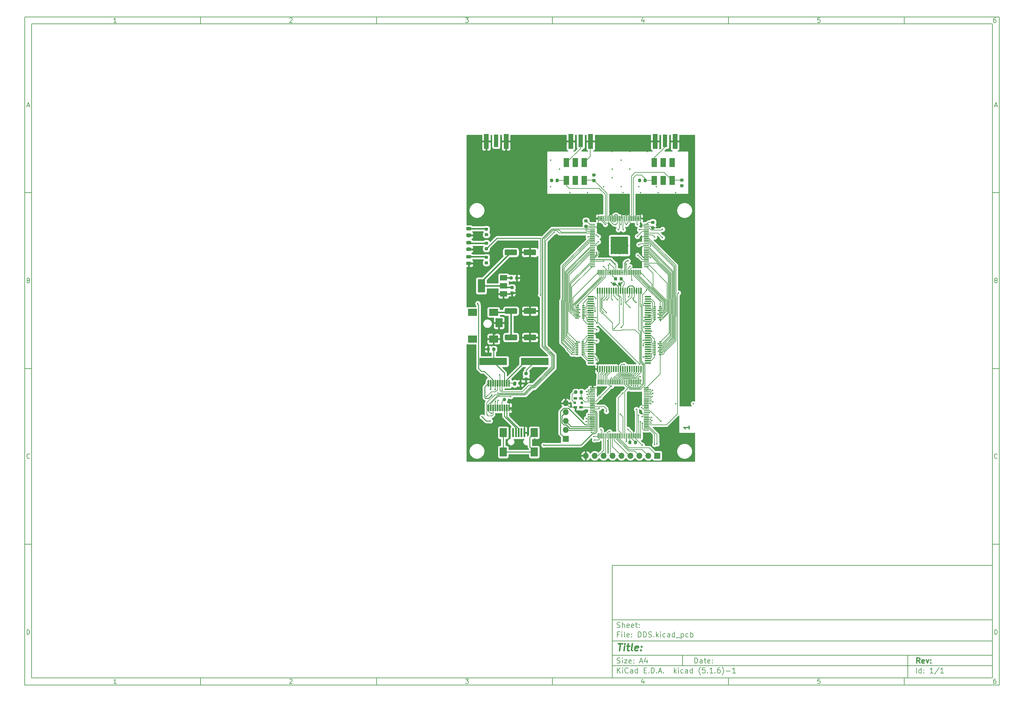
<source format=gbr>
%TF.GenerationSoftware,KiCad,Pcbnew,(5.1.6)-1*%
%TF.CreationDate,2020-12-14T06:54:31-07:00*%
%TF.ProjectId,DDS,4444532e-6b69-4636-9164-5f7063625858,rev?*%
%TF.SameCoordinates,Original*%
%TF.FileFunction,Copper,L1,Top*%
%TF.FilePolarity,Positive*%
%FSLAX46Y46*%
G04 Gerber Fmt 4.6, Leading zero omitted, Abs format (unit mm)*
G04 Created by KiCad (PCBNEW (5.1.6)-1) date 2020-12-14 06:54:31*
%MOMM*%
%LPD*%
G01*
G04 APERTURE LIST*
%ADD10C,0.100000*%
%ADD11C,0.150000*%
%ADD12C,0.300000*%
%ADD13C,0.400000*%
%TA.AperFunction,NonConductor*%
%ADD14C,0.300000*%
%TD*%
%TA.AperFunction,ComponentPad*%
%ADD15O,1.700000X1.700000*%
%TD*%
%TA.AperFunction,ComponentPad*%
%ADD16R,1.700000X1.700000*%
%TD*%
%TA.AperFunction,SMDPad,CuDef*%
%ADD17R,0.500000X2.500000*%
%TD*%
%TA.AperFunction,SMDPad,CuDef*%
%ADD18R,2.000000X2.500000*%
%TD*%
%TA.AperFunction,SMDPad,CuDef*%
%ADD19R,2.000000X1.500000*%
%TD*%
%TA.AperFunction,SMDPad,CuDef*%
%ADD20R,2.000000X3.800000*%
%TD*%
%TA.AperFunction,SMDPad,CuDef*%
%ADD21R,0.800000X0.300000*%
%TD*%
%TA.AperFunction,SMDPad,CuDef*%
%ADD22R,1.270000X3.600000*%
%TD*%
%TA.AperFunction,SMDPad,CuDef*%
%ADD23R,1.350000X4.200000*%
%TD*%
%TA.AperFunction,SMDPad,CuDef*%
%ADD24R,7.875000X2.000000*%
%TD*%
%TA.AperFunction,ViaPad*%
%ADD25C,0.500000*%
%TD*%
%TA.AperFunction,SMDPad,CuDef*%
%ADD26R,5.000000X5.000000*%
%TD*%
%TA.AperFunction,SMDPad,CuDef*%
%ADD27R,1.100000X0.750000*%
%TD*%
%TA.AperFunction,SMDPad,CuDef*%
%ADD28R,0.680000X0.750000*%
%TD*%
%TA.AperFunction,SMDPad,CuDef*%
%ADD29R,1.650000X2.540000*%
%TD*%
%TA.AperFunction,SMDPad,CuDef*%
%ADD30R,2.500000X2.000000*%
%TD*%
%TA.AperFunction,ViaPad*%
%ADD31C,0.450000*%
%TD*%
%TA.AperFunction,ViaPad*%
%ADD32C,1.000000*%
%TD*%
%TA.AperFunction,Conductor*%
%ADD33C,0.250000*%
%TD*%
%TA.AperFunction,Conductor*%
%ADD34C,0.146812*%
%TD*%
%TA.AperFunction,Conductor*%
%ADD35C,0.400000*%
%TD*%
%TA.AperFunction,Conductor*%
%ADD36C,0.254000*%
%TD*%
G04 APERTURE END LIST*
D10*
D11*
X177002200Y-166007200D02*
X177002200Y-198007200D01*
X285002200Y-198007200D01*
X285002200Y-166007200D01*
X177002200Y-166007200D01*
D10*
D11*
X10000000Y-10000000D02*
X10000000Y-200007200D01*
X287002200Y-200007200D01*
X287002200Y-10000000D01*
X10000000Y-10000000D01*
D10*
D11*
X12000000Y-12000000D02*
X12000000Y-198007200D01*
X285002200Y-198007200D01*
X285002200Y-12000000D01*
X12000000Y-12000000D01*
D10*
D11*
X60000000Y-12000000D02*
X60000000Y-10000000D01*
D10*
D11*
X110000000Y-12000000D02*
X110000000Y-10000000D01*
D10*
D11*
X160000000Y-12000000D02*
X160000000Y-10000000D01*
D10*
D11*
X210000000Y-12000000D02*
X210000000Y-10000000D01*
D10*
D11*
X260000000Y-12000000D02*
X260000000Y-10000000D01*
D10*
D11*
X36065476Y-11588095D02*
X35322619Y-11588095D01*
X35694047Y-11588095D02*
X35694047Y-10288095D01*
X35570238Y-10473809D01*
X35446428Y-10597619D01*
X35322619Y-10659523D01*
D10*
D11*
X85322619Y-10411904D02*
X85384523Y-10350000D01*
X85508333Y-10288095D01*
X85817857Y-10288095D01*
X85941666Y-10350000D01*
X86003571Y-10411904D01*
X86065476Y-10535714D01*
X86065476Y-10659523D01*
X86003571Y-10845238D01*
X85260714Y-11588095D01*
X86065476Y-11588095D01*
D10*
D11*
X135260714Y-10288095D02*
X136065476Y-10288095D01*
X135632142Y-10783333D01*
X135817857Y-10783333D01*
X135941666Y-10845238D01*
X136003571Y-10907142D01*
X136065476Y-11030952D01*
X136065476Y-11340476D01*
X136003571Y-11464285D01*
X135941666Y-11526190D01*
X135817857Y-11588095D01*
X135446428Y-11588095D01*
X135322619Y-11526190D01*
X135260714Y-11464285D01*
D10*
D11*
X185941666Y-10721428D02*
X185941666Y-11588095D01*
X185632142Y-10226190D02*
X185322619Y-11154761D01*
X186127380Y-11154761D01*
D10*
D11*
X236003571Y-10288095D02*
X235384523Y-10288095D01*
X235322619Y-10907142D01*
X235384523Y-10845238D01*
X235508333Y-10783333D01*
X235817857Y-10783333D01*
X235941666Y-10845238D01*
X236003571Y-10907142D01*
X236065476Y-11030952D01*
X236065476Y-11340476D01*
X236003571Y-11464285D01*
X235941666Y-11526190D01*
X235817857Y-11588095D01*
X235508333Y-11588095D01*
X235384523Y-11526190D01*
X235322619Y-11464285D01*
D10*
D11*
X285941666Y-10288095D02*
X285694047Y-10288095D01*
X285570238Y-10350000D01*
X285508333Y-10411904D01*
X285384523Y-10597619D01*
X285322619Y-10845238D01*
X285322619Y-11340476D01*
X285384523Y-11464285D01*
X285446428Y-11526190D01*
X285570238Y-11588095D01*
X285817857Y-11588095D01*
X285941666Y-11526190D01*
X286003571Y-11464285D01*
X286065476Y-11340476D01*
X286065476Y-11030952D01*
X286003571Y-10907142D01*
X285941666Y-10845238D01*
X285817857Y-10783333D01*
X285570238Y-10783333D01*
X285446428Y-10845238D01*
X285384523Y-10907142D01*
X285322619Y-11030952D01*
D10*
D11*
X60000000Y-198007200D02*
X60000000Y-200007200D01*
D10*
D11*
X110000000Y-198007200D02*
X110000000Y-200007200D01*
D10*
D11*
X160000000Y-198007200D02*
X160000000Y-200007200D01*
D10*
D11*
X210000000Y-198007200D02*
X210000000Y-200007200D01*
D10*
D11*
X260000000Y-198007200D02*
X260000000Y-200007200D01*
D10*
D11*
X36065476Y-199595295D02*
X35322619Y-199595295D01*
X35694047Y-199595295D02*
X35694047Y-198295295D01*
X35570238Y-198481009D01*
X35446428Y-198604819D01*
X35322619Y-198666723D01*
D10*
D11*
X85322619Y-198419104D02*
X85384523Y-198357200D01*
X85508333Y-198295295D01*
X85817857Y-198295295D01*
X85941666Y-198357200D01*
X86003571Y-198419104D01*
X86065476Y-198542914D01*
X86065476Y-198666723D01*
X86003571Y-198852438D01*
X85260714Y-199595295D01*
X86065476Y-199595295D01*
D10*
D11*
X135260714Y-198295295D02*
X136065476Y-198295295D01*
X135632142Y-198790533D01*
X135817857Y-198790533D01*
X135941666Y-198852438D01*
X136003571Y-198914342D01*
X136065476Y-199038152D01*
X136065476Y-199347676D01*
X136003571Y-199471485D01*
X135941666Y-199533390D01*
X135817857Y-199595295D01*
X135446428Y-199595295D01*
X135322619Y-199533390D01*
X135260714Y-199471485D01*
D10*
D11*
X185941666Y-198728628D02*
X185941666Y-199595295D01*
X185632142Y-198233390D02*
X185322619Y-199161961D01*
X186127380Y-199161961D01*
D10*
D11*
X236003571Y-198295295D02*
X235384523Y-198295295D01*
X235322619Y-198914342D01*
X235384523Y-198852438D01*
X235508333Y-198790533D01*
X235817857Y-198790533D01*
X235941666Y-198852438D01*
X236003571Y-198914342D01*
X236065476Y-199038152D01*
X236065476Y-199347676D01*
X236003571Y-199471485D01*
X235941666Y-199533390D01*
X235817857Y-199595295D01*
X235508333Y-199595295D01*
X235384523Y-199533390D01*
X235322619Y-199471485D01*
D10*
D11*
X285941666Y-198295295D02*
X285694047Y-198295295D01*
X285570238Y-198357200D01*
X285508333Y-198419104D01*
X285384523Y-198604819D01*
X285322619Y-198852438D01*
X285322619Y-199347676D01*
X285384523Y-199471485D01*
X285446428Y-199533390D01*
X285570238Y-199595295D01*
X285817857Y-199595295D01*
X285941666Y-199533390D01*
X286003571Y-199471485D01*
X286065476Y-199347676D01*
X286065476Y-199038152D01*
X286003571Y-198914342D01*
X285941666Y-198852438D01*
X285817857Y-198790533D01*
X285570238Y-198790533D01*
X285446428Y-198852438D01*
X285384523Y-198914342D01*
X285322619Y-199038152D01*
D10*
D11*
X10000000Y-60000000D02*
X12000000Y-60000000D01*
D10*
D11*
X10000000Y-110000000D02*
X12000000Y-110000000D01*
D10*
D11*
X10000000Y-160000000D02*
X12000000Y-160000000D01*
D10*
D11*
X10690476Y-35216666D02*
X11309523Y-35216666D01*
X10566666Y-35588095D02*
X11000000Y-34288095D01*
X11433333Y-35588095D01*
D10*
D11*
X11092857Y-84907142D02*
X11278571Y-84969047D01*
X11340476Y-85030952D01*
X11402380Y-85154761D01*
X11402380Y-85340476D01*
X11340476Y-85464285D01*
X11278571Y-85526190D01*
X11154761Y-85588095D01*
X10659523Y-85588095D01*
X10659523Y-84288095D01*
X11092857Y-84288095D01*
X11216666Y-84350000D01*
X11278571Y-84411904D01*
X11340476Y-84535714D01*
X11340476Y-84659523D01*
X11278571Y-84783333D01*
X11216666Y-84845238D01*
X11092857Y-84907142D01*
X10659523Y-84907142D01*
D10*
D11*
X11402380Y-135464285D02*
X11340476Y-135526190D01*
X11154761Y-135588095D01*
X11030952Y-135588095D01*
X10845238Y-135526190D01*
X10721428Y-135402380D01*
X10659523Y-135278571D01*
X10597619Y-135030952D01*
X10597619Y-134845238D01*
X10659523Y-134597619D01*
X10721428Y-134473809D01*
X10845238Y-134350000D01*
X11030952Y-134288095D01*
X11154761Y-134288095D01*
X11340476Y-134350000D01*
X11402380Y-134411904D01*
D10*
D11*
X10659523Y-185588095D02*
X10659523Y-184288095D01*
X10969047Y-184288095D01*
X11154761Y-184350000D01*
X11278571Y-184473809D01*
X11340476Y-184597619D01*
X11402380Y-184845238D01*
X11402380Y-185030952D01*
X11340476Y-185278571D01*
X11278571Y-185402380D01*
X11154761Y-185526190D01*
X10969047Y-185588095D01*
X10659523Y-185588095D01*
D10*
D11*
X287002200Y-60000000D02*
X285002200Y-60000000D01*
D10*
D11*
X287002200Y-110000000D02*
X285002200Y-110000000D01*
D10*
D11*
X287002200Y-160000000D02*
X285002200Y-160000000D01*
D10*
D11*
X285692676Y-35216666D02*
X286311723Y-35216666D01*
X285568866Y-35588095D02*
X286002200Y-34288095D01*
X286435533Y-35588095D01*
D10*
D11*
X286095057Y-84907142D02*
X286280771Y-84969047D01*
X286342676Y-85030952D01*
X286404580Y-85154761D01*
X286404580Y-85340476D01*
X286342676Y-85464285D01*
X286280771Y-85526190D01*
X286156961Y-85588095D01*
X285661723Y-85588095D01*
X285661723Y-84288095D01*
X286095057Y-84288095D01*
X286218866Y-84350000D01*
X286280771Y-84411904D01*
X286342676Y-84535714D01*
X286342676Y-84659523D01*
X286280771Y-84783333D01*
X286218866Y-84845238D01*
X286095057Y-84907142D01*
X285661723Y-84907142D01*
D10*
D11*
X286404580Y-135464285D02*
X286342676Y-135526190D01*
X286156961Y-135588095D01*
X286033152Y-135588095D01*
X285847438Y-135526190D01*
X285723628Y-135402380D01*
X285661723Y-135278571D01*
X285599819Y-135030952D01*
X285599819Y-134845238D01*
X285661723Y-134597619D01*
X285723628Y-134473809D01*
X285847438Y-134350000D01*
X286033152Y-134288095D01*
X286156961Y-134288095D01*
X286342676Y-134350000D01*
X286404580Y-134411904D01*
D10*
D11*
X285661723Y-185588095D02*
X285661723Y-184288095D01*
X285971247Y-184288095D01*
X286156961Y-184350000D01*
X286280771Y-184473809D01*
X286342676Y-184597619D01*
X286404580Y-184845238D01*
X286404580Y-185030952D01*
X286342676Y-185278571D01*
X286280771Y-185402380D01*
X286156961Y-185526190D01*
X285971247Y-185588095D01*
X285661723Y-185588095D01*
D10*
D11*
X200434342Y-193785771D02*
X200434342Y-192285771D01*
X200791485Y-192285771D01*
X201005771Y-192357200D01*
X201148628Y-192500057D01*
X201220057Y-192642914D01*
X201291485Y-192928628D01*
X201291485Y-193142914D01*
X201220057Y-193428628D01*
X201148628Y-193571485D01*
X201005771Y-193714342D01*
X200791485Y-193785771D01*
X200434342Y-193785771D01*
X202577200Y-193785771D02*
X202577200Y-193000057D01*
X202505771Y-192857200D01*
X202362914Y-192785771D01*
X202077200Y-192785771D01*
X201934342Y-192857200D01*
X202577200Y-193714342D02*
X202434342Y-193785771D01*
X202077200Y-193785771D01*
X201934342Y-193714342D01*
X201862914Y-193571485D01*
X201862914Y-193428628D01*
X201934342Y-193285771D01*
X202077200Y-193214342D01*
X202434342Y-193214342D01*
X202577200Y-193142914D01*
X203077200Y-192785771D02*
X203648628Y-192785771D01*
X203291485Y-192285771D02*
X203291485Y-193571485D01*
X203362914Y-193714342D01*
X203505771Y-193785771D01*
X203648628Y-193785771D01*
X204720057Y-193714342D02*
X204577200Y-193785771D01*
X204291485Y-193785771D01*
X204148628Y-193714342D01*
X204077200Y-193571485D01*
X204077200Y-193000057D01*
X204148628Y-192857200D01*
X204291485Y-192785771D01*
X204577200Y-192785771D01*
X204720057Y-192857200D01*
X204791485Y-193000057D01*
X204791485Y-193142914D01*
X204077200Y-193285771D01*
X205434342Y-193642914D02*
X205505771Y-193714342D01*
X205434342Y-193785771D01*
X205362914Y-193714342D01*
X205434342Y-193642914D01*
X205434342Y-193785771D01*
X205434342Y-192857200D02*
X205505771Y-192928628D01*
X205434342Y-193000057D01*
X205362914Y-192928628D01*
X205434342Y-192857200D01*
X205434342Y-193000057D01*
D10*
D11*
X177002200Y-194507200D02*
X285002200Y-194507200D01*
D10*
D11*
X178434342Y-196585771D02*
X178434342Y-195085771D01*
X179291485Y-196585771D02*
X178648628Y-195728628D01*
X179291485Y-195085771D02*
X178434342Y-195942914D01*
X179934342Y-196585771D02*
X179934342Y-195585771D01*
X179934342Y-195085771D02*
X179862914Y-195157200D01*
X179934342Y-195228628D01*
X180005771Y-195157200D01*
X179934342Y-195085771D01*
X179934342Y-195228628D01*
X181505771Y-196442914D02*
X181434342Y-196514342D01*
X181220057Y-196585771D01*
X181077200Y-196585771D01*
X180862914Y-196514342D01*
X180720057Y-196371485D01*
X180648628Y-196228628D01*
X180577200Y-195942914D01*
X180577200Y-195728628D01*
X180648628Y-195442914D01*
X180720057Y-195300057D01*
X180862914Y-195157200D01*
X181077200Y-195085771D01*
X181220057Y-195085771D01*
X181434342Y-195157200D01*
X181505771Y-195228628D01*
X182791485Y-196585771D02*
X182791485Y-195800057D01*
X182720057Y-195657200D01*
X182577200Y-195585771D01*
X182291485Y-195585771D01*
X182148628Y-195657200D01*
X182791485Y-196514342D02*
X182648628Y-196585771D01*
X182291485Y-196585771D01*
X182148628Y-196514342D01*
X182077200Y-196371485D01*
X182077200Y-196228628D01*
X182148628Y-196085771D01*
X182291485Y-196014342D01*
X182648628Y-196014342D01*
X182791485Y-195942914D01*
X184148628Y-196585771D02*
X184148628Y-195085771D01*
X184148628Y-196514342D02*
X184005771Y-196585771D01*
X183720057Y-196585771D01*
X183577200Y-196514342D01*
X183505771Y-196442914D01*
X183434342Y-196300057D01*
X183434342Y-195871485D01*
X183505771Y-195728628D01*
X183577200Y-195657200D01*
X183720057Y-195585771D01*
X184005771Y-195585771D01*
X184148628Y-195657200D01*
X186005771Y-195800057D02*
X186505771Y-195800057D01*
X186720057Y-196585771D02*
X186005771Y-196585771D01*
X186005771Y-195085771D01*
X186720057Y-195085771D01*
X187362914Y-196442914D02*
X187434342Y-196514342D01*
X187362914Y-196585771D01*
X187291485Y-196514342D01*
X187362914Y-196442914D01*
X187362914Y-196585771D01*
X188077200Y-196585771D02*
X188077200Y-195085771D01*
X188434342Y-195085771D01*
X188648628Y-195157200D01*
X188791485Y-195300057D01*
X188862914Y-195442914D01*
X188934342Y-195728628D01*
X188934342Y-195942914D01*
X188862914Y-196228628D01*
X188791485Y-196371485D01*
X188648628Y-196514342D01*
X188434342Y-196585771D01*
X188077200Y-196585771D01*
X189577200Y-196442914D02*
X189648628Y-196514342D01*
X189577200Y-196585771D01*
X189505771Y-196514342D01*
X189577200Y-196442914D01*
X189577200Y-196585771D01*
X190220057Y-196157200D02*
X190934342Y-196157200D01*
X190077200Y-196585771D02*
X190577200Y-195085771D01*
X191077200Y-196585771D01*
X191577200Y-196442914D02*
X191648628Y-196514342D01*
X191577200Y-196585771D01*
X191505771Y-196514342D01*
X191577200Y-196442914D01*
X191577200Y-196585771D01*
X194577200Y-196585771D02*
X194577200Y-195085771D01*
X194720057Y-196014342D02*
X195148628Y-196585771D01*
X195148628Y-195585771D02*
X194577200Y-196157200D01*
X195791485Y-196585771D02*
X195791485Y-195585771D01*
X195791485Y-195085771D02*
X195720057Y-195157200D01*
X195791485Y-195228628D01*
X195862914Y-195157200D01*
X195791485Y-195085771D01*
X195791485Y-195228628D01*
X197148628Y-196514342D02*
X197005771Y-196585771D01*
X196720057Y-196585771D01*
X196577200Y-196514342D01*
X196505771Y-196442914D01*
X196434342Y-196300057D01*
X196434342Y-195871485D01*
X196505771Y-195728628D01*
X196577200Y-195657200D01*
X196720057Y-195585771D01*
X197005771Y-195585771D01*
X197148628Y-195657200D01*
X198434342Y-196585771D02*
X198434342Y-195800057D01*
X198362914Y-195657200D01*
X198220057Y-195585771D01*
X197934342Y-195585771D01*
X197791485Y-195657200D01*
X198434342Y-196514342D02*
X198291485Y-196585771D01*
X197934342Y-196585771D01*
X197791485Y-196514342D01*
X197720057Y-196371485D01*
X197720057Y-196228628D01*
X197791485Y-196085771D01*
X197934342Y-196014342D01*
X198291485Y-196014342D01*
X198434342Y-195942914D01*
X199791485Y-196585771D02*
X199791485Y-195085771D01*
X199791485Y-196514342D02*
X199648628Y-196585771D01*
X199362914Y-196585771D01*
X199220057Y-196514342D01*
X199148628Y-196442914D01*
X199077200Y-196300057D01*
X199077200Y-195871485D01*
X199148628Y-195728628D01*
X199220057Y-195657200D01*
X199362914Y-195585771D01*
X199648628Y-195585771D01*
X199791485Y-195657200D01*
X202077200Y-197157200D02*
X202005771Y-197085771D01*
X201862914Y-196871485D01*
X201791485Y-196728628D01*
X201720057Y-196514342D01*
X201648628Y-196157200D01*
X201648628Y-195871485D01*
X201720057Y-195514342D01*
X201791485Y-195300057D01*
X201862914Y-195157200D01*
X202005771Y-194942914D01*
X202077200Y-194871485D01*
X203362914Y-195085771D02*
X202648628Y-195085771D01*
X202577200Y-195800057D01*
X202648628Y-195728628D01*
X202791485Y-195657200D01*
X203148628Y-195657200D01*
X203291485Y-195728628D01*
X203362914Y-195800057D01*
X203434342Y-195942914D01*
X203434342Y-196300057D01*
X203362914Y-196442914D01*
X203291485Y-196514342D01*
X203148628Y-196585771D01*
X202791485Y-196585771D01*
X202648628Y-196514342D01*
X202577200Y-196442914D01*
X204077200Y-196442914D02*
X204148628Y-196514342D01*
X204077200Y-196585771D01*
X204005771Y-196514342D01*
X204077200Y-196442914D01*
X204077200Y-196585771D01*
X205577200Y-196585771D02*
X204720057Y-196585771D01*
X205148628Y-196585771D02*
X205148628Y-195085771D01*
X205005771Y-195300057D01*
X204862914Y-195442914D01*
X204720057Y-195514342D01*
X206220057Y-196442914D02*
X206291485Y-196514342D01*
X206220057Y-196585771D01*
X206148628Y-196514342D01*
X206220057Y-196442914D01*
X206220057Y-196585771D01*
X207577200Y-195085771D02*
X207291485Y-195085771D01*
X207148628Y-195157200D01*
X207077200Y-195228628D01*
X206934342Y-195442914D01*
X206862914Y-195728628D01*
X206862914Y-196300057D01*
X206934342Y-196442914D01*
X207005771Y-196514342D01*
X207148628Y-196585771D01*
X207434342Y-196585771D01*
X207577200Y-196514342D01*
X207648628Y-196442914D01*
X207720057Y-196300057D01*
X207720057Y-195942914D01*
X207648628Y-195800057D01*
X207577200Y-195728628D01*
X207434342Y-195657200D01*
X207148628Y-195657200D01*
X207005771Y-195728628D01*
X206934342Y-195800057D01*
X206862914Y-195942914D01*
X208220057Y-197157200D02*
X208291485Y-197085771D01*
X208434342Y-196871485D01*
X208505771Y-196728628D01*
X208577200Y-196514342D01*
X208648628Y-196157200D01*
X208648628Y-195871485D01*
X208577200Y-195514342D01*
X208505771Y-195300057D01*
X208434342Y-195157200D01*
X208291485Y-194942914D01*
X208220057Y-194871485D01*
X209362914Y-196014342D02*
X210505771Y-196014342D01*
X212005771Y-196585771D02*
X211148628Y-196585771D01*
X211577200Y-196585771D02*
X211577200Y-195085771D01*
X211434342Y-195300057D01*
X211291485Y-195442914D01*
X211148628Y-195514342D01*
D10*
D11*
X177002200Y-191507200D02*
X285002200Y-191507200D01*
D10*
D12*
X264411485Y-193785771D02*
X263911485Y-193071485D01*
X263554342Y-193785771D02*
X263554342Y-192285771D01*
X264125771Y-192285771D01*
X264268628Y-192357200D01*
X264340057Y-192428628D01*
X264411485Y-192571485D01*
X264411485Y-192785771D01*
X264340057Y-192928628D01*
X264268628Y-193000057D01*
X264125771Y-193071485D01*
X263554342Y-193071485D01*
X265625771Y-193714342D02*
X265482914Y-193785771D01*
X265197200Y-193785771D01*
X265054342Y-193714342D01*
X264982914Y-193571485D01*
X264982914Y-193000057D01*
X265054342Y-192857200D01*
X265197200Y-192785771D01*
X265482914Y-192785771D01*
X265625771Y-192857200D01*
X265697200Y-193000057D01*
X265697200Y-193142914D01*
X264982914Y-193285771D01*
X266197200Y-192785771D02*
X266554342Y-193785771D01*
X266911485Y-192785771D01*
X267482914Y-193642914D02*
X267554342Y-193714342D01*
X267482914Y-193785771D01*
X267411485Y-193714342D01*
X267482914Y-193642914D01*
X267482914Y-193785771D01*
X267482914Y-192857200D02*
X267554342Y-192928628D01*
X267482914Y-193000057D01*
X267411485Y-192928628D01*
X267482914Y-192857200D01*
X267482914Y-193000057D01*
D10*
D11*
X178362914Y-193714342D02*
X178577200Y-193785771D01*
X178934342Y-193785771D01*
X179077200Y-193714342D01*
X179148628Y-193642914D01*
X179220057Y-193500057D01*
X179220057Y-193357200D01*
X179148628Y-193214342D01*
X179077200Y-193142914D01*
X178934342Y-193071485D01*
X178648628Y-193000057D01*
X178505771Y-192928628D01*
X178434342Y-192857200D01*
X178362914Y-192714342D01*
X178362914Y-192571485D01*
X178434342Y-192428628D01*
X178505771Y-192357200D01*
X178648628Y-192285771D01*
X179005771Y-192285771D01*
X179220057Y-192357200D01*
X179862914Y-193785771D02*
X179862914Y-192785771D01*
X179862914Y-192285771D02*
X179791485Y-192357200D01*
X179862914Y-192428628D01*
X179934342Y-192357200D01*
X179862914Y-192285771D01*
X179862914Y-192428628D01*
X180434342Y-192785771D02*
X181220057Y-192785771D01*
X180434342Y-193785771D01*
X181220057Y-193785771D01*
X182362914Y-193714342D02*
X182220057Y-193785771D01*
X181934342Y-193785771D01*
X181791485Y-193714342D01*
X181720057Y-193571485D01*
X181720057Y-193000057D01*
X181791485Y-192857200D01*
X181934342Y-192785771D01*
X182220057Y-192785771D01*
X182362914Y-192857200D01*
X182434342Y-193000057D01*
X182434342Y-193142914D01*
X181720057Y-193285771D01*
X183077200Y-193642914D02*
X183148628Y-193714342D01*
X183077200Y-193785771D01*
X183005771Y-193714342D01*
X183077200Y-193642914D01*
X183077200Y-193785771D01*
X183077200Y-192857200D02*
X183148628Y-192928628D01*
X183077200Y-193000057D01*
X183005771Y-192928628D01*
X183077200Y-192857200D01*
X183077200Y-193000057D01*
X184862914Y-193357200D02*
X185577200Y-193357200D01*
X184720057Y-193785771D02*
X185220057Y-192285771D01*
X185720057Y-193785771D01*
X186862914Y-192785771D02*
X186862914Y-193785771D01*
X186505771Y-192214342D02*
X186148628Y-193285771D01*
X187077200Y-193285771D01*
D10*
D11*
X263434342Y-196585771D02*
X263434342Y-195085771D01*
X264791485Y-196585771D02*
X264791485Y-195085771D01*
X264791485Y-196514342D02*
X264648628Y-196585771D01*
X264362914Y-196585771D01*
X264220057Y-196514342D01*
X264148628Y-196442914D01*
X264077200Y-196300057D01*
X264077200Y-195871485D01*
X264148628Y-195728628D01*
X264220057Y-195657200D01*
X264362914Y-195585771D01*
X264648628Y-195585771D01*
X264791485Y-195657200D01*
X265505771Y-196442914D02*
X265577200Y-196514342D01*
X265505771Y-196585771D01*
X265434342Y-196514342D01*
X265505771Y-196442914D01*
X265505771Y-196585771D01*
X265505771Y-195657200D02*
X265577200Y-195728628D01*
X265505771Y-195800057D01*
X265434342Y-195728628D01*
X265505771Y-195657200D01*
X265505771Y-195800057D01*
X268148628Y-196585771D02*
X267291485Y-196585771D01*
X267720057Y-196585771D02*
X267720057Y-195085771D01*
X267577200Y-195300057D01*
X267434342Y-195442914D01*
X267291485Y-195514342D01*
X269862914Y-195014342D02*
X268577200Y-196942914D01*
X271148628Y-196585771D02*
X270291485Y-196585771D01*
X270720057Y-196585771D02*
X270720057Y-195085771D01*
X270577200Y-195300057D01*
X270434342Y-195442914D01*
X270291485Y-195514342D01*
D10*
D11*
X177002200Y-187507200D02*
X285002200Y-187507200D01*
D10*
D13*
X178714580Y-188211961D02*
X179857438Y-188211961D01*
X179036009Y-190211961D02*
X179286009Y-188211961D01*
X180274104Y-190211961D02*
X180440771Y-188878628D01*
X180524104Y-188211961D02*
X180416961Y-188307200D01*
X180500295Y-188402438D01*
X180607438Y-188307200D01*
X180524104Y-188211961D01*
X180500295Y-188402438D01*
X181107438Y-188878628D02*
X181869342Y-188878628D01*
X181476485Y-188211961D02*
X181262200Y-189926247D01*
X181333628Y-190116723D01*
X181512200Y-190211961D01*
X181702676Y-190211961D01*
X182655057Y-190211961D02*
X182476485Y-190116723D01*
X182405057Y-189926247D01*
X182619342Y-188211961D01*
X184190771Y-190116723D02*
X183988390Y-190211961D01*
X183607438Y-190211961D01*
X183428866Y-190116723D01*
X183357438Y-189926247D01*
X183452676Y-189164342D01*
X183571723Y-188973866D01*
X183774104Y-188878628D01*
X184155057Y-188878628D01*
X184333628Y-188973866D01*
X184405057Y-189164342D01*
X184381247Y-189354819D01*
X183405057Y-189545295D01*
X185155057Y-190021485D02*
X185238390Y-190116723D01*
X185131247Y-190211961D01*
X185047914Y-190116723D01*
X185155057Y-190021485D01*
X185131247Y-190211961D01*
X185286009Y-188973866D02*
X185369342Y-189069104D01*
X185262200Y-189164342D01*
X185178866Y-189069104D01*
X185286009Y-188973866D01*
X185262200Y-189164342D01*
D10*
D11*
X178934342Y-185600057D02*
X178434342Y-185600057D01*
X178434342Y-186385771D02*
X178434342Y-184885771D01*
X179148628Y-184885771D01*
X179720057Y-186385771D02*
X179720057Y-185385771D01*
X179720057Y-184885771D02*
X179648628Y-184957200D01*
X179720057Y-185028628D01*
X179791485Y-184957200D01*
X179720057Y-184885771D01*
X179720057Y-185028628D01*
X180648628Y-186385771D02*
X180505771Y-186314342D01*
X180434342Y-186171485D01*
X180434342Y-184885771D01*
X181791485Y-186314342D02*
X181648628Y-186385771D01*
X181362914Y-186385771D01*
X181220057Y-186314342D01*
X181148628Y-186171485D01*
X181148628Y-185600057D01*
X181220057Y-185457200D01*
X181362914Y-185385771D01*
X181648628Y-185385771D01*
X181791485Y-185457200D01*
X181862914Y-185600057D01*
X181862914Y-185742914D01*
X181148628Y-185885771D01*
X182505771Y-186242914D02*
X182577200Y-186314342D01*
X182505771Y-186385771D01*
X182434342Y-186314342D01*
X182505771Y-186242914D01*
X182505771Y-186385771D01*
X182505771Y-185457200D02*
X182577200Y-185528628D01*
X182505771Y-185600057D01*
X182434342Y-185528628D01*
X182505771Y-185457200D01*
X182505771Y-185600057D01*
X184362914Y-186385771D02*
X184362914Y-184885771D01*
X184720057Y-184885771D01*
X184934342Y-184957200D01*
X185077200Y-185100057D01*
X185148628Y-185242914D01*
X185220057Y-185528628D01*
X185220057Y-185742914D01*
X185148628Y-186028628D01*
X185077200Y-186171485D01*
X184934342Y-186314342D01*
X184720057Y-186385771D01*
X184362914Y-186385771D01*
X185862914Y-186385771D02*
X185862914Y-184885771D01*
X186220057Y-184885771D01*
X186434342Y-184957200D01*
X186577200Y-185100057D01*
X186648628Y-185242914D01*
X186720057Y-185528628D01*
X186720057Y-185742914D01*
X186648628Y-186028628D01*
X186577200Y-186171485D01*
X186434342Y-186314342D01*
X186220057Y-186385771D01*
X185862914Y-186385771D01*
X187291485Y-186314342D02*
X187505771Y-186385771D01*
X187862914Y-186385771D01*
X188005771Y-186314342D01*
X188077200Y-186242914D01*
X188148628Y-186100057D01*
X188148628Y-185957200D01*
X188077200Y-185814342D01*
X188005771Y-185742914D01*
X187862914Y-185671485D01*
X187577200Y-185600057D01*
X187434342Y-185528628D01*
X187362914Y-185457200D01*
X187291485Y-185314342D01*
X187291485Y-185171485D01*
X187362914Y-185028628D01*
X187434342Y-184957200D01*
X187577200Y-184885771D01*
X187934342Y-184885771D01*
X188148628Y-184957200D01*
X188791485Y-186242914D02*
X188862914Y-186314342D01*
X188791485Y-186385771D01*
X188720057Y-186314342D01*
X188791485Y-186242914D01*
X188791485Y-186385771D01*
X189505771Y-186385771D02*
X189505771Y-184885771D01*
X189648628Y-185814342D02*
X190077200Y-186385771D01*
X190077200Y-185385771D02*
X189505771Y-185957200D01*
X190720057Y-186385771D02*
X190720057Y-185385771D01*
X190720057Y-184885771D02*
X190648628Y-184957200D01*
X190720057Y-185028628D01*
X190791485Y-184957200D01*
X190720057Y-184885771D01*
X190720057Y-185028628D01*
X192077200Y-186314342D02*
X191934342Y-186385771D01*
X191648628Y-186385771D01*
X191505771Y-186314342D01*
X191434342Y-186242914D01*
X191362914Y-186100057D01*
X191362914Y-185671485D01*
X191434342Y-185528628D01*
X191505771Y-185457200D01*
X191648628Y-185385771D01*
X191934342Y-185385771D01*
X192077200Y-185457200D01*
X193362914Y-186385771D02*
X193362914Y-185600057D01*
X193291485Y-185457200D01*
X193148628Y-185385771D01*
X192862914Y-185385771D01*
X192720057Y-185457200D01*
X193362914Y-186314342D02*
X193220057Y-186385771D01*
X192862914Y-186385771D01*
X192720057Y-186314342D01*
X192648628Y-186171485D01*
X192648628Y-186028628D01*
X192720057Y-185885771D01*
X192862914Y-185814342D01*
X193220057Y-185814342D01*
X193362914Y-185742914D01*
X194720057Y-186385771D02*
X194720057Y-184885771D01*
X194720057Y-186314342D02*
X194577200Y-186385771D01*
X194291485Y-186385771D01*
X194148628Y-186314342D01*
X194077200Y-186242914D01*
X194005771Y-186100057D01*
X194005771Y-185671485D01*
X194077200Y-185528628D01*
X194148628Y-185457200D01*
X194291485Y-185385771D01*
X194577200Y-185385771D01*
X194720057Y-185457200D01*
X195077200Y-186528628D02*
X196220057Y-186528628D01*
X196577200Y-185385771D02*
X196577200Y-186885771D01*
X196577200Y-185457200D02*
X196720057Y-185385771D01*
X197005771Y-185385771D01*
X197148628Y-185457200D01*
X197220057Y-185528628D01*
X197291485Y-185671485D01*
X197291485Y-186100057D01*
X197220057Y-186242914D01*
X197148628Y-186314342D01*
X197005771Y-186385771D01*
X196720057Y-186385771D01*
X196577200Y-186314342D01*
X198577200Y-186314342D02*
X198434342Y-186385771D01*
X198148628Y-186385771D01*
X198005771Y-186314342D01*
X197934342Y-186242914D01*
X197862914Y-186100057D01*
X197862914Y-185671485D01*
X197934342Y-185528628D01*
X198005771Y-185457200D01*
X198148628Y-185385771D01*
X198434342Y-185385771D01*
X198577200Y-185457200D01*
X199220057Y-186385771D02*
X199220057Y-184885771D01*
X199220057Y-185457200D02*
X199362914Y-185385771D01*
X199648628Y-185385771D01*
X199791485Y-185457200D01*
X199862914Y-185528628D01*
X199934342Y-185671485D01*
X199934342Y-186100057D01*
X199862914Y-186242914D01*
X199791485Y-186314342D01*
X199648628Y-186385771D01*
X199362914Y-186385771D01*
X199220057Y-186314342D01*
D10*
D11*
X177002200Y-181507200D02*
X285002200Y-181507200D01*
D10*
D11*
X178362914Y-183614342D02*
X178577200Y-183685771D01*
X178934342Y-183685771D01*
X179077200Y-183614342D01*
X179148628Y-183542914D01*
X179220057Y-183400057D01*
X179220057Y-183257200D01*
X179148628Y-183114342D01*
X179077200Y-183042914D01*
X178934342Y-182971485D01*
X178648628Y-182900057D01*
X178505771Y-182828628D01*
X178434342Y-182757200D01*
X178362914Y-182614342D01*
X178362914Y-182471485D01*
X178434342Y-182328628D01*
X178505771Y-182257200D01*
X178648628Y-182185771D01*
X179005771Y-182185771D01*
X179220057Y-182257200D01*
X179862914Y-183685771D02*
X179862914Y-182185771D01*
X180505771Y-183685771D02*
X180505771Y-182900057D01*
X180434342Y-182757200D01*
X180291485Y-182685771D01*
X180077200Y-182685771D01*
X179934342Y-182757200D01*
X179862914Y-182828628D01*
X181791485Y-183614342D02*
X181648628Y-183685771D01*
X181362914Y-183685771D01*
X181220057Y-183614342D01*
X181148628Y-183471485D01*
X181148628Y-182900057D01*
X181220057Y-182757200D01*
X181362914Y-182685771D01*
X181648628Y-182685771D01*
X181791485Y-182757200D01*
X181862914Y-182900057D01*
X181862914Y-183042914D01*
X181148628Y-183185771D01*
X183077200Y-183614342D02*
X182934342Y-183685771D01*
X182648628Y-183685771D01*
X182505771Y-183614342D01*
X182434342Y-183471485D01*
X182434342Y-182900057D01*
X182505771Y-182757200D01*
X182648628Y-182685771D01*
X182934342Y-182685771D01*
X183077200Y-182757200D01*
X183148628Y-182900057D01*
X183148628Y-183042914D01*
X182434342Y-183185771D01*
X183577200Y-182685771D02*
X184148628Y-182685771D01*
X183791485Y-182185771D02*
X183791485Y-183471485D01*
X183862914Y-183614342D01*
X184005771Y-183685771D01*
X184148628Y-183685771D01*
X184648628Y-183542914D02*
X184720057Y-183614342D01*
X184648628Y-183685771D01*
X184577200Y-183614342D01*
X184648628Y-183542914D01*
X184648628Y-183685771D01*
X184648628Y-182757200D02*
X184720057Y-182828628D01*
X184648628Y-182900057D01*
X184577200Y-182828628D01*
X184648628Y-182757200D01*
X184648628Y-182900057D01*
D10*
D11*
X197002200Y-191507200D02*
X197002200Y-194507200D01*
D10*
D11*
X261002200Y-191507200D02*
X261002200Y-198007200D01*
D14*
X198828571Y-126321428D02*
X198828571Y-127178571D01*
X198828571Y-126750000D02*
X197328571Y-126750000D01*
X197542857Y-126892857D01*
X197685714Y-127035714D01*
X197757142Y-127178571D01*
D15*
%TO.P,J1,5*%
%TO.N,AGND*%
X163750000Y-119840000D03*
%TO.P,J1,4*%
%TO.N,/TCK*%
X163750000Y-122380000D03*
%TO.P,J1,3*%
%TO.N,/TDI*%
X163750000Y-124920000D03*
%TO.P,J1,2*%
%TO.N,/TDO*%
X163750000Y-127460000D03*
D16*
%TO.P,J1,1*%
%TO.N,/TMS*%
X163750000Y-130000000D03*
%TD*%
D17*
%TO.P,J2,5*%
%TO.N,AGND*%
X152000000Y-128250000D03*
%TO.P,J2,4*%
%TO.N,N/C*%
X151200000Y-128250000D03*
%TO.P,J2,3*%
%TO.N,Net-(J2-Pad3)*%
X150400000Y-128250000D03*
%TO.P,J2,2*%
%TO.N,Net-(J2-Pad2)*%
X149600000Y-128250000D03*
%TO.P,J2,1*%
%TO.N,N/C*%
X148800000Y-128250000D03*
D18*
%TO.P,J2,6*%
%TO.N,Net-(J2-Pad6)*%
X154800000Y-128250000D03*
X146000000Y-128250000D03*
X154800000Y-133750000D03*
X146000000Y-133750000D03*
%TD*%
%TO.P,U3,20*%
%TO.N,AGND*%
%TA.AperFunction,SMDPad,CuDef*%
G36*
G01*
X147525000Y-120250000D02*
X147775000Y-120250000D01*
G75*
G02*
X147900000Y-120375000I0J-125000D01*
G01*
X147900000Y-122025000D01*
G75*
G02*
X147775000Y-122150000I-125000J0D01*
G01*
X147525000Y-122150000D01*
G75*
G02*
X147400000Y-122025000I0J125000D01*
G01*
X147400000Y-120375000D01*
G75*
G02*
X147525000Y-120250000I125000J0D01*
G01*
G37*
%TD.AperFunction*%
%TO.P,U3,19*%
%TO.N,Net-(J2-Pad3)*%
%TA.AperFunction,SMDPad,CuDef*%
G36*
G01*
X146875000Y-120250000D02*
X147125000Y-120250000D01*
G75*
G02*
X147250000Y-120375000I0J-125000D01*
G01*
X147250000Y-122025000D01*
G75*
G02*
X147125000Y-122150000I-125000J0D01*
G01*
X146875000Y-122150000D01*
G75*
G02*
X146750000Y-122025000I0J125000D01*
G01*
X146750000Y-120375000D01*
G75*
G02*
X146875000Y-120250000I125000J0D01*
G01*
G37*
%TD.AperFunction*%
%TO.P,U3,18*%
%TO.N,Net-(J2-Pad2)*%
%TA.AperFunction,SMDPad,CuDef*%
G36*
G01*
X146225000Y-120250000D02*
X146475000Y-120250000D01*
G75*
G02*
X146600000Y-120375000I0J-125000D01*
G01*
X146600000Y-122025000D01*
G75*
G02*
X146475000Y-122150000I-125000J0D01*
G01*
X146225000Y-122150000D01*
G75*
G02*
X146100000Y-122025000I0J125000D01*
G01*
X146100000Y-120375000D01*
G75*
G02*
X146225000Y-120250000I125000J0D01*
G01*
G37*
%TD.AperFunction*%
%TO.P,U3,17*%
%TO.N,+3V3*%
%TA.AperFunction,SMDPad,CuDef*%
G36*
G01*
X145575000Y-120250000D02*
X145825000Y-120250000D01*
G75*
G02*
X145950000Y-120375000I0J-125000D01*
G01*
X145950000Y-122025000D01*
G75*
G02*
X145825000Y-122150000I-125000J0D01*
G01*
X145575000Y-122150000D01*
G75*
G02*
X145450000Y-122025000I0J125000D01*
G01*
X145450000Y-120375000D01*
G75*
G02*
X145575000Y-120250000I125000J0D01*
G01*
G37*
%TD.AperFunction*%
%TO.P,U3,16*%
%TO.N,N/C*%
%TA.AperFunction,SMDPad,CuDef*%
G36*
G01*
X144925000Y-120250000D02*
X145175000Y-120250000D01*
G75*
G02*
X145300000Y-120375000I0J-125000D01*
G01*
X145300000Y-122025000D01*
G75*
G02*
X145175000Y-122150000I-125000J0D01*
G01*
X144925000Y-122150000D01*
G75*
G02*
X144800000Y-122025000I0J125000D01*
G01*
X144800000Y-120375000D01*
G75*
G02*
X144925000Y-120250000I125000J0D01*
G01*
G37*
%TD.AperFunction*%
%TO.P,U3,15*%
%TO.N,/TXEN*%
%TA.AperFunction,SMDPad,CuDef*%
G36*
G01*
X144275000Y-120250000D02*
X144525000Y-120250000D01*
G75*
G02*
X144650000Y-120375000I0J-125000D01*
G01*
X144650000Y-122025000D01*
G75*
G02*
X144525000Y-122150000I-125000J0D01*
G01*
X144275000Y-122150000D01*
G75*
G02*
X144150000Y-122025000I0J125000D01*
G01*
X144150000Y-120375000D01*
G75*
G02*
X144275000Y-120250000I125000J0D01*
G01*
G37*
%TD.AperFunction*%
%TO.P,U3,14*%
%TO.N,/PHSTR*%
%TA.AperFunction,SMDPad,CuDef*%
G36*
G01*
X143625000Y-120250000D02*
X143875000Y-120250000D01*
G75*
G02*
X144000000Y-120375000I0J-125000D01*
G01*
X144000000Y-122025000D01*
G75*
G02*
X143875000Y-122150000I-125000J0D01*
G01*
X143625000Y-122150000D01*
G75*
G02*
X143500000Y-122025000I0J125000D01*
G01*
X143500000Y-120375000D01*
G75*
G02*
X143625000Y-120250000I125000J0D01*
G01*
G37*
%TD.AperFunction*%
%TO.P,U3,13*%
%TO.N,/MISO*%
%TA.AperFunction,SMDPad,CuDef*%
G36*
G01*
X142975000Y-120250000D02*
X143225000Y-120250000D01*
G75*
G02*
X143350000Y-120375000I0J-125000D01*
G01*
X143350000Y-122025000D01*
G75*
G02*
X143225000Y-122150000I-125000J0D01*
G01*
X142975000Y-122150000D01*
G75*
G02*
X142850000Y-122025000I0J125000D01*
G01*
X142850000Y-120375000D01*
G75*
G02*
X142975000Y-120250000I125000J0D01*
G01*
G37*
%TD.AperFunction*%
%TO.P,U3,12*%
%TO.N,/DAC_RST*%
%TA.AperFunction,SMDPad,CuDef*%
G36*
G01*
X142325000Y-120250000D02*
X142575000Y-120250000D01*
G75*
G02*
X142700000Y-120375000I0J-125000D01*
G01*
X142700000Y-122025000D01*
G75*
G02*
X142575000Y-122150000I-125000J0D01*
G01*
X142325000Y-122150000D01*
G75*
G02*
X142200000Y-122025000I0J125000D01*
G01*
X142200000Y-120375000D01*
G75*
G02*
X142325000Y-120250000I125000J0D01*
G01*
G37*
%TD.AperFunction*%
%TO.P,U3,11*%
%TO.N,/SCK*%
%TA.AperFunction,SMDPad,CuDef*%
G36*
G01*
X141675000Y-120250000D02*
X141925000Y-120250000D01*
G75*
G02*
X142050000Y-120375000I0J-125000D01*
G01*
X142050000Y-122025000D01*
G75*
G02*
X141925000Y-122150000I-125000J0D01*
G01*
X141675000Y-122150000D01*
G75*
G02*
X141550000Y-122025000I0J125000D01*
G01*
X141550000Y-120375000D01*
G75*
G02*
X141675000Y-120250000I125000J0D01*
G01*
G37*
%TD.AperFunction*%
%TO.P,U3,10*%
%TO.N,/SLEEP*%
%TA.AperFunction,SMDPad,CuDef*%
G36*
G01*
X141675000Y-113250000D02*
X141925000Y-113250000D01*
G75*
G02*
X142050000Y-113375000I0J-125000D01*
G01*
X142050000Y-115025000D01*
G75*
G02*
X141925000Y-115150000I-125000J0D01*
G01*
X141675000Y-115150000D01*
G75*
G02*
X141550000Y-115025000I0J125000D01*
G01*
X141550000Y-113375000D01*
G75*
G02*
X141675000Y-113250000I125000J0D01*
G01*
G37*
%TD.AperFunction*%
%TO.P,U3,9*%
%TO.N,Net-(R2-Pad1)*%
%TA.AperFunction,SMDPad,CuDef*%
G36*
G01*
X142325000Y-113250000D02*
X142575000Y-113250000D01*
G75*
G02*
X142700000Y-113375000I0J-125000D01*
G01*
X142700000Y-115025000D01*
G75*
G02*
X142575000Y-115150000I-125000J0D01*
G01*
X142325000Y-115150000D01*
G75*
G02*
X142200000Y-115025000I0J125000D01*
G01*
X142200000Y-113375000D01*
G75*
G02*
X142325000Y-113250000I125000J0D01*
G01*
G37*
%TD.AperFunction*%
%TO.P,U3,8*%
%TO.N,Net-(R7-Pad2)*%
%TA.AperFunction,SMDPad,CuDef*%
G36*
G01*
X142975000Y-113250000D02*
X143225000Y-113250000D01*
G75*
G02*
X143350000Y-113375000I0J-125000D01*
G01*
X143350000Y-115025000D01*
G75*
G02*
X143225000Y-115150000I-125000J0D01*
G01*
X142975000Y-115150000D01*
G75*
G02*
X142850000Y-115025000I0J125000D01*
G01*
X142850000Y-113375000D01*
G75*
G02*
X142975000Y-113250000I125000J0D01*
G01*
G37*
%TD.AperFunction*%
%TO.P,U3,7*%
%TO.N,/IO2*%
%TA.AperFunction,SMDPad,CuDef*%
G36*
G01*
X143625000Y-113250000D02*
X143875000Y-113250000D01*
G75*
G02*
X144000000Y-113375000I0J-125000D01*
G01*
X144000000Y-115025000D01*
G75*
G02*
X143875000Y-115150000I-125000J0D01*
G01*
X143625000Y-115150000D01*
G75*
G02*
X143500000Y-115025000I0J125000D01*
G01*
X143500000Y-113375000D01*
G75*
G02*
X143625000Y-113250000I125000J0D01*
G01*
G37*
%TD.AperFunction*%
%TO.P,U3,6*%
%TO.N,/CS_MEM*%
%TA.AperFunction,SMDPad,CuDef*%
G36*
G01*
X144275000Y-113250000D02*
X144525000Y-113250000D01*
G75*
G02*
X144650000Y-113375000I0J-125000D01*
G01*
X144650000Y-115025000D01*
G75*
G02*
X144525000Y-115150000I-125000J0D01*
G01*
X144275000Y-115150000D01*
G75*
G02*
X144150000Y-115025000I0J125000D01*
G01*
X144150000Y-113375000D01*
G75*
G02*
X144275000Y-113250000I125000J0D01*
G01*
G37*
%TD.AperFunction*%
%TO.P,U3,5*%
%TO.N,/CS_DAC*%
%TA.AperFunction,SMDPad,CuDef*%
G36*
G01*
X144925000Y-113250000D02*
X145175000Y-113250000D01*
G75*
G02*
X145300000Y-113375000I0J-125000D01*
G01*
X145300000Y-115025000D01*
G75*
G02*
X145175000Y-115150000I-125000J0D01*
G01*
X144925000Y-115150000D01*
G75*
G02*
X144800000Y-115025000I0J125000D01*
G01*
X144800000Y-113375000D01*
G75*
G02*
X144925000Y-113250000I125000J0D01*
G01*
G37*
%TD.AperFunction*%
%TO.P,U3,4*%
%TO.N,Net-(R21-Pad1)*%
%TA.AperFunction,SMDPad,CuDef*%
G36*
G01*
X145575000Y-113250000D02*
X145825000Y-113250000D01*
G75*
G02*
X145950000Y-113375000I0J-125000D01*
G01*
X145950000Y-115025000D01*
G75*
G02*
X145825000Y-115150000I-125000J0D01*
G01*
X145575000Y-115150000D01*
G75*
G02*
X145450000Y-115025000I0J125000D01*
G01*
X145450000Y-113375000D01*
G75*
G02*
X145575000Y-113250000I125000J0D01*
G01*
G37*
%TD.AperFunction*%
%TO.P,U3,3*%
%TO.N,Net-(C3-Pad1)*%
%TA.AperFunction,SMDPad,CuDef*%
G36*
G01*
X146225000Y-113250000D02*
X146475000Y-113250000D01*
G75*
G02*
X146600000Y-113375000I0J-125000D01*
G01*
X146600000Y-115025000D01*
G75*
G02*
X146475000Y-115150000I-125000J0D01*
G01*
X146225000Y-115150000D01*
G75*
G02*
X146100000Y-115025000I0J125000D01*
G01*
X146100000Y-113375000D01*
G75*
G02*
X146225000Y-113250000I125000J0D01*
G01*
G37*
%TD.AperFunction*%
%TO.P,U3,2*%
%TO.N,Net-(C2-Pad1)*%
%TA.AperFunction,SMDPad,CuDef*%
G36*
G01*
X146875000Y-113250000D02*
X147125000Y-113250000D01*
G75*
G02*
X147250000Y-113375000I0J-125000D01*
G01*
X147250000Y-115025000D01*
G75*
G02*
X147125000Y-115150000I-125000J0D01*
G01*
X146875000Y-115150000D01*
G75*
G02*
X146750000Y-115025000I0J125000D01*
G01*
X146750000Y-113375000D01*
G75*
G02*
X146875000Y-113250000I125000J0D01*
G01*
G37*
%TD.AperFunction*%
%TO.P,U3,1*%
%TO.N,+3V3*%
%TA.AperFunction,SMDPad,CuDef*%
G36*
G01*
X147525000Y-113250000D02*
X147775000Y-113250000D01*
G75*
G02*
X147900000Y-113375000I0J-125000D01*
G01*
X147900000Y-115025000D01*
G75*
G02*
X147775000Y-115150000I-125000J0D01*
G01*
X147525000Y-115150000D01*
G75*
G02*
X147400000Y-115025000I0J125000D01*
G01*
X147400000Y-113375000D01*
G75*
G02*
X147525000Y-113250000I125000J0D01*
G01*
G37*
%TD.AperFunction*%
%TD*%
%TO.P,C26,2*%
%TO.N,+1V8*%
%TA.AperFunction,SMDPad,CuDef*%
G36*
G01*
X148756250Y-87362500D02*
X148243750Y-87362500D01*
G75*
G02*
X148025000Y-87143750I0J218750D01*
G01*
X148025000Y-86706250D01*
G75*
G02*
X148243750Y-86487500I218750J0D01*
G01*
X148756250Y-86487500D01*
G75*
G02*
X148975000Y-86706250I0J-218750D01*
G01*
X148975000Y-87143750D01*
G75*
G02*
X148756250Y-87362500I-218750J0D01*
G01*
G37*
%TD.AperFunction*%
%TO.P,C26,1*%
%TO.N,AGND*%
%TA.AperFunction,SMDPad,CuDef*%
G36*
G01*
X148756250Y-88937500D02*
X148243750Y-88937500D01*
G75*
G02*
X148025000Y-88718750I0J218750D01*
G01*
X148025000Y-88281250D01*
G75*
G02*
X148243750Y-88062500I218750J0D01*
G01*
X148756250Y-88062500D01*
G75*
G02*
X148975000Y-88281250I0J-218750D01*
G01*
X148975000Y-88718750D01*
G75*
G02*
X148756250Y-88937500I-218750J0D01*
G01*
G37*
%TD.AperFunction*%
%TD*%
D19*
%TO.P,U2,1*%
%TO.N,AGND*%
X146080000Y-88780000D03*
%TO.P,U2,3*%
%TO.N,+3V3*%
X146080000Y-84180000D03*
%TO.P,U2,2*%
%TO.N,+1V8*%
X146080000Y-86480000D03*
D20*
X139780000Y-86480000D03*
%TD*%
D21*
%TO.P,RN6,9*%
%TO.N,/D24*%
X190600000Y-102500000D03*
%TO.P,RN6,12*%
%TO.N,/D27*%
X190600000Y-104000000D03*
%TO.P,RN6,11*%
%TO.N,/D26*%
X190600000Y-103500000D03*
%TO.P,RN6,13*%
%TO.N,/D28*%
X190600000Y-104500000D03*
%TO.P,RN6,10*%
%TO.N,/D25*%
X190600000Y-103000000D03*
%TO.P,RN6,16*%
%TO.N,/D31*%
X190600000Y-106000000D03*
%TO.P,RN6,15*%
%TO.N,/D30*%
X190600000Y-105500000D03*
%TO.P,RN6,14*%
%TO.N,/D29*%
X190600000Y-105000000D03*
%TO.P,RN6,8*%
%TO.N,Net-(RN6-Pad8)*%
X189000000Y-102500000D03*
%TO.P,RN6,7*%
%TO.N,Net-(RN6-Pad7)*%
X189000000Y-103000000D03*
%TO.P,RN6,6*%
%TO.N,Net-(RN6-Pad6)*%
X189000000Y-103500000D03*
%TO.P,RN6,5*%
%TO.N,Net-(RN6-Pad5)*%
X189000000Y-104000000D03*
%TO.P,RN6,1*%
%TO.N,Net-(RN6-Pad1)*%
X189000000Y-106000000D03*
%TO.P,RN6,2*%
%TO.N,Net-(RN6-Pad2)*%
X189000000Y-105500000D03*
%TO.P,RN6,3*%
%TO.N,Net-(RN6-Pad3)*%
X189000000Y-105000000D03*
%TO.P,RN6,4*%
%TO.N,Net-(RN6-Pad4)*%
X189000000Y-104500000D03*
%TD*%
%TO.P,RN5,9*%
%TO.N,/D16*%
X190600000Y-92500000D03*
%TO.P,RN5,12*%
%TO.N,/D19*%
X190600000Y-94000000D03*
%TO.P,RN5,11*%
%TO.N,/D18*%
X190600000Y-93500000D03*
%TO.P,RN5,13*%
%TO.N,/D20*%
X190600000Y-94500000D03*
%TO.P,RN5,10*%
%TO.N,/D17*%
X190600000Y-93000000D03*
%TO.P,RN5,16*%
%TO.N,/D23*%
X190600000Y-96000000D03*
%TO.P,RN5,15*%
%TO.N,/D22*%
X190600000Y-95500000D03*
%TO.P,RN5,14*%
%TO.N,/D21*%
X190600000Y-95000000D03*
%TO.P,RN5,8*%
%TO.N,Net-(RN5-Pad8)*%
X189000000Y-92500000D03*
%TO.P,RN5,7*%
%TO.N,Net-(RN5-Pad7)*%
X189000000Y-93000000D03*
%TO.P,RN5,6*%
%TO.N,Net-(RN5-Pad6)*%
X189000000Y-93500000D03*
%TO.P,RN5,5*%
%TO.N,Net-(RN5-Pad5)*%
X189000000Y-94000000D03*
%TO.P,RN5,1*%
%TO.N,Net-(RN5-Pad1)*%
X189000000Y-96000000D03*
%TO.P,RN5,2*%
%TO.N,Net-(RN5-Pad2)*%
X189000000Y-95500000D03*
%TO.P,RN5,3*%
%TO.N,Net-(RN5-Pad3)*%
X189000000Y-95000000D03*
%TO.P,RN5,4*%
%TO.N,Net-(RN5-Pad4)*%
X189000000Y-94500000D03*
%TD*%
%TO.P,RN4,9*%
%TO.N,/D7*%
X167200000Y-95650000D03*
%TO.P,RN4,12*%
%TO.N,/D4*%
X167200000Y-94150000D03*
%TO.P,RN4,11*%
%TO.N,/D5*%
X167200000Y-94650000D03*
%TO.P,RN4,13*%
%TO.N,/D3*%
X167200000Y-93650000D03*
%TO.P,RN4,10*%
%TO.N,/D6*%
X167200000Y-95150000D03*
%TO.P,RN4,16*%
%TO.N,/D0*%
X167200000Y-92150000D03*
%TO.P,RN4,15*%
%TO.N,/D1*%
X167200000Y-92650000D03*
%TO.P,RN4,14*%
%TO.N,/D2*%
X167200000Y-93150000D03*
%TO.P,RN4,8*%
%TO.N,Net-(RN4-Pad8)*%
X168800000Y-95650000D03*
%TO.P,RN4,7*%
%TO.N,Net-(RN4-Pad7)*%
X168800000Y-95150000D03*
%TO.P,RN4,6*%
%TO.N,Net-(RN4-Pad6)*%
X168800000Y-94650000D03*
%TO.P,RN4,5*%
%TO.N,Net-(RN4-Pad5)*%
X168800000Y-94150000D03*
%TO.P,RN4,1*%
%TO.N,Net-(RN4-Pad1)*%
X168800000Y-92150000D03*
%TO.P,RN4,2*%
%TO.N,Net-(RN4-Pad2)*%
X168800000Y-92650000D03*
%TO.P,RN4,3*%
%TO.N,Net-(RN4-Pad3)*%
X168800000Y-93150000D03*
%TO.P,RN4,4*%
%TO.N,Net-(RN4-Pad4)*%
X168800000Y-93650000D03*
%TD*%
%TO.P,RN3,9*%
%TO.N,/D15*%
X167000000Y-106000000D03*
%TO.P,RN3,12*%
%TO.N,/D12*%
X167000000Y-104500000D03*
%TO.P,RN3,11*%
%TO.N,/D13*%
X167000000Y-105000000D03*
%TO.P,RN3,13*%
%TO.N,/D11*%
X167000000Y-104000000D03*
%TO.P,RN3,10*%
%TO.N,/D14*%
X167000000Y-105500000D03*
%TO.P,RN3,16*%
%TO.N,/D8*%
X167000000Y-102500000D03*
%TO.P,RN3,15*%
%TO.N,/D9*%
X167000000Y-103000000D03*
%TO.P,RN3,14*%
%TO.N,/D10*%
X167000000Y-103500000D03*
%TO.P,RN3,8*%
%TO.N,Net-(RN3-Pad8)*%
X168600000Y-106000000D03*
%TO.P,RN3,7*%
%TO.N,Net-(RN3-Pad7)*%
X168600000Y-105500000D03*
%TO.P,RN3,6*%
%TO.N,Net-(RN3-Pad6)*%
X168600000Y-105000000D03*
%TO.P,RN3,5*%
%TO.N,Net-(RN3-Pad5)*%
X168600000Y-104500000D03*
%TO.P,RN3,1*%
%TO.N,Net-(RN3-Pad1)*%
X168600000Y-102500000D03*
%TO.P,RN3,2*%
%TO.N,Net-(RN3-Pad2)*%
X168600000Y-103000000D03*
%TO.P,RN3,3*%
%TO.N,Net-(RN3-Pad3)*%
X168600000Y-103500000D03*
%TO.P,RN3,4*%
%TO.N,Net-(RN3-Pad4)*%
X168600000Y-104000000D03*
%TD*%
%TO.P,R22,2*%
%TO.N,+3V3*%
%TA.AperFunction,SMDPad,CuDef*%
G36*
G01*
X167737500Y-116956250D02*
X167737500Y-116443750D01*
G75*
G02*
X167956250Y-116225000I218750J0D01*
G01*
X168393750Y-116225000D01*
G75*
G02*
X168612500Y-116443750I0J-218750D01*
G01*
X168612500Y-116956250D01*
G75*
G02*
X168393750Y-117175000I-218750J0D01*
G01*
X167956250Y-117175000D01*
G75*
G02*
X167737500Y-116956250I0J218750D01*
G01*
G37*
%TD.AperFunction*%
%TO.P,R22,1*%
%TO.N,Net-(R22-Pad1)*%
%TA.AperFunction,SMDPad,CuDef*%
G36*
G01*
X166162500Y-116956250D02*
X166162500Y-116443750D01*
G75*
G02*
X166381250Y-116225000I218750J0D01*
G01*
X166818750Y-116225000D01*
G75*
G02*
X167037500Y-116443750I0J-218750D01*
G01*
X167037500Y-116956250D01*
G75*
G02*
X166818750Y-117175000I-218750J0D01*
G01*
X166381250Y-117175000D01*
G75*
G02*
X166162500Y-116956250I0J218750D01*
G01*
G37*
%TD.AperFunction*%
%TD*%
D15*
%TO.P,J7,9*%
%TO.N,AGND*%
X169430000Y-134800000D03*
%TO.P,J7,8*%
%TO.N,Net-(J7-Pad8)*%
X171970000Y-134800000D03*
%TO.P,J7,7*%
%TO.N,Net-(J7-Pad7)*%
X174510000Y-134800000D03*
%TO.P,J7,6*%
%TO.N,Net-(J7-Pad6)*%
X177050000Y-134800000D03*
%TO.P,J7,5*%
%TO.N,Net-(J7-Pad5)*%
X179590000Y-134800000D03*
%TO.P,J7,4*%
%TO.N,Net-(J7-Pad4)*%
X182130000Y-134800000D03*
%TO.P,J7,3*%
%TO.N,Net-(J7-Pad3)*%
X184670000Y-134800000D03*
%TO.P,J7,2*%
%TO.N,Net-(J7-Pad2)*%
X187210000Y-134800000D03*
D16*
%TO.P,J7,1*%
%TO.N,Net-(J7-Pad1)*%
X189750000Y-134800000D03*
%TD*%
%TO.P,C6,2*%
%TO.N,AGND*%
%TA.AperFunction,SMDPad,CuDef*%
G36*
G01*
X151800000Y-77500000D02*
X151800000Y-76400000D01*
G75*
G02*
X152050000Y-76150000I250000J0D01*
G01*
X155050000Y-76150000D01*
G75*
G02*
X155300000Y-76400000I0J-250000D01*
G01*
X155300000Y-77500000D01*
G75*
G02*
X155050000Y-77750000I-250000J0D01*
G01*
X152050000Y-77750000D01*
G75*
G02*
X151800000Y-77500000I0J250000D01*
G01*
G37*
%TD.AperFunction*%
%TO.P,C6,1*%
%TO.N,+1V8*%
%TA.AperFunction,SMDPad,CuDef*%
G36*
G01*
X146400000Y-77500000D02*
X146400000Y-76400000D01*
G75*
G02*
X146650000Y-76150000I250000J0D01*
G01*
X149650000Y-76150000D01*
G75*
G02*
X149900000Y-76400000I0J-250000D01*
G01*
X149900000Y-77500000D01*
G75*
G02*
X149650000Y-77750000I-250000J0D01*
G01*
X146650000Y-77750000D01*
G75*
G02*
X146400000Y-77500000I0J250000D01*
G01*
G37*
%TD.AperFunction*%
%TD*%
D22*
%TO.P,J6,1*%
%TO.N,/TRIG*%
X144000000Y-45200000D03*
D23*
%TO.P,J6,2*%
%TO.N,AGND*%
X141175000Y-45400000D03*
X146825000Y-45400000D03*
%TD*%
D22*
%TO.P,J5,1*%
%TO.N,Net-(J5-Pad1)*%
X192000000Y-45200000D03*
D23*
%TO.P,J5,2*%
%TO.N,AGND*%
X189175000Y-45400000D03*
X194825000Y-45400000D03*
%TD*%
D22*
%TO.P,J4,1*%
%TO.N,Net-(J4-Pad1)*%
X168000000Y-45200000D03*
D23*
%TO.P,J4,2*%
%TO.N,AGND*%
X165175000Y-45400000D03*
X170825000Y-45400000D03*
%TD*%
D24*
%TO.P,Y1,2*%
%TO.N,Net-(C3-Pad1)*%
X143125000Y-108000000D03*
%TO.P,Y1,1*%
%TO.N,Net-(C2-Pad1)*%
X155000000Y-108000000D03*
%TD*%
D25*
%TO.N,AGND*%
%TO.C,U6*%
X176750000Y-77250000D03*
X176750000Y-76125000D03*
X176750000Y-75000000D03*
X176750000Y-73875000D03*
X176750000Y-72750000D03*
X177875000Y-77250000D03*
X177875000Y-76125000D03*
X177875000Y-75000000D03*
X177875000Y-73875000D03*
X177875000Y-72750000D03*
X179000000Y-77250000D03*
X179000000Y-76125000D03*
X179000000Y-75000000D03*
X179000000Y-73875000D03*
X179000000Y-72750000D03*
X180125000Y-77250000D03*
X180125000Y-76125000D03*
X180125000Y-75000000D03*
X180125000Y-73875000D03*
X180125000Y-72750000D03*
X181250000Y-77250000D03*
X181250000Y-76125000D03*
X181250000Y-75000000D03*
X181250000Y-73875000D03*
X181250000Y-72750000D03*
D26*
%TD*%
%TO.P,U6,101*%
%TO.N,AGND*%
X179000000Y-75000000D03*
%TO.P,U6,100*%
%TO.N,+1V8*%
%TA.AperFunction,SMDPad,CuDef*%
G36*
G01*
X186000000Y-68850000D02*
X187325000Y-68850000D01*
G75*
G02*
X187400000Y-68925000I0J-75000D01*
G01*
X187400000Y-69075000D01*
G75*
G02*
X187325000Y-69150000I-75000J0D01*
G01*
X186000000Y-69150000D01*
G75*
G02*
X185925000Y-69075000I0J75000D01*
G01*
X185925000Y-68925000D01*
G75*
G02*
X186000000Y-68850000I75000J0D01*
G01*
G37*
%TD.AperFunction*%
%TO.P,U6,99*%
%TO.N,AGND*%
%TA.AperFunction,SMDPad,CuDef*%
G36*
G01*
X186000000Y-69350000D02*
X187325000Y-69350000D01*
G75*
G02*
X187400000Y-69425000I0J-75000D01*
G01*
X187400000Y-69575000D01*
G75*
G02*
X187325000Y-69650000I-75000J0D01*
G01*
X186000000Y-69650000D01*
G75*
G02*
X185925000Y-69575000I0J75000D01*
G01*
X185925000Y-69425000D01*
G75*
G02*
X186000000Y-69350000I75000J0D01*
G01*
G37*
%TD.AperFunction*%
%TO.P,U6,98*%
%TO.N,Net-(TP45-Pad1)*%
%TA.AperFunction,SMDPad,CuDef*%
G36*
G01*
X186000000Y-69850000D02*
X187325000Y-69850000D01*
G75*
G02*
X187400000Y-69925000I0J-75000D01*
G01*
X187400000Y-70075000D01*
G75*
G02*
X187325000Y-70150000I-75000J0D01*
G01*
X186000000Y-70150000D01*
G75*
G02*
X185925000Y-70075000I0J75000D01*
G01*
X185925000Y-69925000D01*
G75*
G02*
X186000000Y-69850000I75000J0D01*
G01*
G37*
%TD.AperFunction*%
%TO.P,U6,97*%
%TO.N,Net-(R19-Pad2)*%
%TA.AperFunction,SMDPad,CuDef*%
G36*
G01*
X186000000Y-70350000D02*
X187325000Y-70350000D01*
G75*
G02*
X187400000Y-70425000I0J-75000D01*
G01*
X187400000Y-70575000D01*
G75*
G02*
X187325000Y-70650000I-75000J0D01*
G01*
X186000000Y-70650000D01*
G75*
G02*
X185925000Y-70575000I0J75000D01*
G01*
X185925000Y-70425000D01*
G75*
G02*
X186000000Y-70350000I75000J0D01*
G01*
G37*
%TD.AperFunction*%
%TO.P,U6,96*%
%TO.N,/SLEEP*%
%TA.AperFunction,SMDPad,CuDef*%
G36*
G01*
X186000000Y-70850000D02*
X187325000Y-70850000D01*
G75*
G02*
X187400000Y-70925000I0J-75000D01*
G01*
X187400000Y-71075000D01*
G75*
G02*
X187325000Y-71150000I-75000J0D01*
G01*
X186000000Y-71150000D01*
G75*
G02*
X185925000Y-71075000I0J75000D01*
G01*
X185925000Y-70925000D01*
G75*
G02*
X186000000Y-70850000I75000J0D01*
G01*
G37*
%TD.AperFunction*%
%TO.P,U6,95*%
%TO.N,/DAC_RST*%
%TA.AperFunction,SMDPad,CuDef*%
G36*
G01*
X186000000Y-71350000D02*
X187325000Y-71350000D01*
G75*
G02*
X187400000Y-71425000I0J-75000D01*
G01*
X187400000Y-71575000D01*
G75*
G02*
X187325000Y-71650000I-75000J0D01*
G01*
X186000000Y-71650000D01*
G75*
G02*
X185925000Y-71575000I0J75000D01*
G01*
X185925000Y-71425000D01*
G75*
G02*
X186000000Y-71350000I75000J0D01*
G01*
G37*
%TD.AperFunction*%
%TO.P,U6,94*%
%TO.N,/PHSTR*%
%TA.AperFunction,SMDPad,CuDef*%
G36*
G01*
X186000000Y-71850000D02*
X187325000Y-71850000D01*
G75*
G02*
X187400000Y-71925000I0J-75000D01*
G01*
X187400000Y-72075000D01*
G75*
G02*
X187325000Y-72150000I-75000J0D01*
G01*
X186000000Y-72150000D01*
G75*
G02*
X185925000Y-72075000I0J75000D01*
G01*
X185925000Y-71925000D01*
G75*
G02*
X186000000Y-71850000I75000J0D01*
G01*
G37*
%TD.AperFunction*%
%TO.P,U6,93*%
%TO.N,AGND*%
%TA.AperFunction,SMDPad,CuDef*%
G36*
G01*
X186000000Y-72350000D02*
X187325000Y-72350000D01*
G75*
G02*
X187400000Y-72425000I0J-75000D01*
G01*
X187400000Y-72575000D01*
G75*
G02*
X187325000Y-72650000I-75000J0D01*
G01*
X186000000Y-72650000D01*
G75*
G02*
X185925000Y-72575000I0J75000D01*
G01*
X185925000Y-72425000D01*
G75*
G02*
X186000000Y-72350000I75000J0D01*
G01*
G37*
%TD.AperFunction*%
%TO.P,U6,92*%
%TO.N,/D31*%
%TA.AperFunction,SMDPad,CuDef*%
G36*
G01*
X186000000Y-72850000D02*
X187325000Y-72850000D01*
G75*
G02*
X187400000Y-72925000I0J-75000D01*
G01*
X187400000Y-73075000D01*
G75*
G02*
X187325000Y-73150000I-75000J0D01*
G01*
X186000000Y-73150000D01*
G75*
G02*
X185925000Y-73075000I0J75000D01*
G01*
X185925000Y-72925000D01*
G75*
G02*
X186000000Y-72850000I75000J0D01*
G01*
G37*
%TD.AperFunction*%
%TO.P,U6,91*%
%TO.N,/D30*%
%TA.AperFunction,SMDPad,CuDef*%
G36*
G01*
X186000000Y-73350000D02*
X187325000Y-73350000D01*
G75*
G02*
X187400000Y-73425000I0J-75000D01*
G01*
X187400000Y-73575000D01*
G75*
G02*
X187325000Y-73650000I-75000J0D01*
G01*
X186000000Y-73650000D01*
G75*
G02*
X185925000Y-73575000I0J75000D01*
G01*
X185925000Y-73425000D01*
G75*
G02*
X186000000Y-73350000I75000J0D01*
G01*
G37*
%TD.AperFunction*%
%TO.P,U6,90*%
%TO.N,/D29*%
%TA.AperFunction,SMDPad,CuDef*%
G36*
G01*
X186000000Y-73850000D02*
X187325000Y-73850000D01*
G75*
G02*
X187400000Y-73925000I0J-75000D01*
G01*
X187400000Y-74075000D01*
G75*
G02*
X187325000Y-74150000I-75000J0D01*
G01*
X186000000Y-74150000D01*
G75*
G02*
X185925000Y-74075000I0J75000D01*
G01*
X185925000Y-73925000D01*
G75*
G02*
X186000000Y-73850000I75000J0D01*
G01*
G37*
%TD.AperFunction*%
%TO.P,U6,89*%
%TO.N,+1V8*%
%TA.AperFunction,SMDPad,CuDef*%
G36*
G01*
X186000000Y-74350000D02*
X187325000Y-74350000D01*
G75*
G02*
X187400000Y-74425000I0J-75000D01*
G01*
X187400000Y-74575000D01*
G75*
G02*
X187325000Y-74650000I-75000J0D01*
G01*
X186000000Y-74650000D01*
G75*
G02*
X185925000Y-74575000I0J75000D01*
G01*
X185925000Y-74425000D01*
G75*
G02*
X186000000Y-74350000I75000J0D01*
G01*
G37*
%TD.AperFunction*%
%TO.P,U6,88*%
%TO.N,AGND*%
%TA.AperFunction,SMDPad,CuDef*%
G36*
G01*
X186000000Y-74850000D02*
X187325000Y-74850000D01*
G75*
G02*
X187400000Y-74925000I0J-75000D01*
G01*
X187400000Y-75075000D01*
G75*
G02*
X187325000Y-75150000I-75000J0D01*
G01*
X186000000Y-75150000D01*
G75*
G02*
X185925000Y-75075000I0J75000D01*
G01*
X185925000Y-74925000D01*
G75*
G02*
X186000000Y-74850000I75000J0D01*
G01*
G37*
%TD.AperFunction*%
%TO.P,U6,87*%
%TO.N,/D28*%
%TA.AperFunction,SMDPad,CuDef*%
G36*
G01*
X186000000Y-75350000D02*
X187325000Y-75350000D01*
G75*
G02*
X187400000Y-75425000I0J-75000D01*
G01*
X187400000Y-75575000D01*
G75*
G02*
X187325000Y-75650000I-75000J0D01*
G01*
X186000000Y-75650000D01*
G75*
G02*
X185925000Y-75575000I0J75000D01*
G01*
X185925000Y-75425000D01*
G75*
G02*
X186000000Y-75350000I75000J0D01*
G01*
G37*
%TD.AperFunction*%
%TO.P,U6,86*%
%TO.N,/D27*%
%TA.AperFunction,SMDPad,CuDef*%
G36*
G01*
X186000000Y-75850000D02*
X187325000Y-75850000D01*
G75*
G02*
X187400000Y-75925000I0J-75000D01*
G01*
X187400000Y-76075000D01*
G75*
G02*
X187325000Y-76150000I-75000J0D01*
G01*
X186000000Y-76150000D01*
G75*
G02*
X185925000Y-76075000I0J75000D01*
G01*
X185925000Y-75925000D01*
G75*
G02*
X186000000Y-75850000I75000J0D01*
G01*
G37*
%TD.AperFunction*%
%TO.P,U6,85*%
%TO.N,/D26*%
%TA.AperFunction,SMDPad,CuDef*%
G36*
G01*
X186000000Y-76350000D02*
X187325000Y-76350000D01*
G75*
G02*
X187400000Y-76425000I0J-75000D01*
G01*
X187400000Y-76575000D01*
G75*
G02*
X187325000Y-76650000I-75000J0D01*
G01*
X186000000Y-76650000D01*
G75*
G02*
X185925000Y-76575000I0J75000D01*
G01*
X185925000Y-76425000D01*
G75*
G02*
X186000000Y-76350000I75000J0D01*
G01*
G37*
%TD.AperFunction*%
%TO.P,U6,84*%
%TO.N,/D25*%
%TA.AperFunction,SMDPad,CuDef*%
G36*
G01*
X186000000Y-76850000D02*
X187325000Y-76850000D01*
G75*
G02*
X187400000Y-76925000I0J-75000D01*
G01*
X187400000Y-77075000D01*
G75*
G02*
X187325000Y-77150000I-75000J0D01*
G01*
X186000000Y-77150000D01*
G75*
G02*
X185925000Y-77075000I0J75000D01*
G01*
X185925000Y-76925000D01*
G75*
G02*
X186000000Y-76850000I75000J0D01*
G01*
G37*
%TD.AperFunction*%
%TO.P,U6,83*%
%TO.N,/D24*%
%TA.AperFunction,SMDPad,CuDef*%
G36*
G01*
X186000000Y-77350000D02*
X187325000Y-77350000D01*
G75*
G02*
X187400000Y-77425000I0J-75000D01*
G01*
X187400000Y-77575000D01*
G75*
G02*
X187325000Y-77650000I-75000J0D01*
G01*
X186000000Y-77650000D01*
G75*
G02*
X185925000Y-77575000I0J75000D01*
G01*
X185925000Y-77425000D01*
G75*
G02*
X186000000Y-77350000I75000J0D01*
G01*
G37*
%TD.AperFunction*%
%TO.P,U6,82*%
%TO.N,+1V8*%
%TA.AperFunction,SMDPad,CuDef*%
G36*
G01*
X186000000Y-77850000D02*
X187325000Y-77850000D01*
G75*
G02*
X187400000Y-77925000I0J-75000D01*
G01*
X187400000Y-78075000D01*
G75*
G02*
X187325000Y-78150000I-75000J0D01*
G01*
X186000000Y-78150000D01*
G75*
G02*
X185925000Y-78075000I0J75000D01*
G01*
X185925000Y-77925000D01*
G75*
G02*
X186000000Y-77850000I75000J0D01*
G01*
G37*
%TD.AperFunction*%
%TO.P,U6,81*%
%TO.N,AGND*%
%TA.AperFunction,SMDPad,CuDef*%
G36*
G01*
X186000000Y-78350000D02*
X187325000Y-78350000D01*
G75*
G02*
X187400000Y-78425000I0J-75000D01*
G01*
X187400000Y-78575000D01*
G75*
G02*
X187325000Y-78650000I-75000J0D01*
G01*
X186000000Y-78650000D01*
G75*
G02*
X185925000Y-78575000I0J75000D01*
G01*
X185925000Y-78425000D01*
G75*
G02*
X186000000Y-78350000I75000J0D01*
G01*
G37*
%TD.AperFunction*%
%TO.P,U6,80*%
%TO.N,+3V3*%
%TA.AperFunction,SMDPad,CuDef*%
G36*
G01*
X186000000Y-78850000D02*
X187325000Y-78850000D01*
G75*
G02*
X187400000Y-78925000I0J-75000D01*
G01*
X187400000Y-79075000D01*
G75*
G02*
X187325000Y-79150000I-75000J0D01*
G01*
X186000000Y-79150000D01*
G75*
G02*
X185925000Y-79075000I0J75000D01*
G01*
X185925000Y-78925000D01*
G75*
G02*
X186000000Y-78850000I75000J0D01*
G01*
G37*
%TD.AperFunction*%
%TO.P,U6,79*%
%TO.N,AGND*%
%TA.AperFunction,SMDPad,CuDef*%
G36*
G01*
X186000000Y-79350000D02*
X187325000Y-79350000D01*
G75*
G02*
X187400000Y-79425000I0J-75000D01*
G01*
X187400000Y-79575000D01*
G75*
G02*
X187325000Y-79650000I-75000J0D01*
G01*
X186000000Y-79650000D01*
G75*
G02*
X185925000Y-79575000I0J75000D01*
G01*
X185925000Y-79425000D01*
G75*
G02*
X186000000Y-79350000I75000J0D01*
G01*
G37*
%TD.AperFunction*%
%TO.P,U6,78*%
%TO.N,/D23*%
%TA.AperFunction,SMDPad,CuDef*%
G36*
G01*
X186000000Y-79850000D02*
X187325000Y-79850000D01*
G75*
G02*
X187400000Y-79925000I0J-75000D01*
G01*
X187400000Y-80075000D01*
G75*
G02*
X187325000Y-80150000I-75000J0D01*
G01*
X186000000Y-80150000D01*
G75*
G02*
X185925000Y-80075000I0J75000D01*
G01*
X185925000Y-79925000D01*
G75*
G02*
X186000000Y-79850000I75000J0D01*
G01*
G37*
%TD.AperFunction*%
%TO.P,U6,77*%
%TO.N,/D22*%
%TA.AperFunction,SMDPad,CuDef*%
G36*
G01*
X186000000Y-80350000D02*
X187325000Y-80350000D01*
G75*
G02*
X187400000Y-80425000I0J-75000D01*
G01*
X187400000Y-80575000D01*
G75*
G02*
X187325000Y-80650000I-75000J0D01*
G01*
X186000000Y-80650000D01*
G75*
G02*
X185925000Y-80575000I0J75000D01*
G01*
X185925000Y-80425000D01*
G75*
G02*
X186000000Y-80350000I75000J0D01*
G01*
G37*
%TD.AperFunction*%
%TO.P,U6,76*%
%TO.N,/D21*%
%TA.AperFunction,SMDPad,CuDef*%
G36*
G01*
X186000000Y-80850000D02*
X187325000Y-80850000D01*
G75*
G02*
X187400000Y-80925000I0J-75000D01*
G01*
X187400000Y-81075000D01*
G75*
G02*
X187325000Y-81150000I-75000J0D01*
G01*
X186000000Y-81150000D01*
G75*
G02*
X185925000Y-81075000I0J75000D01*
G01*
X185925000Y-80925000D01*
G75*
G02*
X186000000Y-80850000I75000J0D01*
G01*
G37*
%TD.AperFunction*%
%TO.P,U6,75*%
%TO.N,/D20*%
%TA.AperFunction,SMDPad,CuDef*%
G36*
G01*
X184925000Y-81925000D02*
X185075000Y-81925000D01*
G75*
G02*
X185150000Y-82000000I0J-75000D01*
G01*
X185150000Y-83325000D01*
G75*
G02*
X185075000Y-83400000I-75000J0D01*
G01*
X184925000Y-83400000D01*
G75*
G02*
X184850000Y-83325000I0J75000D01*
G01*
X184850000Y-82000000D01*
G75*
G02*
X184925000Y-81925000I75000J0D01*
G01*
G37*
%TD.AperFunction*%
%TO.P,U6,74*%
%TO.N,/D19*%
%TA.AperFunction,SMDPad,CuDef*%
G36*
G01*
X184425000Y-81925000D02*
X184575000Y-81925000D01*
G75*
G02*
X184650000Y-82000000I0J-75000D01*
G01*
X184650000Y-83325000D01*
G75*
G02*
X184575000Y-83400000I-75000J0D01*
G01*
X184425000Y-83400000D01*
G75*
G02*
X184350000Y-83325000I0J75000D01*
G01*
X184350000Y-82000000D01*
G75*
G02*
X184425000Y-81925000I75000J0D01*
G01*
G37*
%TD.AperFunction*%
%TO.P,U6,73*%
%TO.N,/D18*%
%TA.AperFunction,SMDPad,CuDef*%
G36*
G01*
X183925000Y-81925000D02*
X184075000Y-81925000D01*
G75*
G02*
X184150000Y-82000000I0J-75000D01*
G01*
X184150000Y-83325000D01*
G75*
G02*
X184075000Y-83400000I-75000J0D01*
G01*
X183925000Y-83400000D01*
G75*
G02*
X183850000Y-83325000I0J75000D01*
G01*
X183850000Y-82000000D01*
G75*
G02*
X183925000Y-81925000I75000J0D01*
G01*
G37*
%TD.AperFunction*%
%TO.P,U6,72*%
%TO.N,/D17*%
%TA.AperFunction,SMDPad,CuDef*%
G36*
G01*
X183425000Y-81925000D02*
X183575000Y-81925000D01*
G75*
G02*
X183650000Y-82000000I0J-75000D01*
G01*
X183650000Y-83325000D01*
G75*
G02*
X183575000Y-83400000I-75000J0D01*
G01*
X183425000Y-83400000D01*
G75*
G02*
X183350000Y-83325000I0J75000D01*
G01*
X183350000Y-82000000D01*
G75*
G02*
X183425000Y-81925000I75000J0D01*
G01*
G37*
%TD.AperFunction*%
%TO.P,U6,71*%
%TO.N,/D16*%
%TA.AperFunction,SMDPad,CuDef*%
G36*
G01*
X182925000Y-81925000D02*
X183075000Y-81925000D01*
G75*
G02*
X183150000Y-82000000I0J-75000D01*
G01*
X183150000Y-83325000D01*
G75*
G02*
X183075000Y-83400000I-75000J0D01*
G01*
X182925000Y-83400000D01*
G75*
G02*
X182850000Y-83325000I0J75000D01*
G01*
X182850000Y-82000000D01*
G75*
G02*
X182925000Y-81925000I75000J0D01*
G01*
G37*
%TD.AperFunction*%
%TO.P,U6,70*%
%TO.N,Net-(TP44-Pad1)*%
%TA.AperFunction,SMDPad,CuDef*%
G36*
G01*
X182425000Y-81925000D02*
X182575000Y-81925000D01*
G75*
G02*
X182650000Y-82000000I0J-75000D01*
G01*
X182650000Y-83325000D01*
G75*
G02*
X182575000Y-83400000I-75000J0D01*
G01*
X182425000Y-83400000D01*
G75*
G02*
X182350000Y-83325000I0J75000D01*
G01*
X182350000Y-82000000D01*
G75*
G02*
X182425000Y-81925000I75000J0D01*
G01*
G37*
%TD.AperFunction*%
%TO.P,U6,69*%
%TO.N,AGND*%
%TA.AperFunction,SMDPad,CuDef*%
G36*
G01*
X181925000Y-81925000D02*
X182075000Y-81925000D01*
G75*
G02*
X182150000Y-82000000I0J-75000D01*
G01*
X182150000Y-83325000D01*
G75*
G02*
X182075000Y-83400000I-75000J0D01*
G01*
X181925000Y-83400000D01*
G75*
G02*
X181850000Y-83325000I0J75000D01*
G01*
X181850000Y-82000000D01*
G75*
G02*
X181925000Y-81925000I75000J0D01*
G01*
G37*
%TD.AperFunction*%
%TO.P,U6,68*%
%TO.N,+1V8*%
%TA.AperFunction,SMDPad,CuDef*%
G36*
G01*
X181425000Y-81925000D02*
X181575000Y-81925000D01*
G75*
G02*
X181650000Y-82000000I0J-75000D01*
G01*
X181650000Y-83325000D01*
G75*
G02*
X181575000Y-83400000I-75000J0D01*
G01*
X181425000Y-83400000D01*
G75*
G02*
X181350000Y-83325000I0J75000D01*
G01*
X181350000Y-82000000D01*
G75*
G02*
X181425000Y-81925000I75000J0D01*
G01*
G37*
%TD.AperFunction*%
%TO.P,U6,67*%
%TO.N,+3V3*%
%TA.AperFunction,SMDPad,CuDef*%
G36*
G01*
X180925000Y-81925000D02*
X181075000Y-81925000D01*
G75*
G02*
X181150000Y-82000000I0J-75000D01*
G01*
X181150000Y-83325000D01*
G75*
G02*
X181075000Y-83400000I-75000J0D01*
G01*
X180925000Y-83400000D01*
G75*
G02*
X180850000Y-83325000I0J75000D01*
G01*
X180850000Y-82000000D01*
G75*
G02*
X180925000Y-81925000I75000J0D01*
G01*
G37*
%TD.AperFunction*%
%TO.P,U6,66*%
%TO.N,Net-(C46-Pad2)*%
%TA.AperFunction,SMDPad,CuDef*%
G36*
G01*
X180425000Y-81925000D02*
X180575000Y-81925000D01*
G75*
G02*
X180650000Y-82000000I0J-75000D01*
G01*
X180650000Y-83325000D01*
G75*
G02*
X180575000Y-83400000I-75000J0D01*
G01*
X180425000Y-83400000D01*
G75*
G02*
X180350000Y-83325000I0J75000D01*
G01*
X180350000Y-82000000D01*
G75*
G02*
X180425000Y-81925000I75000J0D01*
G01*
G37*
%TD.AperFunction*%
%TO.P,U6,65*%
%TO.N,AGND*%
%TA.AperFunction,SMDPad,CuDef*%
G36*
G01*
X179925000Y-81925000D02*
X180075000Y-81925000D01*
G75*
G02*
X180150000Y-82000000I0J-75000D01*
G01*
X180150000Y-83325000D01*
G75*
G02*
X180075000Y-83400000I-75000J0D01*
G01*
X179925000Y-83400000D01*
G75*
G02*
X179850000Y-83325000I0J75000D01*
G01*
X179850000Y-82000000D01*
G75*
G02*
X179925000Y-81925000I75000J0D01*
G01*
G37*
%TD.AperFunction*%
%TO.P,U6,64*%
%TA.AperFunction,SMDPad,CuDef*%
G36*
G01*
X179425000Y-81925000D02*
X179575000Y-81925000D01*
G75*
G02*
X179650000Y-82000000I0J-75000D01*
G01*
X179650000Y-83325000D01*
G75*
G02*
X179575000Y-83400000I-75000J0D01*
G01*
X179425000Y-83400000D01*
G75*
G02*
X179350000Y-83325000I0J75000D01*
G01*
X179350000Y-82000000D01*
G75*
G02*
X179425000Y-81925000I75000J0D01*
G01*
G37*
%TD.AperFunction*%
%TO.P,U6,63*%
%TO.N,N/C*%
%TA.AperFunction,SMDPad,CuDef*%
G36*
G01*
X178925000Y-81925000D02*
X179075000Y-81925000D01*
G75*
G02*
X179150000Y-82000000I0J-75000D01*
G01*
X179150000Y-83325000D01*
G75*
G02*
X179075000Y-83400000I-75000J0D01*
G01*
X178925000Y-83400000D01*
G75*
G02*
X178850000Y-83325000I0J75000D01*
G01*
X178850000Y-82000000D01*
G75*
G02*
X178925000Y-81925000I75000J0D01*
G01*
G37*
%TD.AperFunction*%
%TO.P,U6,62*%
%TA.AperFunction,SMDPad,CuDef*%
G36*
G01*
X178425000Y-81925000D02*
X178575000Y-81925000D01*
G75*
G02*
X178650000Y-82000000I0J-75000D01*
G01*
X178650000Y-83325000D01*
G75*
G02*
X178575000Y-83400000I-75000J0D01*
G01*
X178425000Y-83400000D01*
G75*
G02*
X178350000Y-83325000I0J75000D01*
G01*
X178350000Y-82000000D01*
G75*
G02*
X178425000Y-81925000I75000J0D01*
G01*
G37*
%TD.AperFunction*%
%TO.P,U6,61*%
%TO.N,+3V3*%
%TA.AperFunction,SMDPad,CuDef*%
G36*
G01*
X177925000Y-81925000D02*
X178075000Y-81925000D01*
G75*
G02*
X178150000Y-82000000I0J-75000D01*
G01*
X178150000Y-83325000D01*
G75*
G02*
X178075000Y-83400000I-75000J0D01*
G01*
X177925000Y-83400000D01*
G75*
G02*
X177850000Y-83325000I0J75000D01*
G01*
X177850000Y-82000000D01*
G75*
G02*
X177925000Y-81925000I75000J0D01*
G01*
G37*
%TD.AperFunction*%
%TO.P,U6,60*%
%TO.N,Net-(C48-Pad1)*%
%TA.AperFunction,SMDPad,CuDef*%
G36*
G01*
X177425000Y-81925000D02*
X177575000Y-81925000D01*
G75*
G02*
X177650000Y-82000000I0J-75000D01*
G01*
X177650000Y-83325000D01*
G75*
G02*
X177575000Y-83400000I-75000J0D01*
G01*
X177425000Y-83400000D01*
G75*
G02*
X177350000Y-83325000I0J75000D01*
G01*
X177350000Y-82000000D01*
G75*
G02*
X177425000Y-81925000I75000J0D01*
G01*
G37*
%TD.AperFunction*%
%TO.P,U6,59*%
%TO.N,Net-(R17-Pad1)*%
%TA.AperFunction,SMDPad,CuDef*%
G36*
G01*
X176925000Y-81925000D02*
X177075000Y-81925000D01*
G75*
G02*
X177150000Y-82000000I0J-75000D01*
G01*
X177150000Y-83325000D01*
G75*
G02*
X177075000Y-83400000I-75000J0D01*
G01*
X176925000Y-83400000D01*
G75*
G02*
X176850000Y-83325000I0J75000D01*
G01*
X176850000Y-82000000D01*
G75*
G02*
X176925000Y-81925000I75000J0D01*
G01*
G37*
%TD.AperFunction*%
%TO.P,U6,58*%
%TO.N,AGND*%
%TA.AperFunction,SMDPad,CuDef*%
G36*
G01*
X176425000Y-81925000D02*
X176575000Y-81925000D01*
G75*
G02*
X176650000Y-82000000I0J-75000D01*
G01*
X176650000Y-83325000D01*
G75*
G02*
X176575000Y-83400000I-75000J0D01*
G01*
X176425000Y-83400000D01*
G75*
G02*
X176350000Y-83325000I0J75000D01*
G01*
X176350000Y-82000000D01*
G75*
G02*
X176425000Y-81925000I75000J0D01*
G01*
G37*
%TD.AperFunction*%
%TO.P,U6,57*%
%TA.AperFunction,SMDPad,CuDef*%
G36*
G01*
X175925000Y-81925000D02*
X176075000Y-81925000D01*
G75*
G02*
X176150000Y-82000000I0J-75000D01*
G01*
X176150000Y-83325000D01*
G75*
G02*
X176075000Y-83400000I-75000J0D01*
G01*
X175925000Y-83400000D01*
G75*
G02*
X175850000Y-83325000I0J75000D01*
G01*
X175850000Y-82000000D01*
G75*
G02*
X175925000Y-81925000I75000J0D01*
G01*
G37*
%TD.AperFunction*%
%TO.P,U6,56*%
%TO.N,+1V8*%
%TA.AperFunction,SMDPad,CuDef*%
G36*
G01*
X175425000Y-81925000D02*
X175575000Y-81925000D01*
G75*
G02*
X175650000Y-82000000I0J-75000D01*
G01*
X175650000Y-83325000D01*
G75*
G02*
X175575000Y-83400000I-75000J0D01*
G01*
X175425000Y-83400000D01*
G75*
G02*
X175350000Y-83325000I0J75000D01*
G01*
X175350000Y-82000000D01*
G75*
G02*
X175425000Y-81925000I75000J0D01*
G01*
G37*
%TD.AperFunction*%
%TO.P,U6,55*%
%TO.N,/D0*%
%TA.AperFunction,SMDPad,CuDef*%
G36*
G01*
X174925000Y-81925000D02*
X175075000Y-81925000D01*
G75*
G02*
X175150000Y-82000000I0J-75000D01*
G01*
X175150000Y-83325000D01*
G75*
G02*
X175075000Y-83400000I-75000J0D01*
G01*
X174925000Y-83400000D01*
G75*
G02*
X174850000Y-83325000I0J75000D01*
G01*
X174850000Y-82000000D01*
G75*
G02*
X174925000Y-81925000I75000J0D01*
G01*
G37*
%TD.AperFunction*%
%TO.P,U6,54*%
%TO.N,/D1*%
%TA.AperFunction,SMDPad,CuDef*%
G36*
G01*
X174425000Y-81925000D02*
X174575000Y-81925000D01*
G75*
G02*
X174650000Y-82000000I0J-75000D01*
G01*
X174650000Y-83325000D01*
G75*
G02*
X174575000Y-83400000I-75000J0D01*
G01*
X174425000Y-83400000D01*
G75*
G02*
X174350000Y-83325000I0J75000D01*
G01*
X174350000Y-82000000D01*
G75*
G02*
X174425000Y-81925000I75000J0D01*
G01*
G37*
%TD.AperFunction*%
%TO.P,U6,53*%
%TO.N,/D2*%
%TA.AperFunction,SMDPad,CuDef*%
G36*
G01*
X173925000Y-81925000D02*
X174075000Y-81925000D01*
G75*
G02*
X174150000Y-82000000I0J-75000D01*
G01*
X174150000Y-83325000D01*
G75*
G02*
X174075000Y-83400000I-75000J0D01*
G01*
X173925000Y-83400000D01*
G75*
G02*
X173850000Y-83325000I0J75000D01*
G01*
X173850000Y-82000000D01*
G75*
G02*
X173925000Y-81925000I75000J0D01*
G01*
G37*
%TD.AperFunction*%
%TO.P,U6,52*%
%TO.N,/D3*%
%TA.AperFunction,SMDPad,CuDef*%
G36*
G01*
X173425000Y-81925000D02*
X173575000Y-81925000D01*
G75*
G02*
X173650000Y-82000000I0J-75000D01*
G01*
X173650000Y-83325000D01*
G75*
G02*
X173575000Y-83400000I-75000J0D01*
G01*
X173425000Y-83400000D01*
G75*
G02*
X173350000Y-83325000I0J75000D01*
G01*
X173350000Y-82000000D01*
G75*
G02*
X173425000Y-81925000I75000J0D01*
G01*
G37*
%TD.AperFunction*%
%TO.P,U6,51*%
%TO.N,/D4*%
%TA.AperFunction,SMDPad,CuDef*%
G36*
G01*
X172925000Y-81925000D02*
X173075000Y-81925000D01*
G75*
G02*
X173150000Y-82000000I0J-75000D01*
G01*
X173150000Y-83325000D01*
G75*
G02*
X173075000Y-83400000I-75000J0D01*
G01*
X172925000Y-83400000D01*
G75*
G02*
X172850000Y-83325000I0J75000D01*
G01*
X172850000Y-82000000D01*
G75*
G02*
X172925000Y-81925000I75000J0D01*
G01*
G37*
%TD.AperFunction*%
%TO.P,U6,50*%
%TO.N,/D5*%
%TA.AperFunction,SMDPad,CuDef*%
G36*
G01*
X170675000Y-80850000D02*
X172000000Y-80850000D01*
G75*
G02*
X172075000Y-80925000I0J-75000D01*
G01*
X172075000Y-81075000D01*
G75*
G02*
X172000000Y-81150000I-75000J0D01*
G01*
X170675000Y-81150000D01*
G75*
G02*
X170600000Y-81075000I0J75000D01*
G01*
X170600000Y-80925000D01*
G75*
G02*
X170675000Y-80850000I75000J0D01*
G01*
G37*
%TD.AperFunction*%
%TO.P,U6,49*%
%TO.N,/D6*%
%TA.AperFunction,SMDPad,CuDef*%
G36*
G01*
X170675000Y-80350000D02*
X172000000Y-80350000D01*
G75*
G02*
X172075000Y-80425000I0J-75000D01*
G01*
X172075000Y-80575000D01*
G75*
G02*
X172000000Y-80650000I-75000J0D01*
G01*
X170675000Y-80650000D01*
G75*
G02*
X170600000Y-80575000I0J75000D01*
G01*
X170600000Y-80425000D01*
G75*
G02*
X170675000Y-80350000I75000J0D01*
G01*
G37*
%TD.AperFunction*%
%TO.P,U6,48*%
%TO.N,/D7*%
%TA.AperFunction,SMDPad,CuDef*%
G36*
G01*
X170675000Y-79850000D02*
X172000000Y-79850000D01*
G75*
G02*
X172075000Y-79925000I0J-75000D01*
G01*
X172075000Y-80075000D01*
G75*
G02*
X172000000Y-80150000I-75000J0D01*
G01*
X170675000Y-80150000D01*
G75*
G02*
X170600000Y-80075000I0J75000D01*
G01*
X170600000Y-79925000D01*
G75*
G02*
X170675000Y-79850000I75000J0D01*
G01*
G37*
%TD.AperFunction*%
%TO.P,U6,47*%
%TO.N,AGND*%
%TA.AperFunction,SMDPad,CuDef*%
G36*
G01*
X170675000Y-79350000D02*
X172000000Y-79350000D01*
G75*
G02*
X172075000Y-79425000I0J-75000D01*
G01*
X172075000Y-79575000D01*
G75*
G02*
X172000000Y-79650000I-75000J0D01*
G01*
X170675000Y-79650000D01*
G75*
G02*
X170600000Y-79575000I0J75000D01*
G01*
X170600000Y-79425000D01*
G75*
G02*
X170675000Y-79350000I75000J0D01*
G01*
G37*
%TD.AperFunction*%
%TO.P,U6,46*%
%TO.N,+3V3*%
%TA.AperFunction,SMDPad,CuDef*%
G36*
G01*
X170675000Y-78850000D02*
X172000000Y-78850000D01*
G75*
G02*
X172075000Y-78925000I0J-75000D01*
G01*
X172075000Y-79075000D01*
G75*
G02*
X172000000Y-79150000I-75000J0D01*
G01*
X170675000Y-79150000D01*
G75*
G02*
X170600000Y-79075000I0J75000D01*
G01*
X170600000Y-78925000D01*
G75*
G02*
X170675000Y-78850000I75000J0D01*
G01*
G37*
%TD.AperFunction*%
%TO.P,U6,45*%
%TO.N,AGND*%
%TA.AperFunction,SMDPad,CuDef*%
G36*
G01*
X170675000Y-78350000D02*
X172000000Y-78350000D01*
G75*
G02*
X172075000Y-78425000I0J-75000D01*
G01*
X172075000Y-78575000D01*
G75*
G02*
X172000000Y-78650000I-75000J0D01*
G01*
X170675000Y-78650000D01*
G75*
G02*
X170600000Y-78575000I0J75000D01*
G01*
X170600000Y-78425000D01*
G75*
G02*
X170675000Y-78350000I75000J0D01*
G01*
G37*
%TD.AperFunction*%
%TO.P,U6,44*%
%TO.N,+1V8*%
%TA.AperFunction,SMDPad,CuDef*%
G36*
G01*
X170675000Y-77850000D02*
X172000000Y-77850000D01*
G75*
G02*
X172075000Y-77925000I0J-75000D01*
G01*
X172075000Y-78075000D01*
G75*
G02*
X172000000Y-78150000I-75000J0D01*
G01*
X170675000Y-78150000D01*
G75*
G02*
X170600000Y-78075000I0J75000D01*
G01*
X170600000Y-77925000D01*
G75*
G02*
X170675000Y-77850000I75000J0D01*
G01*
G37*
%TD.AperFunction*%
%TO.P,U6,43*%
%TO.N,/D8*%
%TA.AperFunction,SMDPad,CuDef*%
G36*
G01*
X170675000Y-77350000D02*
X172000000Y-77350000D01*
G75*
G02*
X172075000Y-77425000I0J-75000D01*
G01*
X172075000Y-77575000D01*
G75*
G02*
X172000000Y-77650000I-75000J0D01*
G01*
X170675000Y-77650000D01*
G75*
G02*
X170600000Y-77575000I0J75000D01*
G01*
X170600000Y-77425000D01*
G75*
G02*
X170675000Y-77350000I75000J0D01*
G01*
G37*
%TD.AperFunction*%
%TO.P,U6,42*%
%TO.N,/D9*%
%TA.AperFunction,SMDPad,CuDef*%
G36*
G01*
X170675000Y-76850000D02*
X172000000Y-76850000D01*
G75*
G02*
X172075000Y-76925000I0J-75000D01*
G01*
X172075000Y-77075000D01*
G75*
G02*
X172000000Y-77150000I-75000J0D01*
G01*
X170675000Y-77150000D01*
G75*
G02*
X170600000Y-77075000I0J75000D01*
G01*
X170600000Y-76925000D01*
G75*
G02*
X170675000Y-76850000I75000J0D01*
G01*
G37*
%TD.AperFunction*%
%TO.P,U6,41*%
%TO.N,/D10*%
%TA.AperFunction,SMDPad,CuDef*%
G36*
G01*
X170675000Y-76350000D02*
X172000000Y-76350000D01*
G75*
G02*
X172075000Y-76425000I0J-75000D01*
G01*
X172075000Y-76575000D01*
G75*
G02*
X172000000Y-76650000I-75000J0D01*
G01*
X170675000Y-76650000D01*
G75*
G02*
X170600000Y-76575000I0J75000D01*
G01*
X170600000Y-76425000D01*
G75*
G02*
X170675000Y-76350000I75000J0D01*
G01*
G37*
%TD.AperFunction*%
%TO.P,U6,40*%
%TO.N,/D11*%
%TA.AperFunction,SMDPad,CuDef*%
G36*
G01*
X170675000Y-75850000D02*
X172000000Y-75850000D01*
G75*
G02*
X172075000Y-75925000I0J-75000D01*
G01*
X172075000Y-76075000D01*
G75*
G02*
X172000000Y-76150000I-75000J0D01*
G01*
X170675000Y-76150000D01*
G75*
G02*
X170600000Y-76075000I0J75000D01*
G01*
X170600000Y-75925000D01*
G75*
G02*
X170675000Y-75850000I75000J0D01*
G01*
G37*
%TD.AperFunction*%
%TO.P,U6,39*%
%TO.N,/D12*%
%TA.AperFunction,SMDPad,CuDef*%
G36*
G01*
X170675000Y-75350000D02*
X172000000Y-75350000D01*
G75*
G02*
X172075000Y-75425000I0J-75000D01*
G01*
X172075000Y-75575000D01*
G75*
G02*
X172000000Y-75650000I-75000J0D01*
G01*
X170675000Y-75650000D01*
G75*
G02*
X170600000Y-75575000I0J75000D01*
G01*
X170600000Y-75425000D01*
G75*
G02*
X170675000Y-75350000I75000J0D01*
G01*
G37*
%TD.AperFunction*%
%TO.P,U6,38*%
%TO.N,AGND*%
%TA.AperFunction,SMDPad,CuDef*%
G36*
G01*
X170675000Y-74850000D02*
X172000000Y-74850000D01*
G75*
G02*
X172075000Y-74925000I0J-75000D01*
G01*
X172075000Y-75075000D01*
G75*
G02*
X172000000Y-75150000I-75000J0D01*
G01*
X170675000Y-75150000D01*
G75*
G02*
X170600000Y-75075000I0J75000D01*
G01*
X170600000Y-74925000D01*
G75*
G02*
X170675000Y-74850000I75000J0D01*
G01*
G37*
%TD.AperFunction*%
%TO.P,U6,37*%
%TO.N,+1V8*%
%TA.AperFunction,SMDPad,CuDef*%
G36*
G01*
X170675000Y-74350000D02*
X172000000Y-74350000D01*
G75*
G02*
X172075000Y-74425000I0J-75000D01*
G01*
X172075000Y-74575000D01*
G75*
G02*
X172000000Y-74650000I-75000J0D01*
G01*
X170675000Y-74650000D01*
G75*
G02*
X170600000Y-74575000I0J75000D01*
G01*
X170600000Y-74425000D01*
G75*
G02*
X170675000Y-74350000I75000J0D01*
G01*
G37*
%TD.AperFunction*%
%TO.P,U6,36*%
%TO.N,/D13*%
%TA.AperFunction,SMDPad,CuDef*%
G36*
G01*
X170675000Y-73850000D02*
X172000000Y-73850000D01*
G75*
G02*
X172075000Y-73925000I0J-75000D01*
G01*
X172075000Y-74075000D01*
G75*
G02*
X172000000Y-74150000I-75000J0D01*
G01*
X170675000Y-74150000D01*
G75*
G02*
X170600000Y-74075000I0J75000D01*
G01*
X170600000Y-73925000D01*
G75*
G02*
X170675000Y-73850000I75000J0D01*
G01*
G37*
%TD.AperFunction*%
%TO.P,U6,35*%
%TO.N,/D14*%
%TA.AperFunction,SMDPad,CuDef*%
G36*
G01*
X170675000Y-73350000D02*
X172000000Y-73350000D01*
G75*
G02*
X172075000Y-73425000I0J-75000D01*
G01*
X172075000Y-73575000D01*
G75*
G02*
X172000000Y-73650000I-75000J0D01*
G01*
X170675000Y-73650000D01*
G75*
G02*
X170600000Y-73575000I0J75000D01*
G01*
X170600000Y-73425000D01*
G75*
G02*
X170675000Y-73350000I75000J0D01*
G01*
G37*
%TD.AperFunction*%
%TO.P,U6,34*%
%TO.N,/D15*%
%TA.AperFunction,SMDPad,CuDef*%
G36*
G01*
X170675000Y-72850000D02*
X172000000Y-72850000D01*
G75*
G02*
X172075000Y-72925000I0J-75000D01*
G01*
X172075000Y-73075000D01*
G75*
G02*
X172000000Y-73150000I-75000J0D01*
G01*
X170675000Y-73150000D01*
G75*
G02*
X170600000Y-73075000I0J75000D01*
G01*
X170600000Y-72925000D01*
G75*
G02*
X170675000Y-72850000I75000J0D01*
G01*
G37*
%TD.AperFunction*%
%TO.P,U6,33*%
%TO.N,/TXEN*%
%TA.AperFunction,SMDPad,CuDef*%
G36*
G01*
X170675000Y-72350000D02*
X172000000Y-72350000D01*
G75*
G02*
X172075000Y-72425000I0J-75000D01*
G01*
X172075000Y-72575000D01*
G75*
G02*
X172000000Y-72650000I-75000J0D01*
G01*
X170675000Y-72650000D01*
G75*
G02*
X170600000Y-72575000I0J75000D01*
G01*
X170600000Y-72425000D01*
G75*
G02*
X170675000Y-72350000I75000J0D01*
G01*
G37*
%TD.AperFunction*%
%TO.P,U6,32*%
%TO.N,+1V8*%
%TA.AperFunction,SMDPad,CuDef*%
G36*
G01*
X170675000Y-71850000D02*
X172000000Y-71850000D01*
G75*
G02*
X172075000Y-71925000I0J-75000D01*
G01*
X172075000Y-72075000D01*
G75*
G02*
X172000000Y-72150000I-75000J0D01*
G01*
X170675000Y-72150000D01*
G75*
G02*
X170600000Y-72075000I0J75000D01*
G01*
X170600000Y-71925000D01*
G75*
G02*
X170675000Y-71850000I75000J0D01*
G01*
G37*
%TD.AperFunction*%
%TO.P,U6,31*%
%TO.N,/MISO*%
%TA.AperFunction,SMDPad,CuDef*%
G36*
G01*
X170675000Y-71350000D02*
X172000000Y-71350000D01*
G75*
G02*
X172075000Y-71425000I0J-75000D01*
G01*
X172075000Y-71575000D01*
G75*
G02*
X172000000Y-71650000I-75000J0D01*
G01*
X170675000Y-71650000D01*
G75*
G02*
X170600000Y-71575000I0J75000D01*
G01*
X170600000Y-71425000D01*
G75*
G02*
X170675000Y-71350000I75000J0D01*
G01*
G37*
%TD.AperFunction*%
%TO.P,U6,30*%
%TO.N,/MOSI*%
%TA.AperFunction,SMDPad,CuDef*%
G36*
G01*
X170675000Y-70850000D02*
X172000000Y-70850000D01*
G75*
G02*
X172075000Y-70925000I0J-75000D01*
G01*
X172075000Y-71075000D01*
G75*
G02*
X172000000Y-71150000I-75000J0D01*
G01*
X170675000Y-71150000D01*
G75*
G02*
X170600000Y-71075000I0J75000D01*
G01*
X170600000Y-70925000D01*
G75*
G02*
X170675000Y-70850000I75000J0D01*
G01*
G37*
%TD.AperFunction*%
%TO.P,U6,29*%
%TO.N,/SCK*%
%TA.AperFunction,SMDPad,CuDef*%
G36*
G01*
X170675000Y-70350000D02*
X172000000Y-70350000D01*
G75*
G02*
X172075000Y-70425000I0J-75000D01*
G01*
X172075000Y-70575000D01*
G75*
G02*
X172000000Y-70650000I-75000J0D01*
G01*
X170675000Y-70650000D01*
G75*
G02*
X170600000Y-70575000I0J75000D01*
G01*
X170600000Y-70425000D01*
G75*
G02*
X170675000Y-70350000I75000J0D01*
G01*
G37*
%TD.AperFunction*%
%TO.P,U6,28*%
%TO.N,/CS_DAC*%
%TA.AperFunction,SMDPad,CuDef*%
G36*
G01*
X170675000Y-69850000D02*
X172000000Y-69850000D01*
G75*
G02*
X172075000Y-69925000I0J-75000D01*
G01*
X172075000Y-70075000D01*
G75*
G02*
X172000000Y-70150000I-75000J0D01*
G01*
X170675000Y-70150000D01*
G75*
G02*
X170600000Y-70075000I0J75000D01*
G01*
X170600000Y-69925000D01*
G75*
G02*
X170675000Y-69850000I75000J0D01*
G01*
G37*
%TD.AperFunction*%
%TO.P,U6,27*%
%TO.N,AGND*%
%TA.AperFunction,SMDPad,CuDef*%
G36*
G01*
X170675000Y-69350000D02*
X172000000Y-69350000D01*
G75*
G02*
X172075000Y-69425000I0J-75000D01*
G01*
X172075000Y-69575000D01*
G75*
G02*
X172000000Y-69650000I-75000J0D01*
G01*
X170675000Y-69650000D01*
G75*
G02*
X170600000Y-69575000I0J75000D01*
G01*
X170600000Y-69425000D01*
G75*
G02*
X170675000Y-69350000I75000J0D01*
G01*
G37*
%TD.AperFunction*%
%TO.P,U6,26*%
%TO.N,+1V8*%
%TA.AperFunction,SMDPad,CuDef*%
G36*
G01*
X170675000Y-68850000D02*
X172000000Y-68850000D01*
G75*
G02*
X172075000Y-68925000I0J-75000D01*
G01*
X172075000Y-69075000D01*
G75*
G02*
X172000000Y-69150000I-75000J0D01*
G01*
X170675000Y-69150000D01*
G75*
G02*
X170600000Y-69075000I0J75000D01*
G01*
X170600000Y-68925000D01*
G75*
G02*
X170675000Y-68850000I75000J0D01*
G01*
G37*
%TD.AperFunction*%
%TO.P,U6,25*%
%TO.N,AGND*%
%TA.AperFunction,SMDPad,CuDef*%
G36*
G01*
X172925000Y-66600000D02*
X173075000Y-66600000D01*
G75*
G02*
X173150000Y-66675000I0J-75000D01*
G01*
X173150000Y-68000000D01*
G75*
G02*
X173075000Y-68075000I-75000J0D01*
G01*
X172925000Y-68075000D01*
G75*
G02*
X172850000Y-68000000I0J75000D01*
G01*
X172850000Y-66675000D01*
G75*
G02*
X172925000Y-66600000I75000J0D01*
G01*
G37*
%TD.AperFunction*%
%TO.P,U6,24*%
%TO.N,+3V3*%
%TA.AperFunction,SMDPad,CuDef*%
G36*
G01*
X173425000Y-66600000D02*
X173575000Y-66600000D01*
G75*
G02*
X173650000Y-66675000I0J-75000D01*
G01*
X173650000Y-68000000D01*
G75*
G02*
X173575000Y-68075000I-75000J0D01*
G01*
X173425000Y-68075000D01*
G75*
G02*
X173350000Y-68000000I0J75000D01*
G01*
X173350000Y-66675000D01*
G75*
G02*
X173425000Y-66600000I75000J0D01*
G01*
G37*
%TD.AperFunction*%
%TO.P,U6,23*%
%TA.AperFunction,SMDPad,CuDef*%
G36*
G01*
X173925000Y-66600000D02*
X174075000Y-66600000D01*
G75*
G02*
X174150000Y-66675000I0J-75000D01*
G01*
X174150000Y-68000000D01*
G75*
G02*
X174075000Y-68075000I-75000J0D01*
G01*
X173925000Y-68075000D01*
G75*
G02*
X173850000Y-68000000I0J75000D01*
G01*
X173850000Y-66675000D01*
G75*
G02*
X173925000Y-66600000I75000J0D01*
G01*
G37*
%TD.AperFunction*%
%TO.P,U6,22*%
%TO.N,AGND*%
%TA.AperFunction,SMDPad,CuDef*%
G36*
G01*
X174425000Y-66600000D02*
X174575000Y-66600000D01*
G75*
G02*
X174650000Y-66675000I0J-75000D01*
G01*
X174650000Y-68000000D01*
G75*
G02*
X174575000Y-68075000I-75000J0D01*
G01*
X174425000Y-68075000D01*
G75*
G02*
X174350000Y-68000000I0J75000D01*
G01*
X174350000Y-66675000D01*
G75*
G02*
X174425000Y-66600000I75000J0D01*
G01*
G37*
%TD.AperFunction*%
%TO.P,U6,21*%
%TO.N,Net-(R11-Pad1)*%
%TA.AperFunction,SMDPad,CuDef*%
G36*
G01*
X174925000Y-66600000D02*
X175075000Y-66600000D01*
G75*
G02*
X175150000Y-66675000I0J-75000D01*
G01*
X175150000Y-68000000D01*
G75*
G02*
X175075000Y-68075000I-75000J0D01*
G01*
X174925000Y-68075000D01*
G75*
G02*
X174850000Y-68000000I0J75000D01*
G01*
X174850000Y-66675000D01*
G75*
G02*
X174925000Y-66600000I75000J0D01*
G01*
G37*
%TD.AperFunction*%
%TO.P,U6,20*%
%TO.N,Net-(R10-Pad1)*%
%TA.AperFunction,SMDPad,CuDef*%
G36*
G01*
X175425000Y-66600000D02*
X175575000Y-66600000D01*
G75*
G02*
X175650000Y-66675000I0J-75000D01*
G01*
X175650000Y-68000000D01*
G75*
G02*
X175575000Y-68075000I-75000J0D01*
G01*
X175425000Y-68075000D01*
G75*
G02*
X175350000Y-68000000I0J75000D01*
G01*
X175350000Y-66675000D01*
G75*
G02*
X175425000Y-66600000I75000J0D01*
G01*
G37*
%TD.AperFunction*%
%TO.P,U6,19*%
%TO.N,AGND*%
%TA.AperFunction,SMDPad,CuDef*%
G36*
G01*
X175925000Y-66600000D02*
X176075000Y-66600000D01*
G75*
G02*
X176150000Y-66675000I0J-75000D01*
G01*
X176150000Y-68000000D01*
G75*
G02*
X176075000Y-68075000I-75000J0D01*
G01*
X175925000Y-68075000D01*
G75*
G02*
X175850000Y-68000000I0J75000D01*
G01*
X175850000Y-66675000D01*
G75*
G02*
X175925000Y-66600000I75000J0D01*
G01*
G37*
%TD.AperFunction*%
%TO.P,U6,18*%
%TO.N,+3V3*%
%TA.AperFunction,SMDPad,CuDef*%
G36*
G01*
X176425000Y-66600000D02*
X176575000Y-66600000D01*
G75*
G02*
X176650000Y-66675000I0J-75000D01*
G01*
X176650000Y-68000000D01*
G75*
G02*
X176575000Y-68075000I-75000J0D01*
G01*
X176425000Y-68075000D01*
G75*
G02*
X176350000Y-68000000I0J75000D01*
G01*
X176350000Y-66675000D01*
G75*
G02*
X176425000Y-66600000I75000J0D01*
G01*
G37*
%TD.AperFunction*%
%TO.P,U6,17*%
%TO.N,AGND*%
%TA.AperFunction,SMDPad,CuDef*%
G36*
G01*
X176925000Y-66600000D02*
X177075000Y-66600000D01*
G75*
G02*
X177150000Y-66675000I0J-75000D01*
G01*
X177150000Y-68000000D01*
G75*
G02*
X177075000Y-68075000I-75000J0D01*
G01*
X176925000Y-68075000D01*
G75*
G02*
X176850000Y-68000000I0J75000D01*
G01*
X176850000Y-66675000D01*
G75*
G02*
X176925000Y-66600000I75000J0D01*
G01*
G37*
%TD.AperFunction*%
%TO.P,U6,16*%
%TO.N,+3V3*%
%TA.AperFunction,SMDPad,CuDef*%
G36*
G01*
X177425000Y-66600000D02*
X177575000Y-66600000D01*
G75*
G02*
X177650000Y-66675000I0J-75000D01*
G01*
X177650000Y-68000000D01*
G75*
G02*
X177575000Y-68075000I-75000J0D01*
G01*
X177425000Y-68075000D01*
G75*
G02*
X177350000Y-68000000I0J75000D01*
G01*
X177350000Y-66675000D01*
G75*
G02*
X177425000Y-66600000I75000J0D01*
G01*
G37*
%TD.AperFunction*%
%TO.P,U6,15*%
%TO.N,AGND*%
%TA.AperFunction,SMDPad,CuDef*%
G36*
G01*
X177925000Y-66600000D02*
X178075000Y-66600000D01*
G75*
G02*
X178150000Y-66675000I0J-75000D01*
G01*
X178150000Y-68000000D01*
G75*
G02*
X178075000Y-68075000I-75000J0D01*
G01*
X177925000Y-68075000D01*
G75*
G02*
X177850000Y-68000000I0J75000D01*
G01*
X177850000Y-66675000D01*
G75*
G02*
X177925000Y-66600000I75000J0D01*
G01*
G37*
%TD.AperFunction*%
%TO.P,U6,14*%
%TO.N,+3V3*%
%TA.AperFunction,SMDPad,CuDef*%
G36*
G01*
X178425000Y-66600000D02*
X178575000Y-66600000D01*
G75*
G02*
X178650000Y-66675000I0J-75000D01*
G01*
X178650000Y-68000000D01*
G75*
G02*
X178575000Y-68075000I-75000J0D01*
G01*
X178425000Y-68075000D01*
G75*
G02*
X178350000Y-68000000I0J75000D01*
G01*
X178350000Y-66675000D01*
G75*
G02*
X178425000Y-66600000I75000J0D01*
G01*
G37*
%TD.AperFunction*%
%TO.P,U6,13*%
%TO.N,Net-(RBIAS1-Pad2)*%
%TA.AperFunction,SMDPad,CuDef*%
G36*
G01*
X178925000Y-66600000D02*
X179075000Y-66600000D01*
G75*
G02*
X179150000Y-66675000I0J-75000D01*
G01*
X179150000Y-68000000D01*
G75*
G02*
X179075000Y-68075000I-75000J0D01*
G01*
X178925000Y-68075000D01*
G75*
G02*
X178850000Y-68000000I0J75000D01*
G01*
X178850000Y-66675000D01*
G75*
G02*
X178925000Y-66600000I75000J0D01*
G01*
G37*
%TD.AperFunction*%
%TO.P,U6,12*%
%TO.N,AGND*%
%TA.AperFunction,SMDPad,CuDef*%
G36*
G01*
X179425000Y-66600000D02*
X179575000Y-66600000D01*
G75*
G02*
X179650000Y-66675000I0J-75000D01*
G01*
X179650000Y-68000000D01*
G75*
G02*
X179575000Y-68075000I-75000J0D01*
G01*
X179425000Y-68075000D01*
G75*
G02*
X179350000Y-68000000I0J75000D01*
G01*
X179350000Y-66675000D01*
G75*
G02*
X179425000Y-66600000I75000J0D01*
G01*
G37*
%TD.AperFunction*%
%TO.P,U6,11*%
%TO.N,Net-(C49-Pad2)*%
%TA.AperFunction,SMDPad,CuDef*%
G36*
G01*
X179925000Y-66600000D02*
X180075000Y-66600000D01*
G75*
G02*
X180150000Y-66675000I0J-75000D01*
G01*
X180150000Y-68000000D01*
G75*
G02*
X180075000Y-68075000I-75000J0D01*
G01*
X179925000Y-68075000D01*
G75*
G02*
X179850000Y-68000000I0J75000D01*
G01*
X179850000Y-66675000D01*
G75*
G02*
X179925000Y-66600000I75000J0D01*
G01*
G37*
%TD.AperFunction*%
%TO.P,U6,10*%
%TO.N,+3V3*%
%TA.AperFunction,SMDPad,CuDef*%
G36*
G01*
X180425000Y-66600000D02*
X180575000Y-66600000D01*
G75*
G02*
X180650000Y-66675000I0J-75000D01*
G01*
X180650000Y-68000000D01*
G75*
G02*
X180575000Y-68075000I-75000J0D01*
G01*
X180425000Y-68075000D01*
G75*
G02*
X180350000Y-68000000I0J75000D01*
G01*
X180350000Y-66675000D01*
G75*
G02*
X180425000Y-66600000I75000J0D01*
G01*
G37*
%TD.AperFunction*%
%TO.P,U6,9*%
%TO.N,AGND*%
%TA.AperFunction,SMDPad,CuDef*%
G36*
G01*
X180925000Y-66600000D02*
X181075000Y-66600000D01*
G75*
G02*
X181150000Y-66675000I0J-75000D01*
G01*
X181150000Y-68000000D01*
G75*
G02*
X181075000Y-68075000I-75000J0D01*
G01*
X180925000Y-68075000D01*
G75*
G02*
X180850000Y-68000000I0J75000D01*
G01*
X180850000Y-66675000D01*
G75*
G02*
X180925000Y-66600000I75000J0D01*
G01*
G37*
%TD.AperFunction*%
%TO.P,U6,8*%
%TO.N,+3V3*%
%TA.AperFunction,SMDPad,CuDef*%
G36*
G01*
X181425000Y-66600000D02*
X181575000Y-66600000D01*
G75*
G02*
X181650000Y-66675000I0J-75000D01*
G01*
X181650000Y-68000000D01*
G75*
G02*
X181575000Y-68075000I-75000J0D01*
G01*
X181425000Y-68075000D01*
G75*
G02*
X181350000Y-68000000I0J75000D01*
G01*
X181350000Y-66675000D01*
G75*
G02*
X181425000Y-66600000I75000J0D01*
G01*
G37*
%TD.AperFunction*%
%TO.P,U6,7*%
%TO.N,AGND*%
%TA.AperFunction,SMDPad,CuDef*%
G36*
G01*
X181925000Y-66600000D02*
X182075000Y-66600000D01*
G75*
G02*
X182150000Y-66675000I0J-75000D01*
G01*
X182150000Y-68000000D01*
G75*
G02*
X182075000Y-68075000I-75000J0D01*
G01*
X181925000Y-68075000D01*
G75*
G02*
X181850000Y-68000000I0J75000D01*
G01*
X181850000Y-66675000D01*
G75*
G02*
X181925000Y-66600000I75000J0D01*
G01*
G37*
%TD.AperFunction*%
%TO.P,U6,6*%
%TO.N,Net-(R9-Pad1)*%
%TA.AperFunction,SMDPad,CuDef*%
G36*
G01*
X182425000Y-66600000D02*
X182575000Y-66600000D01*
G75*
G02*
X182650000Y-66675000I0J-75000D01*
G01*
X182650000Y-68000000D01*
G75*
G02*
X182575000Y-68075000I-75000J0D01*
G01*
X182425000Y-68075000D01*
G75*
G02*
X182350000Y-68000000I0J75000D01*
G01*
X182350000Y-66675000D01*
G75*
G02*
X182425000Y-66600000I75000J0D01*
G01*
G37*
%TD.AperFunction*%
%TO.P,U6,5*%
%TO.N,Net-(R8-Pad1)*%
%TA.AperFunction,SMDPad,CuDef*%
G36*
G01*
X182925000Y-66600000D02*
X183075000Y-66600000D01*
G75*
G02*
X183150000Y-66675000I0J-75000D01*
G01*
X183150000Y-68000000D01*
G75*
G02*
X183075000Y-68075000I-75000J0D01*
G01*
X182925000Y-68075000D01*
G75*
G02*
X182850000Y-68000000I0J75000D01*
G01*
X182850000Y-66675000D01*
G75*
G02*
X182925000Y-66600000I75000J0D01*
G01*
G37*
%TD.AperFunction*%
%TO.P,U6,4*%
%TO.N,AGND*%
%TA.AperFunction,SMDPad,CuDef*%
G36*
G01*
X183425000Y-66600000D02*
X183575000Y-66600000D01*
G75*
G02*
X183650000Y-66675000I0J-75000D01*
G01*
X183650000Y-68000000D01*
G75*
G02*
X183575000Y-68075000I-75000J0D01*
G01*
X183425000Y-68075000D01*
G75*
G02*
X183350000Y-68000000I0J75000D01*
G01*
X183350000Y-66675000D01*
G75*
G02*
X183425000Y-66600000I75000J0D01*
G01*
G37*
%TD.AperFunction*%
%TO.P,U6,3*%
%TO.N,+3V3*%
%TA.AperFunction,SMDPad,CuDef*%
G36*
G01*
X183925000Y-66600000D02*
X184075000Y-66600000D01*
G75*
G02*
X184150000Y-66675000I0J-75000D01*
G01*
X184150000Y-68000000D01*
G75*
G02*
X184075000Y-68075000I-75000J0D01*
G01*
X183925000Y-68075000D01*
G75*
G02*
X183850000Y-68000000I0J75000D01*
G01*
X183850000Y-66675000D01*
G75*
G02*
X183925000Y-66600000I75000J0D01*
G01*
G37*
%TD.AperFunction*%
%TO.P,U6,2*%
%TA.AperFunction,SMDPad,CuDef*%
G36*
G01*
X184425000Y-66600000D02*
X184575000Y-66600000D01*
G75*
G02*
X184650000Y-66675000I0J-75000D01*
G01*
X184650000Y-68000000D01*
G75*
G02*
X184575000Y-68075000I-75000J0D01*
G01*
X184425000Y-68075000D01*
G75*
G02*
X184350000Y-68000000I0J75000D01*
G01*
X184350000Y-66675000D01*
G75*
G02*
X184425000Y-66600000I75000J0D01*
G01*
G37*
%TD.AperFunction*%
%TO.P,U6,1*%
%TO.N,AGND*%
%TA.AperFunction,SMDPad,CuDef*%
G36*
G01*
X184925000Y-66600000D02*
X185075000Y-66600000D01*
G75*
G02*
X185150000Y-66675000I0J-75000D01*
G01*
X185150000Y-68000000D01*
G75*
G02*
X185075000Y-68075000I-75000J0D01*
G01*
X184925000Y-68075000D01*
G75*
G02*
X184850000Y-68000000I0J75000D01*
G01*
X184850000Y-66675000D01*
G75*
G02*
X184925000Y-66600000I75000J0D01*
G01*
G37*
%TD.AperFunction*%
%TD*%
%TO.P,U5,100*%
%TO.N,/A16*%
%TA.AperFunction,SMDPad,CuDef*%
G36*
G01*
X172625000Y-88650000D02*
X172625000Y-87100000D01*
G75*
G02*
X172725000Y-87000000I100000J0D01*
G01*
X172925000Y-87000000D01*
G75*
G02*
X173025000Y-87100000I0J-100000D01*
G01*
X173025000Y-88650000D01*
G75*
G02*
X172925000Y-88750000I-100000J0D01*
G01*
X172725000Y-88750000D01*
G75*
G02*
X172625000Y-88650000I0J100000D01*
G01*
G37*
%TD.AperFunction*%
%TO.P,U5,99*%
%TO.N,/A15*%
%TA.AperFunction,SMDPad,CuDef*%
G36*
G01*
X173275000Y-88650000D02*
X173275000Y-87100000D01*
G75*
G02*
X173375000Y-87000000I100000J0D01*
G01*
X173575000Y-87000000D01*
G75*
G02*
X173675000Y-87100000I0J-100000D01*
G01*
X173675000Y-88650000D01*
G75*
G02*
X173575000Y-88750000I-100000J0D01*
G01*
X173375000Y-88750000D01*
G75*
G02*
X173275000Y-88650000I0J100000D01*
G01*
G37*
%TD.AperFunction*%
%TO.P,U5,98*%
%TO.N,/~CE*%
%TA.AperFunction,SMDPad,CuDef*%
G36*
G01*
X173925000Y-88650000D02*
X173925000Y-87100000D01*
G75*
G02*
X174025000Y-87000000I100000J0D01*
G01*
X174225000Y-87000000D01*
G75*
G02*
X174325000Y-87100000I0J-100000D01*
G01*
X174325000Y-88650000D01*
G75*
G02*
X174225000Y-88750000I-100000J0D01*
G01*
X174025000Y-88750000D01*
G75*
G02*
X173925000Y-88650000I0J100000D01*
G01*
G37*
%TD.AperFunction*%
%TO.P,U5,97*%
%TO.N,/CE2*%
%TA.AperFunction,SMDPad,CuDef*%
G36*
G01*
X174575000Y-88650000D02*
X174575000Y-87100000D01*
G75*
G02*
X174675000Y-87000000I100000J0D01*
G01*
X174875000Y-87000000D01*
G75*
G02*
X174975000Y-87100000I0J-100000D01*
G01*
X174975000Y-88650000D01*
G75*
G02*
X174875000Y-88750000I-100000J0D01*
G01*
X174675000Y-88750000D01*
G75*
G02*
X174575000Y-88650000I0J100000D01*
G01*
G37*
%TD.AperFunction*%
%TO.P,U5,96*%
%TO.N,Net-(R12-Pad1)*%
%TA.AperFunction,SMDPad,CuDef*%
G36*
G01*
X175225000Y-88650000D02*
X175225000Y-87100000D01*
G75*
G02*
X175325000Y-87000000I100000J0D01*
G01*
X175525000Y-87000000D01*
G75*
G02*
X175625000Y-87100000I0J-100000D01*
G01*
X175625000Y-88650000D01*
G75*
G02*
X175525000Y-88750000I-100000J0D01*
G01*
X175325000Y-88750000D01*
G75*
G02*
X175225000Y-88650000I0J100000D01*
G01*
G37*
%TD.AperFunction*%
%TO.P,U5,95*%
%TO.N,Net-(R15-Pad1)*%
%TA.AperFunction,SMDPad,CuDef*%
G36*
G01*
X175875000Y-88650000D02*
X175875000Y-87100000D01*
G75*
G02*
X175975000Y-87000000I100000J0D01*
G01*
X176175000Y-87000000D01*
G75*
G02*
X176275000Y-87100000I0J-100000D01*
G01*
X176275000Y-88650000D01*
G75*
G02*
X176175000Y-88750000I-100000J0D01*
G01*
X175975000Y-88750000D01*
G75*
G02*
X175875000Y-88650000I0J100000D01*
G01*
G37*
%TD.AperFunction*%
%TO.P,U5,94*%
%TO.N,Net-(R18-Pad1)*%
%TA.AperFunction,SMDPad,CuDef*%
G36*
G01*
X176525000Y-88650000D02*
X176525000Y-87100000D01*
G75*
G02*
X176625000Y-87000000I100000J0D01*
G01*
X176825000Y-87000000D01*
G75*
G02*
X176925000Y-87100000I0J-100000D01*
G01*
X176925000Y-88650000D01*
G75*
G02*
X176825000Y-88750000I-100000J0D01*
G01*
X176625000Y-88750000D01*
G75*
G02*
X176525000Y-88650000I0J100000D01*
G01*
G37*
%TD.AperFunction*%
%TO.P,U5,93*%
%TO.N,Net-(R20-Pad1)*%
%TA.AperFunction,SMDPad,CuDef*%
G36*
G01*
X177175000Y-88650000D02*
X177175000Y-87100000D01*
G75*
G02*
X177275000Y-87000000I100000J0D01*
G01*
X177475000Y-87000000D01*
G75*
G02*
X177575000Y-87100000I0J-100000D01*
G01*
X177575000Y-88650000D01*
G75*
G02*
X177475000Y-88750000I-100000J0D01*
G01*
X177275000Y-88750000D01*
G75*
G02*
X177175000Y-88650000I0J100000D01*
G01*
G37*
%TD.AperFunction*%
%TO.P,U5,92*%
%TO.N,/~CE2*%
%TA.AperFunction,SMDPad,CuDef*%
G36*
G01*
X177825000Y-88650000D02*
X177825000Y-87100000D01*
G75*
G02*
X177925000Y-87000000I100000J0D01*
G01*
X178125000Y-87000000D01*
G75*
G02*
X178225000Y-87100000I0J-100000D01*
G01*
X178225000Y-88650000D01*
G75*
G02*
X178125000Y-88750000I-100000J0D01*
G01*
X177925000Y-88750000D01*
G75*
G02*
X177825000Y-88650000I0J100000D01*
G01*
G37*
%TD.AperFunction*%
%TO.P,U5,91*%
%TO.N,+3V3*%
%TA.AperFunction,SMDPad,CuDef*%
G36*
G01*
X178475000Y-88650000D02*
X178475000Y-87100000D01*
G75*
G02*
X178575000Y-87000000I100000J0D01*
G01*
X178775000Y-87000000D01*
G75*
G02*
X178875000Y-87100000I0J-100000D01*
G01*
X178875000Y-88650000D01*
G75*
G02*
X178775000Y-88750000I-100000J0D01*
G01*
X178575000Y-88750000D01*
G75*
G02*
X178475000Y-88650000I0J100000D01*
G01*
G37*
%TD.AperFunction*%
%TO.P,U5,90*%
%TO.N,AGND*%
%TA.AperFunction,SMDPad,CuDef*%
G36*
G01*
X179125000Y-88650000D02*
X179125000Y-87100000D01*
G75*
G02*
X179225000Y-87000000I100000J0D01*
G01*
X179425000Y-87000000D01*
G75*
G02*
X179525000Y-87100000I0J-100000D01*
G01*
X179525000Y-88650000D01*
G75*
G02*
X179425000Y-88750000I-100000J0D01*
G01*
X179225000Y-88750000D01*
G75*
G02*
X179125000Y-88650000I0J100000D01*
G01*
G37*
%TD.AperFunction*%
%TO.P,U5,89*%
%TO.N,/SRAM_CLK*%
%TA.AperFunction,SMDPad,CuDef*%
G36*
G01*
X179775000Y-88650000D02*
X179775000Y-87100000D01*
G75*
G02*
X179875000Y-87000000I100000J0D01*
G01*
X180075000Y-87000000D01*
G75*
G02*
X180175000Y-87100000I0J-100000D01*
G01*
X180175000Y-88650000D01*
G75*
G02*
X180075000Y-88750000I-100000J0D01*
G01*
X179875000Y-88750000D01*
G75*
G02*
X179775000Y-88650000I0J100000D01*
G01*
G37*
%TD.AperFunction*%
%TO.P,U5,88*%
%TO.N,/~GW*%
%TA.AperFunction,SMDPad,CuDef*%
G36*
G01*
X180425000Y-88650000D02*
X180425000Y-87100000D01*
G75*
G02*
X180525000Y-87000000I100000J0D01*
G01*
X180725000Y-87000000D01*
G75*
G02*
X180825000Y-87100000I0J-100000D01*
G01*
X180825000Y-88650000D01*
G75*
G02*
X180725000Y-88750000I-100000J0D01*
G01*
X180525000Y-88750000D01*
G75*
G02*
X180425000Y-88650000I0J100000D01*
G01*
G37*
%TD.AperFunction*%
%TO.P,U5,87*%
%TO.N,+3V3*%
%TA.AperFunction,SMDPad,CuDef*%
G36*
G01*
X181075000Y-88650000D02*
X181075000Y-87100000D01*
G75*
G02*
X181175000Y-87000000I100000J0D01*
G01*
X181375000Y-87000000D01*
G75*
G02*
X181475000Y-87100000I0J-100000D01*
G01*
X181475000Y-88650000D01*
G75*
G02*
X181375000Y-88750000I-100000J0D01*
G01*
X181175000Y-88750000D01*
G75*
G02*
X181075000Y-88650000I0J100000D01*
G01*
G37*
%TD.AperFunction*%
%TO.P,U5,86*%
%TO.N,/~OE*%
%TA.AperFunction,SMDPad,CuDef*%
G36*
G01*
X181725000Y-88650000D02*
X181725000Y-87100000D01*
G75*
G02*
X181825000Y-87000000I100000J0D01*
G01*
X182025000Y-87000000D01*
G75*
G02*
X182125000Y-87100000I0J-100000D01*
G01*
X182125000Y-88650000D01*
G75*
G02*
X182025000Y-88750000I-100000J0D01*
G01*
X181825000Y-88750000D01*
G75*
G02*
X181725000Y-88650000I0J100000D01*
G01*
G37*
%TD.AperFunction*%
%TO.P,U5,85*%
%TO.N,/~ADSC*%
%TA.AperFunction,SMDPad,CuDef*%
G36*
G01*
X182375000Y-88650000D02*
X182375000Y-87100000D01*
G75*
G02*
X182475000Y-87000000I100000J0D01*
G01*
X182675000Y-87000000D01*
G75*
G02*
X182775000Y-87100000I0J-100000D01*
G01*
X182775000Y-88650000D01*
G75*
G02*
X182675000Y-88750000I-100000J0D01*
G01*
X182475000Y-88750000D01*
G75*
G02*
X182375000Y-88650000I0J100000D01*
G01*
G37*
%TD.AperFunction*%
%TO.P,U5,84*%
%TO.N,+3V3*%
%TA.AperFunction,SMDPad,CuDef*%
G36*
G01*
X183025000Y-88650000D02*
X183025000Y-87100000D01*
G75*
G02*
X183125000Y-87000000I100000J0D01*
G01*
X183325000Y-87000000D01*
G75*
G02*
X183425000Y-87100000I0J-100000D01*
G01*
X183425000Y-88650000D01*
G75*
G02*
X183325000Y-88750000I-100000J0D01*
G01*
X183125000Y-88750000D01*
G75*
G02*
X183025000Y-88650000I0J100000D01*
G01*
G37*
%TD.AperFunction*%
%TO.P,U5,83*%
%TA.AperFunction,SMDPad,CuDef*%
G36*
G01*
X183675000Y-88650000D02*
X183675000Y-87100000D01*
G75*
G02*
X183775000Y-87000000I100000J0D01*
G01*
X183975000Y-87000000D01*
G75*
G02*
X184075000Y-87100000I0J-100000D01*
G01*
X184075000Y-88650000D01*
G75*
G02*
X183975000Y-88750000I-100000J0D01*
G01*
X183775000Y-88750000D01*
G75*
G02*
X183675000Y-88650000I0J100000D01*
G01*
G37*
%TD.AperFunction*%
%TO.P,U5,82*%
%TO.N,/A14*%
%TA.AperFunction,SMDPad,CuDef*%
G36*
G01*
X184325000Y-88650000D02*
X184325000Y-87100000D01*
G75*
G02*
X184425000Y-87000000I100000J0D01*
G01*
X184625000Y-87000000D01*
G75*
G02*
X184725000Y-87100000I0J-100000D01*
G01*
X184725000Y-88650000D01*
G75*
G02*
X184625000Y-88750000I-100000J0D01*
G01*
X184425000Y-88750000D01*
G75*
G02*
X184325000Y-88650000I0J100000D01*
G01*
G37*
%TD.AperFunction*%
%TO.P,U5,81*%
%TO.N,/A13*%
%TA.AperFunction,SMDPad,CuDef*%
G36*
G01*
X184975000Y-88650000D02*
X184975000Y-87100000D01*
G75*
G02*
X185075000Y-87000000I100000J0D01*
G01*
X185275000Y-87000000D01*
G75*
G02*
X185375000Y-87100000I0J-100000D01*
G01*
X185375000Y-88650000D01*
G75*
G02*
X185275000Y-88750000I-100000J0D01*
G01*
X185075000Y-88750000D01*
G75*
G02*
X184975000Y-88650000I0J100000D01*
G01*
G37*
%TD.AperFunction*%
%TO.P,U5,80*%
%TO.N,/DQPb*%
%TA.AperFunction,SMDPad,CuDef*%
G36*
G01*
X186250000Y-89675000D02*
X186250000Y-89475000D01*
G75*
G02*
X186350000Y-89375000I100000J0D01*
G01*
X187900000Y-89375000D01*
G75*
G02*
X188000000Y-89475000I0J-100000D01*
G01*
X188000000Y-89675000D01*
G75*
G02*
X187900000Y-89775000I-100000J0D01*
G01*
X186350000Y-89775000D01*
G75*
G02*
X186250000Y-89675000I0J100000D01*
G01*
G37*
%TD.AperFunction*%
%TO.P,U5,79*%
%TO.N,Net-(RN5-Pad8)*%
%TA.AperFunction,SMDPad,CuDef*%
G36*
G01*
X186250000Y-90325000D02*
X186250000Y-90125000D01*
G75*
G02*
X186350000Y-90025000I100000J0D01*
G01*
X187900000Y-90025000D01*
G75*
G02*
X188000000Y-90125000I0J-100000D01*
G01*
X188000000Y-90325000D01*
G75*
G02*
X187900000Y-90425000I-100000J0D01*
G01*
X186350000Y-90425000D01*
G75*
G02*
X186250000Y-90325000I0J100000D01*
G01*
G37*
%TD.AperFunction*%
%TO.P,U5,78*%
%TO.N,Net-(RN5-Pad7)*%
%TA.AperFunction,SMDPad,CuDef*%
G36*
G01*
X186250000Y-90975000D02*
X186250000Y-90775000D01*
G75*
G02*
X186350000Y-90675000I100000J0D01*
G01*
X187900000Y-90675000D01*
G75*
G02*
X188000000Y-90775000I0J-100000D01*
G01*
X188000000Y-90975000D01*
G75*
G02*
X187900000Y-91075000I-100000J0D01*
G01*
X186350000Y-91075000D01*
G75*
G02*
X186250000Y-90975000I0J100000D01*
G01*
G37*
%TD.AperFunction*%
%TO.P,U5,77*%
%TO.N,+3V3*%
%TA.AperFunction,SMDPad,CuDef*%
G36*
G01*
X186250000Y-91625000D02*
X186250000Y-91425000D01*
G75*
G02*
X186350000Y-91325000I100000J0D01*
G01*
X187900000Y-91325000D01*
G75*
G02*
X188000000Y-91425000I0J-100000D01*
G01*
X188000000Y-91625000D01*
G75*
G02*
X187900000Y-91725000I-100000J0D01*
G01*
X186350000Y-91725000D01*
G75*
G02*
X186250000Y-91625000I0J100000D01*
G01*
G37*
%TD.AperFunction*%
%TO.P,U5,76*%
%TO.N,AGND*%
%TA.AperFunction,SMDPad,CuDef*%
G36*
G01*
X186250000Y-92275000D02*
X186250000Y-92075000D01*
G75*
G02*
X186350000Y-91975000I100000J0D01*
G01*
X187900000Y-91975000D01*
G75*
G02*
X188000000Y-92075000I0J-100000D01*
G01*
X188000000Y-92275000D01*
G75*
G02*
X187900000Y-92375000I-100000J0D01*
G01*
X186350000Y-92375000D01*
G75*
G02*
X186250000Y-92275000I0J100000D01*
G01*
G37*
%TD.AperFunction*%
%TO.P,U5,75*%
%TO.N,Net-(RN5-Pad6)*%
%TA.AperFunction,SMDPad,CuDef*%
G36*
G01*
X186250000Y-92925000D02*
X186250000Y-92725000D01*
G75*
G02*
X186350000Y-92625000I100000J0D01*
G01*
X187900000Y-92625000D01*
G75*
G02*
X188000000Y-92725000I0J-100000D01*
G01*
X188000000Y-92925000D01*
G75*
G02*
X187900000Y-93025000I-100000J0D01*
G01*
X186350000Y-93025000D01*
G75*
G02*
X186250000Y-92925000I0J100000D01*
G01*
G37*
%TD.AperFunction*%
%TO.P,U5,74*%
%TO.N,Net-(RN5-Pad5)*%
%TA.AperFunction,SMDPad,CuDef*%
G36*
G01*
X186250000Y-93575000D02*
X186250000Y-93375000D01*
G75*
G02*
X186350000Y-93275000I100000J0D01*
G01*
X187900000Y-93275000D01*
G75*
G02*
X188000000Y-93375000I0J-100000D01*
G01*
X188000000Y-93575000D01*
G75*
G02*
X187900000Y-93675000I-100000J0D01*
G01*
X186350000Y-93675000D01*
G75*
G02*
X186250000Y-93575000I0J100000D01*
G01*
G37*
%TD.AperFunction*%
%TO.P,U5,73*%
%TO.N,Net-(RN5-Pad4)*%
%TA.AperFunction,SMDPad,CuDef*%
G36*
G01*
X186250000Y-94225000D02*
X186250000Y-94025000D01*
G75*
G02*
X186350000Y-93925000I100000J0D01*
G01*
X187900000Y-93925000D01*
G75*
G02*
X188000000Y-94025000I0J-100000D01*
G01*
X188000000Y-94225000D01*
G75*
G02*
X187900000Y-94325000I-100000J0D01*
G01*
X186350000Y-94325000D01*
G75*
G02*
X186250000Y-94225000I0J100000D01*
G01*
G37*
%TD.AperFunction*%
%TO.P,U5,72*%
%TO.N,Net-(RN5-Pad3)*%
%TA.AperFunction,SMDPad,CuDef*%
G36*
G01*
X186250000Y-94875000D02*
X186250000Y-94675000D01*
G75*
G02*
X186350000Y-94575000I100000J0D01*
G01*
X187900000Y-94575000D01*
G75*
G02*
X188000000Y-94675000I0J-100000D01*
G01*
X188000000Y-94875000D01*
G75*
G02*
X187900000Y-94975000I-100000J0D01*
G01*
X186350000Y-94975000D01*
G75*
G02*
X186250000Y-94875000I0J100000D01*
G01*
G37*
%TD.AperFunction*%
%TO.P,U5,71*%
%TO.N,AGND*%
%TA.AperFunction,SMDPad,CuDef*%
G36*
G01*
X186250000Y-95525000D02*
X186250000Y-95325000D01*
G75*
G02*
X186350000Y-95225000I100000J0D01*
G01*
X187900000Y-95225000D01*
G75*
G02*
X188000000Y-95325000I0J-100000D01*
G01*
X188000000Y-95525000D01*
G75*
G02*
X187900000Y-95625000I-100000J0D01*
G01*
X186350000Y-95625000D01*
G75*
G02*
X186250000Y-95525000I0J100000D01*
G01*
G37*
%TD.AperFunction*%
%TO.P,U5,70*%
%TO.N,+3V3*%
%TA.AperFunction,SMDPad,CuDef*%
G36*
G01*
X186250000Y-96175000D02*
X186250000Y-95975000D01*
G75*
G02*
X186350000Y-95875000I100000J0D01*
G01*
X187900000Y-95875000D01*
G75*
G02*
X188000000Y-95975000I0J-100000D01*
G01*
X188000000Y-96175000D01*
G75*
G02*
X187900000Y-96275000I-100000J0D01*
G01*
X186350000Y-96275000D01*
G75*
G02*
X186250000Y-96175000I0J100000D01*
G01*
G37*
%TD.AperFunction*%
%TO.P,U5,69*%
%TO.N,Net-(RN5-Pad2)*%
%TA.AperFunction,SMDPad,CuDef*%
G36*
G01*
X186250000Y-96825000D02*
X186250000Y-96625000D01*
G75*
G02*
X186350000Y-96525000I100000J0D01*
G01*
X187900000Y-96525000D01*
G75*
G02*
X188000000Y-96625000I0J-100000D01*
G01*
X188000000Y-96825000D01*
G75*
G02*
X187900000Y-96925000I-100000J0D01*
G01*
X186350000Y-96925000D01*
G75*
G02*
X186250000Y-96825000I0J100000D01*
G01*
G37*
%TD.AperFunction*%
%TO.P,U5,68*%
%TO.N,Net-(RN5-Pad1)*%
%TA.AperFunction,SMDPad,CuDef*%
G36*
G01*
X186250000Y-97475000D02*
X186250000Y-97275000D01*
G75*
G02*
X186350000Y-97175000I100000J0D01*
G01*
X187900000Y-97175000D01*
G75*
G02*
X188000000Y-97275000I0J-100000D01*
G01*
X188000000Y-97475000D01*
G75*
G02*
X187900000Y-97575000I-100000J0D01*
G01*
X186350000Y-97575000D01*
G75*
G02*
X186250000Y-97475000I0J100000D01*
G01*
G37*
%TD.AperFunction*%
%TO.P,U5,67*%
%TO.N,AGND*%
%TA.AperFunction,SMDPad,CuDef*%
G36*
G01*
X186250000Y-98125000D02*
X186250000Y-97925000D01*
G75*
G02*
X186350000Y-97825000I100000J0D01*
G01*
X187900000Y-97825000D01*
G75*
G02*
X188000000Y-97925000I0J-100000D01*
G01*
X188000000Y-98125000D01*
G75*
G02*
X187900000Y-98225000I-100000J0D01*
G01*
X186350000Y-98225000D01*
G75*
G02*
X186250000Y-98125000I0J100000D01*
G01*
G37*
%TD.AperFunction*%
%TO.P,U5,66*%
%TO.N,N/C*%
%TA.AperFunction,SMDPad,CuDef*%
G36*
G01*
X186250000Y-98775000D02*
X186250000Y-98575000D01*
G75*
G02*
X186350000Y-98475000I100000J0D01*
G01*
X187900000Y-98475000D01*
G75*
G02*
X188000000Y-98575000I0J-100000D01*
G01*
X188000000Y-98775000D01*
G75*
G02*
X187900000Y-98875000I-100000J0D01*
G01*
X186350000Y-98875000D01*
G75*
G02*
X186250000Y-98775000I0J100000D01*
G01*
G37*
%TD.AperFunction*%
%TO.P,U5,65*%
%TO.N,+3V3*%
%TA.AperFunction,SMDPad,CuDef*%
G36*
G01*
X186250000Y-99425000D02*
X186250000Y-99225000D01*
G75*
G02*
X186350000Y-99125000I100000J0D01*
G01*
X187900000Y-99125000D01*
G75*
G02*
X188000000Y-99225000I0J-100000D01*
G01*
X188000000Y-99425000D01*
G75*
G02*
X187900000Y-99525000I-100000J0D01*
G01*
X186350000Y-99525000D01*
G75*
G02*
X186250000Y-99425000I0J100000D01*
G01*
G37*
%TD.AperFunction*%
%TO.P,U5,64*%
%TO.N,/SLEEP*%
%TA.AperFunction,SMDPad,CuDef*%
G36*
G01*
X186250000Y-100075000D02*
X186250000Y-99875000D01*
G75*
G02*
X186350000Y-99775000I100000J0D01*
G01*
X187900000Y-99775000D01*
G75*
G02*
X188000000Y-99875000I0J-100000D01*
G01*
X188000000Y-100075000D01*
G75*
G02*
X187900000Y-100175000I-100000J0D01*
G01*
X186350000Y-100175000D01*
G75*
G02*
X186250000Y-100075000I0J100000D01*
G01*
G37*
%TD.AperFunction*%
%TO.P,U5,63*%
%TO.N,Net-(RN6-Pad8)*%
%TA.AperFunction,SMDPad,CuDef*%
G36*
G01*
X186250000Y-100725000D02*
X186250000Y-100525000D01*
G75*
G02*
X186350000Y-100425000I100000J0D01*
G01*
X187900000Y-100425000D01*
G75*
G02*
X188000000Y-100525000I0J-100000D01*
G01*
X188000000Y-100725000D01*
G75*
G02*
X187900000Y-100825000I-100000J0D01*
G01*
X186350000Y-100825000D01*
G75*
G02*
X186250000Y-100725000I0J100000D01*
G01*
G37*
%TD.AperFunction*%
%TO.P,U5,62*%
%TO.N,Net-(RN6-Pad7)*%
%TA.AperFunction,SMDPad,CuDef*%
G36*
G01*
X186250000Y-101375000D02*
X186250000Y-101175000D01*
G75*
G02*
X186350000Y-101075000I100000J0D01*
G01*
X187900000Y-101075000D01*
G75*
G02*
X188000000Y-101175000I0J-100000D01*
G01*
X188000000Y-101375000D01*
G75*
G02*
X187900000Y-101475000I-100000J0D01*
G01*
X186350000Y-101475000D01*
G75*
G02*
X186250000Y-101375000I0J100000D01*
G01*
G37*
%TD.AperFunction*%
%TO.P,U5,61*%
%TO.N,+3V3*%
%TA.AperFunction,SMDPad,CuDef*%
G36*
G01*
X186250000Y-102025000D02*
X186250000Y-101825000D01*
G75*
G02*
X186350000Y-101725000I100000J0D01*
G01*
X187900000Y-101725000D01*
G75*
G02*
X188000000Y-101825000I0J-100000D01*
G01*
X188000000Y-102025000D01*
G75*
G02*
X187900000Y-102125000I-100000J0D01*
G01*
X186350000Y-102125000D01*
G75*
G02*
X186250000Y-102025000I0J100000D01*
G01*
G37*
%TD.AperFunction*%
%TO.P,U5,60*%
%TO.N,AGND*%
%TA.AperFunction,SMDPad,CuDef*%
G36*
G01*
X186250000Y-102675000D02*
X186250000Y-102475000D01*
G75*
G02*
X186350000Y-102375000I100000J0D01*
G01*
X187900000Y-102375000D01*
G75*
G02*
X188000000Y-102475000I0J-100000D01*
G01*
X188000000Y-102675000D01*
G75*
G02*
X187900000Y-102775000I-100000J0D01*
G01*
X186350000Y-102775000D01*
G75*
G02*
X186250000Y-102675000I0J100000D01*
G01*
G37*
%TD.AperFunction*%
%TO.P,U5,59*%
%TO.N,Net-(RN6-Pad6)*%
%TA.AperFunction,SMDPad,CuDef*%
G36*
G01*
X186250000Y-103325000D02*
X186250000Y-103125000D01*
G75*
G02*
X186350000Y-103025000I100000J0D01*
G01*
X187900000Y-103025000D01*
G75*
G02*
X188000000Y-103125000I0J-100000D01*
G01*
X188000000Y-103325000D01*
G75*
G02*
X187900000Y-103425000I-100000J0D01*
G01*
X186350000Y-103425000D01*
G75*
G02*
X186250000Y-103325000I0J100000D01*
G01*
G37*
%TD.AperFunction*%
%TO.P,U5,58*%
%TO.N,Net-(RN6-Pad5)*%
%TA.AperFunction,SMDPad,CuDef*%
G36*
G01*
X186250000Y-103975000D02*
X186250000Y-103775000D01*
G75*
G02*
X186350000Y-103675000I100000J0D01*
G01*
X187900000Y-103675000D01*
G75*
G02*
X188000000Y-103775000I0J-100000D01*
G01*
X188000000Y-103975000D01*
G75*
G02*
X187900000Y-104075000I-100000J0D01*
G01*
X186350000Y-104075000D01*
G75*
G02*
X186250000Y-103975000I0J100000D01*
G01*
G37*
%TD.AperFunction*%
%TO.P,U5,57*%
%TO.N,Net-(RN6-Pad4)*%
%TA.AperFunction,SMDPad,CuDef*%
G36*
G01*
X186250000Y-104625000D02*
X186250000Y-104425000D01*
G75*
G02*
X186350000Y-104325000I100000J0D01*
G01*
X187900000Y-104325000D01*
G75*
G02*
X188000000Y-104425000I0J-100000D01*
G01*
X188000000Y-104625000D01*
G75*
G02*
X187900000Y-104725000I-100000J0D01*
G01*
X186350000Y-104725000D01*
G75*
G02*
X186250000Y-104625000I0J100000D01*
G01*
G37*
%TD.AperFunction*%
%TO.P,U5,56*%
%TO.N,Net-(RN6-Pad3)*%
%TA.AperFunction,SMDPad,CuDef*%
G36*
G01*
X186250000Y-105275000D02*
X186250000Y-105075000D01*
G75*
G02*
X186350000Y-104975000I100000J0D01*
G01*
X187900000Y-104975000D01*
G75*
G02*
X188000000Y-105075000I0J-100000D01*
G01*
X188000000Y-105275000D01*
G75*
G02*
X187900000Y-105375000I-100000J0D01*
G01*
X186350000Y-105375000D01*
G75*
G02*
X186250000Y-105275000I0J100000D01*
G01*
G37*
%TD.AperFunction*%
%TO.P,U5,55*%
%TO.N,AGND*%
%TA.AperFunction,SMDPad,CuDef*%
G36*
G01*
X186250000Y-105925000D02*
X186250000Y-105725000D01*
G75*
G02*
X186350000Y-105625000I100000J0D01*
G01*
X187900000Y-105625000D01*
G75*
G02*
X188000000Y-105725000I0J-100000D01*
G01*
X188000000Y-105925000D01*
G75*
G02*
X187900000Y-106025000I-100000J0D01*
G01*
X186350000Y-106025000D01*
G75*
G02*
X186250000Y-105925000I0J100000D01*
G01*
G37*
%TD.AperFunction*%
%TO.P,U5,54*%
%TO.N,+3V3*%
%TA.AperFunction,SMDPad,CuDef*%
G36*
G01*
X186250000Y-106575000D02*
X186250000Y-106375000D01*
G75*
G02*
X186350000Y-106275000I100000J0D01*
G01*
X187900000Y-106275000D01*
G75*
G02*
X188000000Y-106375000I0J-100000D01*
G01*
X188000000Y-106575000D01*
G75*
G02*
X187900000Y-106675000I-100000J0D01*
G01*
X186350000Y-106675000D01*
G75*
G02*
X186250000Y-106575000I0J100000D01*
G01*
G37*
%TD.AperFunction*%
%TO.P,U5,53*%
%TO.N,Net-(RN6-Pad2)*%
%TA.AperFunction,SMDPad,CuDef*%
G36*
G01*
X186250000Y-107225000D02*
X186250000Y-107025000D01*
G75*
G02*
X186350000Y-106925000I100000J0D01*
G01*
X187900000Y-106925000D01*
G75*
G02*
X188000000Y-107025000I0J-100000D01*
G01*
X188000000Y-107225000D01*
G75*
G02*
X187900000Y-107325000I-100000J0D01*
G01*
X186350000Y-107325000D01*
G75*
G02*
X186250000Y-107225000I0J100000D01*
G01*
G37*
%TD.AperFunction*%
%TO.P,U5,52*%
%TO.N,Net-(RN6-Pad1)*%
%TA.AperFunction,SMDPad,CuDef*%
G36*
G01*
X186250000Y-107875000D02*
X186250000Y-107675000D01*
G75*
G02*
X186350000Y-107575000I100000J0D01*
G01*
X187900000Y-107575000D01*
G75*
G02*
X188000000Y-107675000I0J-100000D01*
G01*
X188000000Y-107875000D01*
G75*
G02*
X187900000Y-107975000I-100000J0D01*
G01*
X186350000Y-107975000D01*
G75*
G02*
X186250000Y-107875000I0J100000D01*
G01*
G37*
%TD.AperFunction*%
%TO.P,U5,51*%
%TO.N,/DQPa*%
%TA.AperFunction,SMDPad,CuDef*%
G36*
G01*
X186250000Y-108525000D02*
X186250000Y-108325000D01*
G75*
G02*
X186350000Y-108225000I100000J0D01*
G01*
X187900000Y-108225000D01*
G75*
G02*
X188000000Y-108325000I0J-100000D01*
G01*
X188000000Y-108525000D01*
G75*
G02*
X187900000Y-108625000I-100000J0D01*
G01*
X186350000Y-108625000D01*
G75*
G02*
X186250000Y-108525000I0J100000D01*
G01*
G37*
%TD.AperFunction*%
%TO.P,U5,50*%
%TO.N,/A12*%
%TA.AperFunction,SMDPad,CuDef*%
G36*
G01*
X184975000Y-110900000D02*
X184975000Y-109350000D01*
G75*
G02*
X185075000Y-109250000I100000J0D01*
G01*
X185275000Y-109250000D01*
G75*
G02*
X185375000Y-109350000I0J-100000D01*
G01*
X185375000Y-110900000D01*
G75*
G02*
X185275000Y-111000000I-100000J0D01*
G01*
X185075000Y-111000000D01*
G75*
G02*
X184975000Y-110900000I0J100000D01*
G01*
G37*
%TD.AperFunction*%
%TO.P,U5,49*%
%TO.N,/A11*%
%TA.AperFunction,SMDPad,CuDef*%
G36*
G01*
X184325000Y-110900000D02*
X184325000Y-109350000D01*
G75*
G02*
X184425000Y-109250000I100000J0D01*
G01*
X184625000Y-109250000D01*
G75*
G02*
X184725000Y-109350000I0J-100000D01*
G01*
X184725000Y-110900000D01*
G75*
G02*
X184625000Y-111000000I-100000J0D01*
G01*
X184425000Y-111000000D01*
G75*
G02*
X184325000Y-110900000I0J100000D01*
G01*
G37*
%TD.AperFunction*%
%TO.P,U5,48*%
%TO.N,/A10*%
%TA.AperFunction,SMDPad,CuDef*%
G36*
G01*
X183675000Y-110900000D02*
X183675000Y-109350000D01*
G75*
G02*
X183775000Y-109250000I100000J0D01*
G01*
X183975000Y-109250000D01*
G75*
G02*
X184075000Y-109350000I0J-100000D01*
G01*
X184075000Y-110900000D01*
G75*
G02*
X183975000Y-111000000I-100000J0D01*
G01*
X183775000Y-111000000D01*
G75*
G02*
X183675000Y-110900000I0J100000D01*
G01*
G37*
%TD.AperFunction*%
%TO.P,U5,47*%
%TO.N,/A9*%
%TA.AperFunction,SMDPad,CuDef*%
G36*
G01*
X183025000Y-110900000D02*
X183025000Y-109350000D01*
G75*
G02*
X183125000Y-109250000I100000J0D01*
G01*
X183325000Y-109250000D01*
G75*
G02*
X183425000Y-109350000I0J-100000D01*
G01*
X183425000Y-110900000D01*
G75*
G02*
X183325000Y-111000000I-100000J0D01*
G01*
X183125000Y-111000000D01*
G75*
G02*
X183025000Y-110900000I0J100000D01*
G01*
G37*
%TD.AperFunction*%
%TO.P,U5,46*%
%TO.N,/A8*%
%TA.AperFunction,SMDPad,CuDef*%
G36*
G01*
X182375000Y-110900000D02*
X182375000Y-109350000D01*
G75*
G02*
X182475000Y-109250000I100000J0D01*
G01*
X182675000Y-109250000D01*
G75*
G02*
X182775000Y-109350000I0J-100000D01*
G01*
X182775000Y-110900000D01*
G75*
G02*
X182675000Y-111000000I-100000J0D01*
G01*
X182475000Y-111000000D01*
G75*
G02*
X182375000Y-110900000I0J100000D01*
G01*
G37*
%TD.AperFunction*%
%TO.P,U5,45*%
%TO.N,/A7*%
%TA.AperFunction,SMDPad,CuDef*%
G36*
G01*
X181725000Y-110900000D02*
X181725000Y-109350000D01*
G75*
G02*
X181825000Y-109250000I100000J0D01*
G01*
X182025000Y-109250000D01*
G75*
G02*
X182125000Y-109350000I0J-100000D01*
G01*
X182125000Y-110900000D01*
G75*
G02*
X182025000Y-111000000I-100000J0D01*
G01*
X181825000Y-111000000D01*
G75*
G02*
X181725000Y-110900000I0J100000D01*
G01*
G37*
%TD.AperFunction*%
%TO.P,U5,44*%
%TO.N,/A6*%
%TA.AperFunction,SMDPad,CuDef*%
G36*
G01*
X181075000Y-110900000D02*
X181075000Y-109350000D01*
G75*
G02*
X181175000Y-109250000I100000J0D01*
G01*
X181375000Y-109250000D01*
G75*
G02*
X181475000Y-109350000I0J-100000D01*
G01*
X181475000Y-110900000D01*
G75*
G02*
X181375000Y-111000000I-100000J0D01*
G01*
X181175000Y-111000000D01*
G75*
G02*
X181075000Y-110900000I0J100000D01*
G01*
G37*
%TD.AperFunction*%
%TO.P,U5,43*%
%TO.N,N/C*%
%TA.AperFunction,SMDPad,CuDef*%
G36*
G01*
X180425000Y-110900000D02*
X180425000Y-109350000D01*
G75*
G02*
X180525000Y-109250000I100000J0D01*
G01*
X180725000Y-109250000D01*
G75*
G02*
X180825000Y-109350000I0J-100000D01*
G01*
X180825000Y-110900000D01*
G75*
G02*
X180725000Y-111000000I-100000J0D01*
G01*
X180525000Y-111000000D01*
G75*
G02*
X180425000Y-110900000I0J100000D01*
G01*
G37*
%TD.AperFunction*%
%TO.P,U5,42*%
%TA.AperFunction,SMDPad,CuDef*%
G36*
G01*
X179775000Y-110900000D02*
X179775000Y-109350000D01*
G75*
G02*
X179875000Y-109250000I100000J0D01*
G01*
X180075000Y-109250000D01*
G75*
G02*
X180175000Y-109350000I0J-100000D01*
G01*
X180175000Y-110900000D01*
G75*
G02*
X180075000Y-111000000I-100000J0D01*
G01*
X179875000Y-111000000D01*
G75*
G02*
X179775000Y-110900000I0J100000D01*
G01*
G37*
%TD.AperFunction*%
%TO.P,U5,41*%
%TO.N,+3V3*%
%TA.AperFunction,SMDPad,CuDef*%
G36*
G01*
X179125000Y-110900000D02*
X179125000Y-109350000D01*
G75*
G02*
X179225000Y-109250000I100000J0D01*
G01*
X179425000Y-109250000D01*
G75*
G02*
X179525000Y-109350000I0J-100000D01*
G01*
X179525000Y-110900000D01*
G75*
G02*
X179425000Y-111000000I-100000J0D01*
G01*
X179225000Y-111000000D01*
G75*
G02*
X179125000Y-110900000I0J100000D01*
G01*
G37*
%TD.AperFunction*%
%TO.P,U5,40*%
%TO.N,AGND*%
%TA.AperFunction,SMDPad,CuDef*%
G36*
G01*
X178475000Y-110900000D02*
X178475000Y-109350000D01*
G75*
G02*
X178575000Y-109250000I100000J0D01*
G01*
X178775000Y-109250000D01*
G75*
G02*
X178875000Y-109350000I0J-100000D01*
G01*
X178875000Y-110900000D01*
G75*
G02*
X178775000Y-111000000I-100000J0D01*
G01*
X178575000Y-111000000D01*
G75*
G02*
X178475000Y-110900000I0J100000D01*
G01*
G37*
%TD.AperFunction*%
%TO.P,U5,39*%
%TO.N,N/C*%
%TA.AperFunction,SMDPad,CuDef*%
G36*
G01*
X177825000Y-110900000D02*
X177825000Y-109350000D01*
G75*
G02*
X177925000Y-109250000I100000J0D01*
G01*
X178125000Y-109250000D01*
G75*
G02*
X178225000Y-109350000I0J-100000D01*
G01*
X178225000Y-110900000D01*
G75*
G02*
X178125000Y-111000000I-100000J0D01*
G01*
X177925000Y-111000000D01*
G75*
G02*
X177825000Y-110900000I0J100000D01*
G01*
G37*
%TD.AperFunction*%
%TO.P,U5,38*%
%TA.AperFunction,SMDPad,CuDef*%
G36*
G01*
X177175000Y-110900000D02*
X177175000Y-109350000D01*
G75*
G02*
X177275000Y-109250000I100000J0D01*
G01*
X177475000Y-109250000D01*
G75*
G02*
X177575000Y-109350000I0J-100000D01*
G01*
X177575000Y-110900000D01*
G75*
G02*
X177475000Y-111000000I-100000J0D01*
G01*
X177275000Y-111000000D01*
G75*
G02*
X177175000Y-110900000I0J100000D01*
G01*
G37*
%TD.AperFunction*%
%TO.P,U5,37*%
%TO.N,/A0*%
%TA.AperFunction,SMDPad,CuDef*%
G36*
G01*
X176525000Y-110900000D02*
X176525000Y-109350000D01*
G75*
G02*
X176625000Y-109250000I100000J0D01*
G01*
X176825000Y-109250000D01*
G75*
G02*
X176925000Y-109350000I0J-100000D01*
G01*
X176925000Y-110900000D01*
G75*
G02*
X176825000Y-111000000I-100000J0D01*
G01*
X176625000Y-111000000D01*
G75*
G02*
X176525000Y-110900000I0J100000D01*
G01*
G37*
%TD.AperFunction*%
%TO.P,U5,36*%
%TO.N,/A1*%
%TA.AperFunction,SMDPad,CuDef*%
G36*
G01*
X175875000Y-110900000D02*
X175875000Y-109350000D01*
G75*
G02*
X175975000Y-109250000I100000J0D01*
G01*
X176175000Y-109250000D01*
G75*
G02*
X176275000Y-109350000I0J-100000D01*
G01*
X176275000Y-110900000D01*
G75*
G02*
X176175000Y-111000000I-100000J0D01*
G01*
X175975000Y-111000000D01*
G75*
G02*
X175875000Y-110900000I0J100000D01*
G01*
G37*
%TD.AperFunction*%
%TO.P,U5,35*%
%TO.N,/A5*%
%TA.AperFunction,SMDPad,CuDef*%
G36*
G01*
X175225000Y-110900000D02*
X175225000Y-109350000D01*
G75*
G02*
X175325000Y-109250000I100000J0D01*
G01*
X175525000Y-109250000D01*
G75*
G02*
X175625000Y-109350000I0J-100000D01*
G01*
X175625000Y-110900000D01*
G75*
G02*
X175525000Y-111000000I-100000J0D01*
G01*
X175325000Y-111000000D01*
G75*
G02*
X175225000Y-110900000I0J100000D01*
G01*
G37*
%TD.AperFunction*%
%TO.P,U5,34*%
%TO.N,/A4*%
%TA.AperFunction,SMDPad,CuDef*%
G36*
G01*
X174575000Y-110900000D02*
X174575000Y-109350000D01*
G75*
G02*
X174675000Y-109250000I100000J0D01*
G01*
X174875000Y-109250000D01*
G75*
G02*
X174975000Y-109350000I0J-100000D01*
G01*
X174975000Y-110900000D01*
G75*
G02*
X174875000Y-111000000I-100000J0D01*
G01*
X174675000Y-111000000D01*
G75*
G02*
X174575000Y-110900000I0J100000D01*
G01*
G37*
%TD.AperFunction*%
%TO.P,U5,33*%
%TO.N,/A3*%
%TA.AperFunction,SMDPad,CuDef*%
G36*
G01*
X173925000Y-110900000D02*
X173925000Y-109350000D01*
G75*
G02*
X174025000Y-109250000I100000J0D01*
G01*
X174225000Y-109250000D01*
G75*
G02*
X174325000Y-109350000I0J-100000D01*
G01*
X174325000Y-110900000D01*
G75*
G02*
X174225000Y-111000000I-100000J0D01*
G01*
X174025000Y-111000000D01*
G75*
G02*
X173925000Y-110900000I0J100000D01*
G01*
G37*
%TD.AperFunction*%
%TO.P,U5,32*%
%TO.N,/A2*%
%TA.AperFunction,SMDPad,CuDef*%
G36*
G01*
X173275000Y-110900000D02*
X173275000Y-109350000D01*
G75*
G02*
X173375000Y-109250000I100000J0D01*
G01*
X173575000Y-109250000D01*
G75*
G02*
X173675000Y-109350000I0J-100000D01*
G01*
X173675000Y-110900000D01*
G75*
G02*
X173575000Y-111000000I-100000J0D01*
G01*
X173375000Y-111000000D01*
G75*
G02*
X173275000Y-110900000I0J100000D01*
G01*
G37*
%TD.AperFunction*%
%TO.P,U5,31*%
%TO.N,AGND*%
%TA.AperFunction,SMDPad,CuDef*%
G36*
G01*
X172625000Y-110900000D02*
X172625000Y-109350000D01*
G75*
G02*
X172725000Y-109250000I100000J0D01*
G01*
X172925000Y-109250000D01*
G75*
G02*
X173025000Y-109350000I0J-100000D01*
G01*
X173025000Y-110900000D01*
G75*
G02*
X172925000Y-111000000I-100000J0D01*
G01*
X172725000Y-111000000D01*
G75*
G02*
X172625000Y-110900000I0J100000D01*
G01*
G37*
%TD.AperFunction*%
%TO.P,U5,30*%
%TO.N,/DQPd*%
%TA.AperFunction,SMDPad,CuDef*%
G36*
G01*
X170000000Y-108525000D02*
X170000000Y-108325000D01*
G75*
G02*
X170100000Y-108225000I100000J0D01*
G01*
X171650000Y-108225000D01*
G75*
G02*
X171750000Y-108325000I0J-100000D01*
G01*
X171750000Y-108525000D01*
G75*
G02*
X171650000Y-108625000I-100000J0D01*
G01*
X170100000Y-108625000D01*
G75*
G02*
X170000000Y-108525000I0J100000D01*
G01*
G37*
%TD.AperFunction*%
%TO.P,U5,29*%
%TO.N,Net-(RN3-Pad8)*%
%TA.AperFunction,SMDPad,CuDef*%
G36*
G01*
X170000000Y-107875000D02*
X170000000Y-107675000D01*
G75*
G02*
X170100000Y-107575000I100000J0D01*
G01*
X171650000Y-107575000D01*
G75*
G02*
X171750000Y-107675000I0J-100000D01*
G01*
X171750000Y-107875000D01*
G75*
G02*
X171650000Y-107975000I-100000J0D01*
G01*
X170100000Y-107975000D01*
G75*
G02*
X170000000Y-107875000I0J100000D01*
G01*
G37*
%TD.AperFunction*%
%TO.P,U5,28*%
%TO.N,Net-(RN3-Pad7)*%
%TA.AperFunction,SMDPad,CuDef*%
G36*
G01*
X170000000Y-107225000D02*
X170000000Y-107025000D01*
G75*
G02*
X170100000Y-106925000I100000J0D01*
G01*
X171650000Y-106925000D01*
G75*
G02*
X171750000Y-107025000I0J-100000D01*
G01*
X171750000Y-107225000D01*
G75*
G02*
X171650000Y-107325000I-100000J0D01*
G01*
X170100000Y-107325000D01*
G75*
G02*
X170000000Y-107225000I0J100000D01*
G01*
G37*
%TD.AperFunction*%
%TO.P,U5,27*%
%TO.N,+3V3*%
%TA.AperFunction,SMDPad,CuDef*%
G36*
G01*
X170000000Y-106575000D02*
X170000000Y-106375000D01*
G75*
G02*
X170100000Y-106275000I100000J0D01*
G01*
X171650000Y-106275000D01*
G75*
G02*
X171750000Y-106375000I0J-100000D01*
G01*
X171750000Y-106575000D01*
G75*
G02*
X171650000Y-106675000I-100000J0D01*
G01*
X170100000Y-106675000D01*
G75*
G02*
X170000000Y-106575000I0J100000D01*
G01*
G37*
%TD.AperFunction*%
%TO.P,U5,26*%
%TO.N,AGND*%
%TA.AperFunction,SMDPad,CuDef*%
G36*
G01*
X170000000Y-105925000D02*
X170000000Y-105725000D01*
G75*
G02*
X170100000Y-105625000I100000J0D01*
G01*
X171650000Y-105625000D01*
G75*
G02*
X171750000Y-105725000I0J-100000D01*
G01*
X171750000Y-105925000D01*
G75*
G02*
X171650000Y-106025000I-100000J0D01*
G01*
X170100000Y-106025000D01*
G75*
G02*
X170000000Y-105925000I0J100000D01*
G01*
G37*
%TD.AperFunction*%
%TO.P,U5,25*%
%TO.N,Net-(RN3-Pad6)*%
%TA.AperFunction,SMDPad,CuDef*%
G36*
G01*
X170000000Y-105275000D02*
X170000000Y-105075000D01*
G75*
G02*
X170100000Y-104975000I100000J0D01*
G01*
X171650000Y-104975000D01*
G75*
G02*
X171750000Y-105075000I0J-100000D01*
G01*
X171750000Y-105275000D01*
G75*
G02*
X171650000Y-105375000I-100000J0D01*
G01*
X170100000Y-105375000D01*
G75*
G02*
X170000000Y-105275000I0J100000D01*
G01*
G37*
%TD.AperFunction*%
%TO.P,U5,24*%
%TO.N,Net-(RN3-Pad5)*%
%TA.AperFunction,SMDPad,CuDef*%
G36*
G01*
X170000000Y-104625000D02*
X170000000Y-104425000D01*
G75*
G02*
X170100000Y-104325000I100000J0D01*
G01*
X171650000Y-104325000D01*
G75*
G02*
X171750000Y-104425000I0J-100000D01*
G01*
X171750000Y-104625000D01*
G75*
G02*
X171650000Y-104725000I-100000J0D01*
G01*
X170100000Y-104725000D01*
G75*
G02*
X170000000Y-104625000I0J100000D01*
G01*
G37*
%TD.AperFunction*%
%TO.P,U5,23*%
%TO.N,Net-(RN3-Pad4)*%
%TA.AperFunction,SMDPad,CuDef*%
G36*
G01*
X170000000Y-103975000D02*
X170000000Y-103775000D01*
G75*
G02*
X170100000Y-103675000I100000J0D01*
G01*
X171650000Y-103675000D01*
G75*
G02*
X171750000Y-103775000I0J-100000D01*
G01*
X171750000Y-103975000D01*
G75*
G02*
X171650000Y-104075000I-100000J0D01*
G01*
X170100000Y-104075000D01*
G75*
G02*
X170000000Y-103975000I0J100000D01*
G01*
G37*
%TD.AperFunction*%
%TO.P,U5,22*%
%TO.N,Net-(RN3-Pad3)*%
%TA.AperFunction,SMDPad,CuDef*%
G36*
G01*
X170000000Y-103325000D02*
X170000000Y-103125000D01*
G75*
G02*
X170100000Y-103025000I100000J0D01*
G01*
X171650000Y-103025000D01*
G75*
G02*
X171750000Y-103125000I0J-100000D01*
G01*
X171750000Y-103325000D01*
G75*
G02*
X171650000Y-103425000I-100000J0D01*
G01*
X170100000Y-103425000D01*
G75*
G02*
X170000000Y-103325000I0J100000D01*
G01*
G37*
%TD.AperFunction*%
%TO.P,U5,21*%
%TO.N,AGND*%
%TA.AperFunction,SMDPad,CuDef*%
G36*
G01*
X170000000Y-102675000D02*
X170000000Y-102475000D01*
G75*
G02*
X170100000Y-102375000I100000J0D01*
G01*
X171650000Y-102375000D01*
G75*
G02*
X171750000Y-102475000I0J-100000D01*
G01*
X171750000Y-102675000D01*
G75*
G02*
X171650000Y-102775000I-100000J0D01*
G01*
X170100000Y-102775000D01*
G75*
G02*
X170000000Y-102675000I0J100000D01*
G01*
G37*
%TD.AperFunction*%
%TO.P,U5,20*%
%TO.N,+3V3*%
%TA.AperFunction,SMDPad,CuDef*%
G36*
G01*
X170000000Y-102025000D02*
X170000000Y-101825000D01*
G75*
G02*
X170100000Y-101725000I100000J0D01*
G01*
X171650000Y-101725000D01*
G75*
G02*
X171750000Y-101825000I0J-100000D01*
G01*
X171750000Y-102025000D01*
G75*
G02*
X171650000Y-102125000I-100000J0D01*
G01*
X170100000Y-102125000D01*
G75*
G02*
X170000000Y-102025000I0J100000D01*
G01*
G37*
%TD.AperFunction*%
%TO.P,U5,19*%
%TO.N,Net-(RN3-Pad2)*%
%TA.AperFunction,SMDPad,CuDef*%
G36*
G01*
X170000000Y-101375000D02*
X170000000Y-101175000D01*
G75*
G02*
X170100000Y-101075000I100000J0D01*
G01*
X171650000Y-101075000D01*
G75*
G02*
X171750000Y-101175000I0J-100000D01*
G01*
X171750000Y-101375000D01*
G75*
G02*
X171650000Y-101475000I-100000J0D01*
G01*
X170100000Y-101475000D01*
G75*
G02*
X170000000Y-101375000I0J100000D01*
G01*
G37*
%TD.AperFunction*%
%TO.P,U5,18*%
%TO.N,Net-(RN3-Pad1)*%
%TA.AperFunction,SMDPad,CuDef*%
G36*
G01*
X170000000Y-100725000D02*
X170000000Y-100525000D01*
G75*
G02*
X170100000Y-100425000I100000J0D01*
G01*
X171650000Y-100425000D01*
G75*
G02*
X171750000Y-100525000I0J-100000D01*
G01*
X171750000Y-100725000D01*
G75*
G02*
X171650000Y-100825000I-100000J0D01*
G01*
X170100000Y-100825000D01*
G75*
G02*
X170000000Y-100725000I0J100000D01*
G01*
G37*
%TD.AperFunction*%
%TO.P,U5,17*%
%TO.N,AGND*%
%TA.AperFunction,SMDPad,CuDef*%
G36*
G01*
X170000000Y-100075000D02*
X170000000Y-99875000D01*
G75*
G02*
X170100000Y-99775000I100000J0D01*
G01*
X171650000Y-99775000D01*
G75*
G02*
X171750000Y-99875000I0J-100000D01*
G01*
X171750000Y-100075000D01*
G75*
G02*
X171650000Y-100175000I-100000J0D01*
G01*
X170100000Y-100175000D01*
G75*
G02*
X170000000Y-100075000I0J100000D01*
G01*
G37*
%TD.AperFunction*%
%TO.P,U5,16*%
%TO.N,N/C*%
%TA.AperFunction,SMDPad,CuDef*%
G36*
G01*
X170000000Y-99425000D02*
X170000000Y-99225000D01*
G75*
G02*
X170100000Y-99125000I100000J0D01*
G01*
X171650000Y-99125000D01*
G75*
G02*
X171750000Y-99225000I0J-100000D01*
G01*
X171750000Y-99425000D01*
G75*
G02*
X171650000Y-99525000I-100000J0D01*
G01*
X170100000Y-99525000D01*
G75*
G02*
X170000000Y-99425000I0J100000D01*
G01*
G37*
%TD.AperFunction*%
%TO.P,U5,15*%
%TO.N,+3V3*%
%TA.AperFunction,SMDPad,CuDef*%
G36*
G01*
X170000000Y-98775000D02*
X170000000Y-98575000D01*
G75*
G02*
X170100000Y-98475000I100000J0D01*
G01*
X171650000Y-98475000D01*
G75*
G02*
X171750000Y-98575000I0J-100000D01*
G01*
X171750000Y-98775000D01*
G75*
G02*
X171650000Y-98875000I-100000J0D01*
G01*
X170100000Y-98875000D01*
G75*
G02*
X170000000Y-98775000I0J100000D01*
G01*
G37*
%TD.AperFunction*%
%TO.P,U5,14*%
%TO.N,N/C*%
%TA.AperFunction,SMDPad,CuDef*%
G36*
G01*
X170000000Y-98125000D02*
X170000000Y-97925000D01*
G75*
G02*
X170100000Y-97825000I100000J0D01*
G01*
X171650000Y-97825000D01*
G75*
G02*
X171750000Y-97925000I0J-100000D01*
G01*
X171750000Y-98125000D01*
G75*
G02*
X171650000Y-98225000I-100000J0D01*
G01*
X170100000Y-98225000D01*
G75*
G02*
X170000000Y-98125000I0J100000D01*
G01*
G37*
%TD.AperFunction*%
%TO.P,U5,13*%
%TO.N,Net-(RN4-Pad8)*%
%TA.AperFunction,SMDPad,CuDef*%
G36*
G01*
X170000000Y-97475000D02*
X170000000Y-97275000D01*
G75*
G02*
X170100000Y-97175000I100000J0D01*
G01*
X171650000Y-97175000D01*
G75*
G02*
X171750000Y-97275000I0J-100000D01*
G01*
X171750000Y-97475000D01*
G75*
G02*
X171650000Y-97575000I-100000J0D01*
G01*
X170100000Y-97575000D01*
G75*
G02*
X170000000Y-97475000I0J100000D01*
G01*
G37*
%TD.AperFunction*%
%TO.P,U5,12*%
%TO.N,Net-(RN4-Pad7)*%
%TA.AperFunction,SMDPad,CuDef*%
G36*
G01*
X170000000Y-96825000D02*
X170000000Y-96625000D01*
G75*
G02*
X170100000Y-96525000I100000J0D01*
G01*
X171650000Y-96525000D01*
G75*
G02*
X171750000Y-96625000I0J-100000D01*
G01*
X171750000Y-96825000D01*
G75*
G02*
X171650000Y-96925000I-100000J0D01*
G01*
X170100000Y-96925000D01*
G75*
G02*
X170000000Y-96825000I0J100000D01*
G01*
G37*
%TD.AperFunction*%
%TO.P,U5,11*%
%TO.N,+3V3*%
%TA.AperFunction,SMDPad,CuDef*%
G36*
G01*
X170000000Y-96175000D02*
X170000000Y-95975000D01*
G75*
G02*
X170100000Y-95875000I100000J0D01*
G01*
X171650000Y-95875000D01*
G75*
G02*
X171750000Y-95975000I0J-100000D01*
G01*
X171750000Y-96175000D01*
G75*
G02*
X171650000Y-96275000I-100000J0D01*
G01*
X170100000Y-96275000D01*
G75*
G02*
X170000000Y-96175000I0J100000D01*
G01*
G37*
%TD.AperFunction*%
%TO.P,U5,10*%
%TO.N,AGND*%
%TA.AperFunction,SMDPad,CuDef*%
G36*
G01*
X170000000Y-95525000D02*
X170000000Y-95325000D01*
G75*
G02*
X170100000Y-95225000I100000J0D01*
G01*
X171650000Y-95225000D01*
G75*
G02*
X171750000Y-95325000I0J-100000D01*
G01*
X171750000Y-95525000D01*
G75*
G02*
X171650000Y-95625000I-100000J0D01*
G01*
X170100000Y-95625000D01*
G75*
G02*
X170000000Y-95525000I0J100000D01*
G01*
G37*
%TD.AperFunction*%
%TO.P,U5,9*%
%TO.N,Net-(RN4-Pad6)*%
%TA.AperFunction,SMDPad,CuDef*%
G36*
G01*
X170000000Y-94875000D02*
X170000000Y-94675000D01*
G75*
G02*
X170100000Y-94575000I100000J0D01*
G01*
X171650000Y-94575000D01*
G75*
G02*
X171750000Y-94675000I0J-100000D01*
G01*
X171750000Y-94875000D01*
G75*
G02*
X171650000Y-94975000I-100000J0D01*
G01*
X170100000Y-94975000D01*
G75*
G02*
X170000000Y-94875000I0J100000D01*
G01*
G37*
%TD.AperFunction*%
%TO.P,U5,8*%
%TO.N,Net-(RN4-Pad5)*%
%TA.AperFunction,SMDPad,CuDef*%
G36*
G01*
X170000000Y-94225000D02*
X170000000Y-94025000D01*
G75*
G02*
X170100000Y-93925000I100000J0D01*
G01*
X171650000Y-93925000D01*
G75*
G02*
X171750000Y-94025000I0J-100000D01*
G01*
X171750000Y-94225000D01*
G75*
G02*
X171650000Y-94325000I-100000J0D01*
G01*
X170100000Y-94325000D01*
G75*
G02*
X170000000Y-94225000I0J100000D01*
G01*
G37*
%TD.AperFunction*%
%TO.P,U5,7*%
%TO.N,Net-(RN4-Pad4)*%
%TA.AperFunction,SMDPad,CuDef*%
G36*
G01*
X170000000Y-93575000D02*
X170000000Y-93375000D01*
G75*
G02*
X170100000Y-93275000I100000J0D01*
G01*
X171650000Y-93275000D01*
G75*
G02*
X171750000Y-93375000I0J-100000D01*
G01*
X171750000Y-93575000D01*
G75*
G02*
X171650000Y-93675000I-100000J0D01*
G01*
X170100000Y-93675000D01*
G75*
G02*
X170000000Y-93575000I0J100000D01*
G01*
G37*
%TD.AperFunction*%
%TO.P,U5,6*%
%TO.N,Net-(RN4-Pad3)*%
%TA.AperFunction,SMDPad,CuDef*%
G36*
G01*
X170000000Y-92925000D02*
X170000000Y-92725000D01*
G75*
G02*
X170100000Y-92625000I100000J0D01*
G01*
X171650000Y-92625000D01*
G75*
G02*
X171750000Y-92725000I0J-100000D01*
G01*
X171750000Y-92925000D01*
G75*
G02*
X171650000Y-93025000I-100000J0D01*
G01*
X170100000Y-93025000D01*
G75*
G02*
X170000000Y-92925000I0J100000D01*
G01*
G37*
%TD.AperFunction*%
%TO.P,U5,5*%
%TO.N,AGND*%
%TA.AperFunction,SMDPad,CuDef*%
G36*
G01*
X170000000Y-92275000D02*
X170000000Y-92075000D01*
G75*
G02*
X170100000Y-91975000I100000J0D01*
G01*
X171650000Y-91975000D01*
G75*
G02*
X171750000Y-92075000I0J-100000D01*
G01*
X171750000Y-92275000D01*
G75*
G02*
X171650000Y-92375000I-100000J0D01*
G01*
X170100000Y-92375000D01*
G75*
G02*
X170000000Y-92275000I0J100000D01*
G01*
G37*
%TD.AperFunction*%
%TO.P,U5,4*%
%TO.N,+3V3*%
%TA.AperFunction,SMDPad,CuDef*%
G36*
G01*
X170000000Y-91625000D02*
X170000000Y-91425000D01*
G75*
G02*
X170100000Y-91325000I100000J0D01*
G01*
X171650000Y-91325000D01*
G75*
G02*
X171750000Y-91425000I0J-100000D01*
G01*
X171750000Y-91625000D01*
G75*
G02*
X171650000Y-91725000I-100000J0D01*
G01*
X170100000Y-91725000D01*
G75*
G02*
X170000000Y-91625000I0J100000D01*
G01*
G37*
%TD.AperFunction*%
%TO.P,U5,3*%
%TO.N,Net-(RN4-Pad2)*%
%TA.AperFunction,SMDPad,CuDef*%
G36*
G01*
X170000000Y-90975000D02*
X170000000Y-90775000D01*
G75*
G02*
X170100000Y-90675000I100000J0D01*
G01*
X171650000Y-90675000D01*
G75*
G02*
X171750000Y-90775000I0J-100000D01*
G01*
X171750000Y-90975000D01*
G75*
G02*
X171650000Y-91075000I-100000J0D01*
G01*
X170100000Y-91075000D01*
G75*
G02*
X170000000Y-90975000I0J100000D01*
G01*
G37*
%TD.AperFunction*%
%TO.P,U5,2*%
%TO.N,Net-(RN4-Pad1)*%
%TA.AperFunction,SMDPad,CuDef*%
G36*
G01*
X170000000Y-90325000D02*
X170000000Y-90125000D01*
G75*
G02*
X170100000Y-90025000I100000J0D01*
G01*
X171650000Y-90025000D01*
G75*
G02*
X171750000Y-90125000I0J-100000D01*
G01*
X171750000Y-90325000D01*
G75*
G02*
X171650000Y-90425000I-100000J0D01*
G01*
X170100000Y-90425000D01*
G75*
G02*
X170000000Y-90325000I0J100000D01*
G01*
G37*
%TD.AperFunction*%
%TO.P,U5,1*%
%TO.N,/DQPc*%
%TA.AperFunction,SMDPad,CuDef*%
G36*
G01*
X170000000Y-89675000D02*
X170000000Y-89475000D01*
G75*
G02*
X170100000Y-89375000I100000J0D01*
G01*
X171650000Y-89375000D01*
G75*
G02*
X171750000Y-89475000I0J-100000D01*
G01*
X171750000Y-89675000D01*
G75*
G02*
X171650000Y-89775000I-100000J0D01*
G01*
X170100000Y-89775000D01*
G75*
G02*
X170000000Y-89675000I0J100000D01*
G01*
G37*
%TD.AperFunction*%
%TD*%
D27*
%TO.P,U4,4*%
%TO.N,/HS_CLK*%
X168100000Y-121010000D03*
%TO.P,U4,1*%
%TO.N,N/C*%
X166500000Y-118450000D03*
%TO.P,U4,6*%
%TO.N,+3V3*%
X168100000Y-118450000D03*
D28*
%TO.P,U4,5*%
%TO.N,N/C*%
X168310000Y-119730000D03*
%TO.P,U4,2*%
%TO.N,Net-(R22-Pad1)*%
X166290000Y-119730000D03*
D27*
%TO.P,U4,3*%
%TO.N,AGND*%
X166500000Y-121010000D03*
%TD*%
%TO.P,U1,100*%
%TO.N,/A2*%
%TA.AperFunction,SMDPad,CuDef*%
G36*
G01*
X172850000Y-114500000D02*
X172850000Y-113175000D01*
G75*
G02*
X172925000Y-113100000I75000J0D01*
G01*
X173075000Y-113100000D01*
G75*
G02*
X173150000Y-113175000I0J-75000D01*
G01*
X173150000Y-114500000D01*
G75*
G02*
X173075000Y-114575000I-75000J0D01*
G01*
X172925000Y-114575000D01*
G75*
G02*
X172850000Y-114500000I0J75000D01*
G01*
G37*
%TD.AperFunction*%
%TO.P,U1,99*%
%TO.N,/A3*%
%TA.AperFunction,SMDPad,CuDef*%
G36*
G01*
X173350000Y-114500000D02*
X173350000Y-113175000D01*
G75*
G02*
X173425000Y-113100000I75000J0D01*
G01*
X173575000Y-113100000D01*
G75*
G02*
X173650000Y-113175000I0J-75000D01*
G01*
X173650000Y-114500000D01*
G75*
G02*
X173575000Y-114575000I-75000J0D01*
G01*
X173425000Y-114575000D01*
G75*
G02*
X173350000Y-114500000I0J75000D01*
G01*
G37*
%TD.AperFunction*%
%TO.P,U1,98*%
%TO.N,/A4*%
%TA.AperFunction,SMDPad,CuDef*%
G36*
G01*
X173850000Y-114500000D02*
X173850000Y-113175000D01*
G75*
G02*
X173925000Y-113100000I75000J0D01*
G01*
X174075000Y-113100000D01*
G75*
G02*
X174150000Y-113175000I0J-75000D01*
G01*
X174150000Y-114500000D01*
G75*
G02*
X174075000Y-114575000I-75000J0D01*
G01*
X173925000Y-114575000D01*
G75*
G02*
X173850000Y-114500000I0J75000D01*
G01*
G37*
%TD.AperFunction*%
%TO.P,U1,97*%
%TO.N,/A5*%
%TA.AperFunction,SMDPad,CuDef*%
G36*
G01*
X174350000Y-114500000D02*
X174350000Y-113175000D01*
G75*
G02*
X174425000Y-113100000I75000J0D01*
G01*
X174575000Y-113100000D01*
G75*
G02*
X174650000Y-113175000I0J-75000D01*
G01*
X174650000Y-114500000D01*
G75*
G02*
X174575000Y-114575000I-75000J0D01*
G01*
X174425000Y-114575000D01*
G75*
G02*
X174350000Y-114500000I0J75000D01*
G01*
G37*
%TD.AperFunction*%
%TO.P,U1,96*%
%TO.N,/A1*%
%TA.AperFunction,SMDPad,CuDef*%
G36*
G01*
X174850000Y-114500000D02*
X174850000Y-113175000D01*
G75*
G02*
X174925000Y-113100000I75000J0D01*
G01*
X175075000Y-113100000D01*
G75*
G02*
X175150000Y-113175000I0J-75000D01*
G01*
X175150000Y-114500000D01*
G75*
G02*
X175075000Y-114575000I-75000J0D01*
G01*
X174925000Y-114575000D01*
G75*
G02*
X174850000Y-114500000I0J75000D01*
G01*
G37*
%TD.AperFunction*%
%TO.P,U1,95*%
%TO.N,/A0*%
%TA.AperFunction,SMDPad,CuDef*%
G36*
G01*
X175350000Y-114500000D02*
X175350000Y-113175000D01*
G75*
G02*
X175425000Y-113100000I75000J0D01*
G01*
X175575000Y-113100000D01*
G75*
G02*
X175650000Y-113175000I0J-75000D01*
G01*
X175650000Y-114500000D01*
G75*
G02*
X175575000Y-114575000I-75000J0D01*
G01*
X175425000Y-114575000D01*
G75*
G02*
X175350000Y-114500000I0J75000D01*
G01*
G37*
%TD.AperFunction*%
%TO.P,U1,94*%
%TO.N,+3V3*%
%TA.AperFunction,SMDPad,CuDef*%
G36*
G01*
X175850000Y-114500000D02*
X175850000Y-113175000D01*
G75*
G02*
X175925000Y-113100000I75000J0D01*
G01*
X176075000Y-113100000D01*
G75*
G02*
X176150000Y-113175000I0J-75000D01*
G01*
X176150000Y-114500000D01*
G75*
G02*
X176075000Y-114575000I-75000J0D01*
G01*
X175925000Y-114575000D01*
G75*
G02*
X175850000Y-114500000I0J75000D01*
G01*
G37*
%TD.AperFunction*%
%TO.P,U1,93*%
%TO.N,AGND*%
%TA.AperFunction,SMDPad,CuDef*%
G36*
G01*
X176350000Y-114500000D02*
X176350000Y-113175000D01*
G75*
G02*
X176425000Y-113100000I75000J0D01*
G01*
X176575000Y-113100000D01*
G75*
G02*
X176650000Y-113175000I0J-75000D01*
G01*
X176650000Y-114500000D01*
G75*
G02*
X176575000Y-114575000I-75000J0D01*
G01*
X176425000Y-114575000D01*
G75*
G02*
X176350000Y-114500000I0J75000D01*
G01*
G37*
%TD.AperFunction*%
%TO.P,U1,92*%
%TO.N,/A6*%
%TA.AperFunction,SMDPad,CuDef*%
G36*
G01*
X176850000Y-114500000D02*
X176850000Y-113175000D01*
G75*
G02*
X176925000Y-113100000I75000J0D01*
G01*
X177075000Y-113100000D01*
G75*
G02*
X177150000Y-113175000I0J-75000D01*
G01*
X177150000Y-114500000D01*
G75*
G02*
X177075000Y-114575000I-75000J0D01*
G01*
X176925000Y-114575000D01*
G75*
G02*
X176850000Y-114500000I0J75000D01*
G01*
G37*
%TD.AperFunction*%
%TO.P,U1,91*%
%TO.N,/A7*%
%TA.AperFunction,SMDPad,CuDef*%
G36*
G01*
X177350000Y-114500000D02*
X177350000Y-113175000D01*
G75*
G02*
X177425000Y-113100000I75000J0D01*
G01*
X177575000Y-113100000D01*
G75*
G02*
X177650000Y-113175000I0J-75000D01*
G01*
X177650000Y-114500000D01*
G75*
G02*
X177575000Y-114575000I-75000J0D01*
G01*
X177425000Y-114575000D01*
G75*
G02*
X177350000Y-114500000I0J75000D01*
G01*
G37*
%TD.AperFunction*%
%TO.P,U1,90*%
%TO.N,/A8*%
%TA.AperFunction,SMDPad,CuDef*%
G36*
G01*
X177850000Y-114500000D02*
X177850000Y-113175000D01*
G75*
G02*
X177925000Y-113100000I75000J0D01*
G01*
X178075000Y-113100000D01*
G75*
G02*
X178150000Y-113175000I0J-75000D01*
G01*
X178150000Y-114500000D01*
G75*
G02*
X178075000Y-114575000I-75000J0D01*
G01*
X177925000Y-114575000D01*
G75*
G02*
X177850000Y-114500000I0J75000D01*
G01*
G37*
%TD.AperFunction*%
%TO.P,U1,89*%
%TO.N,/A9*%
%TA.AperFunction,SMDPad,CuDef*%
G36*
G01*
X178350000Y-114500000D02*
X178350000Y-113175000D01*
G75*
G02*
X178425000Y-113100000I75000J0D01*
G01*
X178575000Y-113100000D01*
G75*
G02*
X178650000Y-113175000I0J-75000D01*
G01*
X178650000Y-114500000D01*
G75*
G02*
X178575000Y-114575000I-75000J0D01*
G01*
X178425000Y-114575000D01*
G75*
G02*
X178350000Y-114500000I0J75000D01*
G01*
G37*
%TD.AperFunction*%
%TO.P,U1,88*%
%TO.N,/A10*%
%TA.AperFunction,SMDPad,CuDef*%
G36*
G01*
X178850000Y-114500000D02*
X178850000Y-113175000D01*
G75*
G02*
X178925000Y-113100000I75000J0D01*
G01*
X179075000Y-113100000D01*
G75*
G02*
X179150000Y-113175000I0J-75000D01*
G01*
X179150000Y-114500000D01*
G75*
G02*
X179075000Y-114575000I-75000J0D01*
G01*
X178925000Y-114575000D01*
G75*
G02*
X178850000Y-114500000I0J75000D01*
G01*
G37*
%TD.AperFunction*%
%TO.P,U1,87*%
%TO.N,/A11*%
%TA.AperFunction,SMDPad,CuDef*%
G36*
G01*
X179350000Y-114500000D02*
X179350000Y-113175000D01*
G75*
G02*
X179425000Y-113100000I75000J0D01*
G01*
X179575000Y-113100000D01*
G75*
G02*
X179650000Y-113175000I0J-75000D01*
G01*
X179650000Y-114500000D01*
G75*
G02*
X179575000Y-114575000I-75000J0D01*
G01*
X179425000Y-114575000D01*
G75*
G02*
X179350000Y-114500000I0J75000D01*
G01*
G37*
%TD.AperFunction*%
%TO.P,U1,86*%
%TO.N,/A12*%
%TA.AperFunction,SMDPad,CuDef*%
G36*
G01*
X179850000Y-114500000D02*
X179850000Y-113175000D01*
G75*
G02*
X179925000Y-113100000I75000J0D01*
G01*
X180075000Y-113100000D01*
G75*
G02*
X180150000Y-113175000I0J-75000D01*
G01*
X180150000Y-114500000D01*
G75*
G02*
X180075000Y-114575000I-75000J0D01*
G01*
X179925000Y-114575000D01*
G75*
G02*
X179850000Y-114500000I0J75000D01*
G01*
G37*
%TD.AperFunction*%
%TO.P,U1,85*%
%TO.N,/A13*%
%TA.AperFunction,SMDPad,CuDef*%
G36*
G01*
X180350000Y-114500000D02*
X180350000Y-113175000D01*
G75*
G02*
X180425000Y-113100000I75000J0D01*
G01*
X180575000Y-113100000D01*
G75*
G02*
X180650000Y-113175000I0J-75000D01*
G01*
X180650000Y-114500000D01*
G75*
G02*
X180575000Y-114575000I-75000J0D01*
G01*
X180425000Y-114575000D01*
G75*
G02*
X180350000Y-114500000I0J75000D01*
G01*
G37*
%TD.AperFunction*%
%TO.P,U1,84*%
%TO.N,/A14*%
%TA.AperFunction,SMDPad,CuDef*%
G36*
G01*
X180850000Y-114500000D02*
X180850000Y-113175000D01*
G75*
G02*
X180925000Y-113100000I75000J0D01*
G01*
X181075000Y-113100000D01*
G75*
G02*
X181150000Y-113175000I0J-75000D01*
G01*
X181150000Y-114500000D01*
G75*
G02*
X181075000Y-114575000I-75000J0D01*
G01*
X180925000Y-114575000D01*
G75*
G02*
X180850000Y-114500000I0J75000D01*
G01*
G37*
%TD.AperFunction*%
%TO.P,U1,83*%
%TO.N,/A15*%
%TA.AperFunction,SMDPad,CuDef*%
G36*
G01*
X181350000Y-114500000D02*
X181350000Y-113175000D01*
G75*
G02*
X181425000Y-113100000I75000J0D01*
G01*
X181575000Y-113100000D01*
G75*
G02*
X181650000Y-113175000I0J-75000D01*
G01*
X181650000Y-114500000D01*
G75*
G02*
X181575000Y-114575000I-75000J0D01*
G01*
X181425000Y-114575000D01*
G75*
G02*
X181350000Y-114500000I0J75000D01*
G01*
G37*
%TD.AperFunction*%
%TO.P,U1,82*%
%TO.N,/A16*%
%TA.AperFunction,SMDPad,CuDef*%
G36*
G01*
X181850000Y-114500000D02*
X181850000Y-113175000D01*
G75*
G02*
X181925000Y-113100000I75000J0D01*
G01*
X182075000Y-113100000D01*
G75*
G02*
X182150000Y-113175000I0J-75000D01*
G01*
X182150000Y-114500000D01*
G75*
G02*
X182075000Y-114575000I-75000J0D01*
G01*
X181925000Y-114575000D01*
G75*
G02*
X181850000Y-114500000I0J75000D01*
G01*
G37*
%TD.AperFunction*%
%TO.P,U1,81*%
%TO.N,/~CE*%
%TA.AperFunction,SMDPad,CuDef*%
G36*
G01*
X182350000Y-114500000D02*
X182350000Y-113175000D01*
G75*
G02*
X182425000Y-113100000I75000J0D01*
G01*
X182575000Y-113100000D01*
G75*
G02*
X182650000Y-113175000I0J-75000D01*
G01*
X182650000Y-114500000D01*
G75*
G02*
X182575000Y-114575000I-75000J0D01*
G01*
X182425000Y-114575000D01*
G75*
G02*
X182350000Y-114500000I0J75000D01*
G01*
G37*
%TD.AperFunction*%
%TO.P,U1,80*%
%TO.N,+3V3*%
%TA.AperFunction,SMDPad,CuDef*%
G36*
G01*
X182850000Y-114500000D02*
X182850000Y-113175000D01*
G75*
G02*
X182925000Y-113100000I75000J0D01*
G01*
X183075000Y-113100000D01*
G75*
G02*
X183150000Y-113175000I0J-75000D01*
G01*
X183150000Y-114500000D01*
G75*
G02*
X183075000Y-114575000I-75000J0D01*
G01*
X182925000Y-114575000D01*
G75*
G02*
X182850000Y-114500000I0J75000D01*
G01*
G37*
%TD.AperFunction*%
%TO.P,U1,79*%
%TO.N,AGND*%
%TA.AperFunction,SMDPad,CuDef*%
G36*
G01*
X183350000Y-114500000D02*
X183350000Y-113175000D01*
G75*
G02*
X183425000Y-113100000I75000J0D01*
G01*
X183575000Y-113100000D01*
G75*
G02*
X183650000Y-113175000I0J-75000D01*
G01*
X183650000Y-114500000D01*
G75*
G02*
X183575000Y-114575000I-75000J0D01*
G01*
X183425000Y-114575000D01*
G75*
G02*
X183350000Y-114500000I0J75000D01*
G01*
G37*
%TD.AperFunction*%
%TO.P,U1,78*%
%TO.N,/CE2*%
%TA.AperFunction,SMDPad,CuDef*%
G36*
G01*
X183850000Y-114500000D02*
X183850000Y-113175000D01*
G75*
G02*
X183925000Y-113100000I75000J0D01*
G01*
X184075000Y-113100000D01*
G75*
G02*
X184150000Y-113175000I0J-75000D01*
G01*
X184150000Y-114500000D01*
G75*
G02*
X184075000Y-114575000I-75000J0D01*
G01*
X183925000Y-114575000D01*
G75*
G02*
X183850000Y-114500000I0J75000D01*
G01*
G37*
%TD.AperFunction*%
%TO.P,U1,77*%
%TO.N,/~OE*%
%TA.AperFunction,SMDPad,CuDef*%
G36*
G01*
X184350000Y-114500000D02*
X184350000Y-113175000D01*
G75*
G02*
X184425000Y-113100000I75000J0D01*
G01*
X184575000Y-113100000D01*
G75*
G02*
X184650000Y-113175000I0J-75000D01*
G01*
X184650000Y-114500000D01*
G75*
G02*
X184575000Y-114575000I-75000J0D01*
G01*
X184425000Y-114575000D01*
G75*
G02*
X184350000Y-114500000I0J75000D01*
G01*
G37*
%TD.AperFunction*%
%TO.P,U1,76*%
%TO.N,/~ADSC*%
%TA.AperFunction,SMDPad,CuDef*%
G36*
G01*
X184850000Y-114500000D02*
X184850000Y-113175000D01*
G75*
G02*
X184925000Y-113100000I75000J0D01*
G01*
X185075000Y-113100000D01*
G75*
G02*
X185150000Y-113175000I0J-75000D01*
G01*
X185150000Y-114500000D01*
G75*
G02*
X185075000Y-114575000I-75000J0D01*
G01*
X184925000Y-114575000D01*
G75*
G02*
X184850000Y-114500000I0J75000D01*
G01*
G37*
%TD.AperFunction*%
%TO.P,U1,75*%
%TO.N,/D31*%
%TA.AperFunction,SMDPad,CuDef*%
G36*
G01*
X185925000Y-115575000D02*
X185925000Y-115425000D01*
G75*
G02*
X186000000Y-115350000I75000J0D01*
G01*
X187325000Y-115350000D01*
G75*
G02*
X187400000Y-115425000I0J-75000D01*
G01*
X187400000Y-115575000D01*
G75*
G02*
X187325000Y-115650000I-75000J0D01*
G01*
X186000000Y-115650000D01*
G75*
G02*
X185925000Y-115575000I0J75000D01*
G01*
G37*
%TD.AperFunction*%
%TO.P,U1,74*%
%TO.N,/D30*%
%TA.AperFunction,SMDPad,CuDef*%
G36*
G01*
X185925000Y-116075000D02*
X185925000Y-115925000D01*
G75*
G02*
X186000000Y-115850000I75000J0D01*
G01*
X187325000Y-115850000D01*
G75*
G02*
X187400000Y-115925000I0J-75000D01*
G01*
X187400000Y-116075000D01*
G75*
G02*
X187325000Y-116150000I-75000J0D01*
G01*
X186000000Y-116150000D01*
G75*
G02*
X185925000Y-116075000I0J75000D01*
G01*
G37*
%TD.AperFunction*%
%TO.P,U1,73*%
%TO.N,/D29*%
%TA.AperFunction,SMDPad,CuDef*%
G36*
G01*
X185925000Y-116575000D02*
X185925000Y-116425000D01*
G75*
G02*
X186000000Y-116350000I75000J0D01*
G01*
X187325000Y-116350000D01*
G75*
G02*
X187400000Y-116425000I0J-75000D01*
G01*
X187400000Y-116575000D01*
G75*
G02*
X187325000Y-116650000I-75000J0D01*
G01*
X186000000Y-116650000D01*
G75*
G02*
X185925000Y-116575000I0J75000D01*
G01*
G37*
%TD.AperFunction*%
%TO.P,U1,72*%
%TO.N,/D28*%
%TA.AperFunction,SMDPad,CuDef*%
G36*
G01*
X185925000Y-117075000D02*
X185925000Y-116925000D01*
G75*
G02*
X186000000Y-116850000I75000J0D01*
G01*
X187325000Y-116850000D01*
G75*
G02*
X187400000Y-116925000I0J-75000D01*
G01*
X187400000Y-117075000D01*
G75*
G02*
X187325000Y-117150000I-75000J0D01*
G01*
X186000000Y-117150000D01*
G75*
G02*
X185925000Y-117075000I0J75000D01*
G01*
G37*
%TD.AperFunction*%
%TO.P,U1,71*%
%TO.N,/D27*%
%TA.AperFunction,SMDPad,CuDef*%
G36*
G01*
X185925000Y-117575000D02*
X185925000Y-117425000D01*
G75*
G02*
X186000000Y-117350000I75000J0D01*
G01*
X187325000Y-117350000D01*
G75*
G02*
X187400000Y-117425000I0J-75000D01*
G01*
X187400000Y-117575000D01*
G75*
G02*
X187325000Y-117650000I-75000J0D01*
G01*
X186000000Y-117650000D01*
G75*
G02*
X185925000Y-117575000I0J75000D01*
G01*
G37*
%TD.AperFunction*%
%TO.P,U1,70*%
%TO.N,/D26*%
%TA.AperFunction,SMDPad,CuDef*%
G36*
G01*
X185925000Y-118075000D02*
X185925000Y-117925000D01*
G75*
G02*
X186000000Y-117850000I75000J0D01*
G01*
X187325000Y-117850000D01*
G75*
G02*
X187400000Y-117925000I0J-75000D01*
G01*
X187400000Y-118075000D01*
G75*
G02*
X187325000Y-118150000I-75000J0D01*
G01*
X186000000Y-118150000D01*
G75*
G02*
X185925000Y-118075000I0J75000D01*
G01*
G37*
%TD.AperFunction*%
%TO.P,U1,69*%
%TO.N,/D25*%
%TA.AperFunction,SMDPad,CuDef*%
G36*
G01*
X185925000Y-118575000D02*
X185925000Y-118425000D01*
G75*
G02*
X186000000Y-118350000I75000J0D01*
G01*
X187325000Y-118350000D01*
G75*
G02*
X187400000Y-118425000I0J-75000D01*
G01*
X187400000Y-118575000D01*
G75*
G02*
X187325000Y-118650000I-75000J0D01*
G01*
X186000000Y-118650000D01*
G75*
G02*
X185925000Y-118575000I0J75000D01*
G01*
G37*
%TD.AperFunction*%
%TO.P,U1,68*%
%TO.N,/D24*%
%TA.AperFunction,SMDPad,CuDef*%
G36*
G01*
X185925000Y-119075000D02*
X185925000Y-118925000D01*
G75*
G02*
X186000000Y-118850000I75000J0D01*
G01*
X187325000Y-118850000D01*
G75*
G02*
X187400000Y-118925000I0J-75000D01*
G01*
X187400000Y-119075000D01*
G75*
G02*
X187325000Y-119150000I-75000J0D01*
G01*
X186000000Y-119150000D01*
G75*
G02*
X185925000Y-119075000I0J75000D01*
G01*
G37*
%TD.AperFunction*%
%TO.P,U1,67*%
%TO.N,/D23*%
%TA.AperFunction,SMDPad,CuDef*%
G36*
G01*
X185925000Y-119575000D02*
X185925000Y-119425000D01*
G75*
G02*
X186000000Y-119350000I75000J0D01*
G01*
X187325000Y-119350000D01*
G75*
G02*
X187400000Y-119425000I0J-75000D01*
G01*
X187400000Y-119575000D01*
G75*
G02*
X187325000Y-119650000I-75000J0D01*
G01*
X186000000Y-119650000D01*
G75*
G02*
X185925000Y-119575000I0J75000D01*
G01*
G37*
%TD.AperFunction*%
%TO.P,U1,66*%
%TO.N,/D22*%
%TA.AperFunction,SMDPad,CuDef*%
G36*
G01*
X185925000Y-120075000D02*
X185925000Y-119925000D01*
G75*
G02*
X186000000Y-119850000I75000J0D01*
G01*
X187325000Y-119850000D01*
G75*
G02*
X187400000Y-119925000I0J-75000D01*
G01*
X187400000Y-120075000D01*
G75*
G02*
X187325000Y-120150000I-75000J0D01*
G01*
X186000000Y-120150000D01*
G75*
G02*
X185925000Y-120075000I0J75000D01*
G01*
G37*
%TD.AperFunction*%
%TO.P,U1,65*%
%TO.N,AGND*%
%TA.AperFunction,SMDPad,CuDef*%
G36*
G01*
X185925000Y-120575000D02*
X185925000Y-120425000D01*
G75*
G02*
X186000000Y-120350000I75000J0D01*
G01*
X187325000Y-120350000D01*
G75*
G02*
X187400000Y-120425000I0J-75000D01*
G01*
X187400000Y-120575000D01*
G75*
G02*
X187325000Y-120650000I-75000J0D01*
G01*
X186000000Y-120650000D01*
G75*
G02*
X185925000Y-120575000I0J75000D01*
G01*
G37*
%TD.AperFunction*%
%TO.P,U1,64*%
%TO.N,N/C*%
%TA.AperFunction,SMDPad,CuDef*%
G36*
G01*
X185925000Y-121075000D02*
X185925000Y-120925000D01*
G75*
G02*
X186000000Y-120850000I75000J0D01*
G01*
X187325000Y-120850000D01*
G75*
G02*
X187400000Y-120925000I0J-75000D01*
G01*
X187400000Y-121075000D01*
G75*
G02*
X187325000Y-121150000I-75000J0D01*
G01*
X186000000Y-121150000D01*
G75*
G02*
X185925000Y-121075000I0J75000D01*
G01*
G37*
%TD.AperFunction*%
%TO.P,U1,63*%
%TO.N,+1V8*%
%TA.AperFunction,SMDPad,CuDef*%
G36*
G01*
X185925000Y-121575000D02*
X185925000Y-121425000D01*
G75*
G02*
X186000000Y-121350000I75000J0D01*
G01*
X187325000Y-121350000D01*
G75*
G02*
X187400000Y-121425000I0J-75000D01*
G01*
X187400000Y-121575000D01*
G75*
G02*
X187325000Y-121650000I-75000J0D01*
G01*
X186000000Y-121650000D01*
G75*
G02*
X185925000Y-121575000I0J75000D01*
G01*
G37*
%TD.AperFunction*%
%TO.P,U1,62*%
%TO.N,/CS_MEM*%
%TA.AperFunction,SMDPad,CuDef*%
G36*
G01*
X185925000Y-122075000D02*
X185925000Y-121925000D01*
G75*
G02*
X186000000Y-121850000I75000J0D01*
G01*
X187325000Y-121850000D01*
G75*
G02*
X187400000Y-121925000I0J-75000D01*
G01*
X187400000Y-122075000D01*
G75*
G02*
X187325000Y-122150000I-75000J0D01*
G01*
X186000000Y-122150000D01*
G75*
G02*
X185925000Y-122075000I0J75000D01*
G01*
G37*
%TD.AperFunction*%
%TO.P,U1,61*%
%TO.N,/D21*%
%TA.AperFunction,SMDPad,CuDef*%
G36*
G01*
X185925000Y-122575000D02*
X185925000Y-122425000D01*
G75*
G02*
X186000000Y-122350000I75000J0D01*
G01*
X187325000Y-122350000D01*
G75*
G02*
X187400000Y-122425000I0J-75000D01*
G01*
X187400000Y-122575000D01*
G75*
G02*
X187325000Y-122650000I-75000J0D01*
G01*
X186000000Y-122650000D01*
G75*
G02*
X185925000Y-122575000I0J75000D01*
G01*
G37*
%TD.AperFunction*%
%TO.P,U1,60*%
%TO.N,AGND*%
%TA.AperFunction,SMDPad,CuDef*%
G36*
G01*
X185925000Y-123075000D02*
X185925000Y-122925000D01*
G75*
G02*
X186000000Y-122850000I75000J0D01*
G01*
X187325000Y-122850000D01*
G75*
G02*
X187400000Y-122925000I0J-75000D01*
G01*
X187400000Y-123075000D01*
G75*
G02*
X187325000Y-123150000I-75000J0D01*
G01*
X186000000Y-123150000D01*
G75*
G02*
X185925000Y-123075000I0J75000D01*
G01*
G37*
%TD.AperFunction*%
%TO.P,U1,59*%
%TO.N,+3V3*%
%TA.AperFunction,SMDPad,CuDef*%
G36*
G01*
X185925000Y-123575000D02*
X185925000Y-123425000D01*
G75*
G02*
X186000000Y-123350000I75000J0D01*
G01*
X187325000Y-123350000D01*
G75*
G02*
X187400000Y-123425000I0J-75000D01*
G01*
X187400000Y-123575000D01*
G75*
G02*
X187325000Y-123650000I-75000J0D01*
G01*
X186000000Y-123650000D01*
G75*
G02*
X185925000Y-123575000I0J75000D01*
G01*
G37*
%TD.AperFunction*%
%TO.P,U1,58*%
%TO.N,/D20*%
%TA.AperFunction,SMDPad,CuDef*%
G36*
G01*
X185925000Y-124075000D02*
X185925000Y-123925000D01*
G75*
G02*
X186000000Y-123850000I75000J0D01*
G01*
X187325000Y-123850000D01*
G75*
G02*
X187400000Y-123925000I0J-75000D01*
G01*
X187400000Y-124075000D01*
G75*
G02*
X187325000Y-124150000I-75000J0D01*
G01*
X186000000Y-124150000D01*
G75*
G02*
X185925000Y-124075000I0J75000D01*
G01*
G37*
%TD.AperFunction*%
%TO.P,U1,57*%
%TO.N,/D19*%
%TA.AperFunction,SMDPad,CuDef*%
G36*
G01*
X185925000Y-124575000D02*
X185925000Y-124425000D01*
G75*
G02*
X186000000Y-124350000I75000J0D01*
G01*
X187325000Y-124350000D01*
G75*
G02*
X187400000Y-124425000I0J-75000D01*
G01*
X187400000Y-124575000D01*
G75*
G02*
X187325000Y-124650000I-75000J0D01*
G01*
X186000000Y-124650000D01*
G75*
G02*
X185925000Y-124575000I0J75000D01*
G01*
G37*
%TD.AperFunction*%
%TO.P,U1,56*%
%TO.N,/D18*%
%TA.AperFunction,SMDPad,CuDef*%
G36*
G01*
X185925000Y-125075000D02*
X185925000Y-124925000D01*
G75*
G02*
X186000000Y-124850000I75000J0D01*
G01*
X187325000Y-124850000D01*
G75*
G02*
X187400000Y-124925000I0J-75000D01*
G01*
X187400000Y-125075000D01*
G75*
G02*
X187325000Y-125150000I-75000J0D01*
G01*
X186000000Y-125150000D01*
G75*
G02*
X185925000Y-125075000I0J75000D01*
G01*
G37*
%TD.AperFunction*%
%TO.P,U1,55*%
%TO.N,/D17*%
%TA.AperFunction,SMDPad,CuDef*%
G36*
G01*
X185925000Y-125575000D02*
X185925000Y-125425000D01*
G75*
G02*
X186000000Y-125350000I75000J0D01*
G01*
X187325000Y-125350000D01*
G75*
G02*
X187400000Y-125425000I0J-75000D01*
G01*
X187400000Y-125575000D01*
G75*
G02*
X187325000Y-125650000I-75000J0D01*
G01*
X186000000Y-125650000D01*
G75*
G02*
X185925000Y-125575000I0J75000D01*
G01*
G37*
%TD.AperFunction*%
%TO.P,U1,54*%
%TO.N,Net-(R6-Pad2)*%
%TA.AperFunction,SMDPad,CuDef*%
G36*
G01*
X185925000Y-126075000D02*
X185925000Y-125925000D01*
G75*
G02*
X186000000Y-125850000I75000J0D01*
G01*
X187325000Y-125850000D01*
G75*
G02*
X187400000Y-125925000I0J-75000D01*
G01*
X187400000Y-126075000D01*
G75*
G02*
X187325000Y-126150000I-75000J0D01*
G01*
X186000000Y-126150000D01*
G75*
G02*
X185925000Y-126075000I0J75000D01*
G01*
G37*
%TD.AperFunction*%
%TO.P,U1,53*%
%TO.N,/MISO*%
%TA.AperFunction,SMDPad,CuDef*%
G36*
G01*
X185925000Y-126575000D02*
X185925000Y-126425000D01*
G75*
G02*
X186000000Y-126350000I75000J0D01*
G01*
X187325000Y-126350000D01*
G75*
G02*
X187400000Y-126425000I0J-75000D01*
G01*
X187400000Y-126575000D01*
G75*
G02*
X187325000Y-126650000I-75000J0D01*
G01*
X186000000Y-126650000D01*
G75*
G02*
X185925000Y-126575000I0J75000D01*
G01*
G37*
%TD.AperFunction*%
%TO.P,U1,52*%
%TO.N,/MOSI*%
%TA.AperFunction,SMDPad,CuDef*%
G36*
G01*
X185925000Y-127075000D02*
X185925000Y-126925000D01*
G75*
G02*
X186000000Y-126850000I75000J0D01*
G01*
X187325000Y-126850000D01*
G75*
G02*
X187400000Y-126925000I0J-75000D01*
G01*
X187400000Y-127075000D01*
G75*
G02*
X187325000Y-127150000I-75000J0D01*
G01*
X186000000Y-127150000D01*
G75*
G02*
X185925000Y-127075000I0J75000D01*
G01*
G37*
%TD.AperFunction*%
%TO.P,U1,51*%
%TO.N,/DQPd*%
%TA.AperFunction,SMDPad,CuDef*%
G36*
G01*
X185925000Y-127575000D02*
X185925000Y-127425000D01*
G75*
G02*
X186000000Y-127350000I75000J0D01*
G01*
X187325000Y-127350000D01*
G75*
G02*
X187400000Y-127425000I0J-75000D01*
G01*
X187400000Y-127575000D01*
G75*
G02*
X187325000Y-127650000I-75000J0D01*
G01*
X186000000Y-127650000D01*
G75*
G02*
X185925000Y-127575000I0J75000D01*
G01*
G37*
%TD.AperFunction*%
%TO.P,U1,50*%
%TO.N,/DQPc*%
%TA.AperFunction,SMDPad,CuDef*%
G36*
G01*
X184850000Y-129825000D02*
X184850000Y-128500000D01*
G75*
G02*
X184925000Y-128425000I75000J0D01*
G01*
X185075000Y-128425000D01*
G75*
G02*
X185150000Y-128500000I0J-75000D01*
G01*
X185150000Y-129825000D01*
G75*
G02*
X185075000Y-129900000I-75000J0D01*
G01*
X184925000Y-129900000D01*
G75*
G02*
X184850000Y-129825000I0J75000D01*
G01*
G37*
%TD.AperFunction*%
%TO.P,U1,49*%
%TO.N,/DQPb*%
%TA.AperFunction,SMDPad,CuDef*%
G36*
G01*
X184350000Y-129825000D02*
X184350000Y-128500000D01*
G75*
G02*
X184425000Y-128425000I75000J0D01*
G01*
X184575000Y-128425000D01*
G75*
G02*
X184650000Y-128500000I0J-75000D01*
G01*
X184650000Y-129825000D01*
G75*
G02*
X184575000Y-129900000I-75000J0D01*
G01*
X184425000Y-129900000D01*
G75*
G02*
X184350000Y-129825000I0J75000D01*
G01*
G37*
%TD.AperFunction*%
%TO.P,U1,48*%
%TO.N,/DQPa*%
%TA.AperFunction,SMDPad,CuDef*%
G36*
G01*
X183850000Y-129825000D02*
X183850000Y-128500000D01*
G75*
G02*
X183925000Y-128425000I75000J0D01*
G01*
X184075000Y-128425000D01*
G75*
G02*
X184150000Y-128500000I0J-75000D01*
G01*
X184150000Y-129825000D01*
G75*
G02*
X184075000Y-129900000I-75000J0D01*
G01*
X183925000Y-129900000D01*
G75*
G02*
X183850000Y-129825000I0J75000D01*
G01*
G37*
%TD.AperFunction*%
%TO.P,U1,47*%
%TO.N,/IO2*%
%TA.AperFunction,SMDPad,CuDef*%
G36*
G01*
X183350000Y-129825000D02*
X183350000Y-128500000D01*
G75*
G02*
X183425000Y-128425000I75000J0D01*
G01*
X183575000Y-128425000D01*
G75*
G02*
X183650000Y-128500000I0J-75000D01*
G01*
X183650000Y-129825000D01*
G75*
G02*
X183575000Y-129900000I-75000J0D01*
G01*
X183425000Y-129900000D01*
G75*
G02*
X183350000Y-129825000I0J75000D01*
G01*
G37*
%TD.AperFunction*%
%TO.P,U1,46*%
%TO.N,AGND*%
%TA.AperFunction,SMDPad,CuDef*%
G36*
G01*
X182850000Y-129825000D02*
X182850000Y-128500000D01*
G75*
G02*
X182925000Y-128425000I75000J0D01*
G01*
X183075000Y-128425000D01*
G75*
G02*
X183150000Y-128500000I0J-75000D01*
G01*
X183150000Y-129825000D01*
G75*
G02*
X183075000Y-129900000I-75000J0D01*
G01*
X182925000Y-129900000D01*
G75*
G02*
X182850000Y-129825000I0J75000D01*
G01*
G37*
%TD.AperFunction*%
%TO.P,U1,45*%
%TO.N,+3V3*%
%TA.AperFunction,SMDPad,CuDef*%
G36*
G01*
X182350000Y-129825000D02*
X182350000Y-128500000D01*
G75*
G02*
X182425000Y-128425000I75000J0D01*
G01*
X182575000Y-128425000D01*
G75*
G02*
X182650000Y-128500000I0J-75000D01*
G01*
X182650000Y-129825000D01*
G75*
G02*
X182575000Y-129900000I-75000J0D01*
G01*
X182425000Y-129900000D01*
G75*
G02*
X182350000Y-129825000I0J75000D01*
G01*
G37*
%TD.AperFunction*%
%TO.P,U1,44*%
%TO.N,Net-(R1-Pad2)*%
%TA.AperFunction,SMDPad,CuDef*%
G36*
G01*
X181850000Y-129825000D02*
X181850000Y-128500000D01*
G75*
G02*
X181925000Y-128425000I75000J0D01*
G01*
X182075000Y-128425000D01*
G75*
G02*
X182150000Y-128500000I0J-75000D01*
G01*
X182150000Y-129825000D01*
G75*
G02*
X182075000Y-129900000I-75000J0D01*
G01*
X181925000Y-129900000D01*
G75*
G02*
X181850000Y-129825000I0J75000D01*
G01*
G37*
%TD.AperFunction*%
%TO.P,U1,43*%
%TO.N,N/C*%
%TA.AperFunction,SMDPad,CuDef*%
G36*
G01*
X181350000Y-129825000D02*
X181350000Y-128500000D01*
G75*
G02*
X181425000Y-128425000I75000J0D01*
G01*
X181575000Y-128425000D01*
G75*
G02*
X181650000Y-128500000I0J-75000D01*
G01*
X181650000Y-129825000D01*
G75*
G02*
X181575000Y-129900000I-75000J0D01*
G01*
X181425000Y-129900000D01*
G75*
G02*
X181350000Y-129825000I0J75000D01*
G01*
G37*
%TD.AperFunction*%
%TO.P,U1,42*%
%TO.N,/TRIG*%
%TA.AperFunction,SMDPad,CuDef*%
G36*
G01*
X180850000Y-129825000D02*
X180850000Y-128500000D01*
G75*
G02*
X180925000Y-128425000I75000J0D01*
G01*
X181075000Y-128425000D01*
G75*
G02*
X181150000Y-128500000I0J-75000D01*
G01*
X181150000Y-129825000D01*
G75*
G02*
X181075000Y-129900000I-75000J0D01*
G01*
X180925000Y-129900000D01*
G75*
G02*
X180850000Y-129825000I0J75000D01*
G01*
G37*
%TD.AperFunction*%
%TO.P,U1,41*%
%TO.N,/SRAM_CLK*%
%TA.AperFunction,SMDPad,CuDef*%
G36*
G01*
X180350000Y-129825000D02*
X180350000Y-128500000D01*
G75*
G02*
X180425000Y-128425000I75000J0D01*
G01*
X180575000Y-128425000D01*
G75*
G02*
X180650000Y-128500000I0J-75000D01*
G01*
X180650000Y-129825000D01*
G75*
G02*
X180575000Y-129900000I-75000J0D01*
G01*
X180425000Y-129900000D01*
G75*
G02*
X180350000Y-129825000I0J75000D01*
G01*
G37*
%TD.AperFunction*%
%TO.P,U1,40*%
%TO.N,/~CE2*%
%TA.AperFunction,SMDPad,CuDef*%
G36*
G01*
X179850000Y-129825000D02*
X179850000Y-128500000D01*
G75*
G02*
X179925000Y-128425000I75000J0D01*
G01*
X180075000Y-128425000D01*
G75*
G02*
X180150000Y-128500000I0J-75000D01*
G01*
X180150000Y-129825000D01*
G75*
G02*
X180075000Y-129900000I-75000J0D01*
G01*
X179925000Y-129900000D01*
G75*
G02*
X179850000Y-129825000I0J75000D01*
G01*
G37*
%TD.AperFunction*%
%TO.P,U1,39*%
%TO.N,/~GW*%
%TA.AperFunction,SMDPad,CuDef*%
G36*
G01*
X179350000Y-129825000D02*
X179350000Y-128500000D01*
G75*
G02*
X179425000Y-128425000I75000J0D01*
G01*
X179575000Y-128425000D01*
G75*
G02*
X179650000Y-128500000I0J-75000D01*
G01*
X179650000Y-129825000D01*
G75*
G02*
X179575000Y-129900000I-75000J0D01*
G01*
X179425000Y-129900000D01*
G75*
G02*
X179350000Y-129825000I0J75000D01*
G01*
G37*
%TD.AperFunction*%
%TO.P,U1,38*%
%TO.N,Net-(J7-Pad1)*%
%TA.AperFunction,SMDPad,CuDef*%
G36*
G01*
X178850000Y-129825000D02*
X178850000Y-128500000D01*
G75*
G02*
X178925000Y-128425000I75000J0D01*
G01*
X179075000Y-128425000D01*
G75*
G02*
X179150000Y-128500000I0J-75000D01*
G01*
X179150000Y-129825000D01*
G75*
G02*
X179075000Y-129900000I-75000J0D01*
G01*
X178925000Y-129900000D01*
G75*
G02*
X178850000Y-129825000I0J75000D01*
G01*
G37*
%TD.AperFunction*%
%TO.P,U1,37*%
%TO.N,Net-(J7-Pad2)*%
%TA.AperFunction,SMDPad,CuDef*%
G36*
G01*
X178350000Y-129825000D02*
X178350000Y-128500000D01*
G75*
G02*
X178425000Y-128425000I75000J0D01*
G01*
X178575000Y-128425000D01*
G75*
G02*
X178650000Y-128500000I0J-75000D01*
G01*
X178650000Y-129825000D01*
G75*
G02*
X178575000Y-129900000I-75000J0D01*
G01*
X178425000Y-129900000D01*
G75*
G02*
X178350000Y-129825000I0J75000D01*
G01*
G37*
%TD.AperFunction*%
%TO.P,U1,36*%
%TO.N,Net-(J7-Pad3)*%
%TA.AperFunction,SMDPad,CuDef*%
G36*
G01*
X177850000Y-129825000D02*
X177850000Y-128500000D01*
G75*
G02*
X177925000Y-128425000I75000J0D01*
G01*
X178075000Y-128425000D01*
G75*
G02*
X178150000Y-128500000I0J-75000D01*
G01*
X178150000Y-129825000D01*
G75*
G02*
X178075000Y-129900000I-75000J0D01*
G01*
X177925000Y-129900000D01*
G75*
G02*
X177850000Y-129825000I0J75000D01*
G01*
G37*
%TD.AperFunction*%
%TO.P,U1,35*%
%TO.N,Net-(J7-Pad4)*%
%TA.AperFunction,SMDPad,CuDef*%
G36*
G01*
X177350000Y-129825000D02*
X177350000Y-128500000D01*
G75*
G02*
X177425000Y-128425000I75000J0D01*
G01*
X177575000Y-128425000D01*
G75*
G02*
X177650000Y-128500000I0J-75000D01*
G01*
X177650000Y-129825000D01*
G75*
G02*
X177575000Y-129900000I-75000J0D01*
G01*
X177425000Y-129900000D01*
G75*
G02*
X177350000Y-129825000I0J75000D01*
G01*
G37*
%TD.AperFunction*%
%TO.P,U1,34*%
%TO.N,Net-(J7-Pad5)*%
%TA.AperFunction,SMDPad,CuDef*%
G36*
G01*
X176850000Y-129825000D02*
X176850000Y-128500000D01*
G75*
G02*
X176925000Y-128425000I75000J0D01*
G01*
X177075000Y-128425000D01*
G75*
G02*
X177150000Y-128500000I0J-75000D01*
G01*
X177150000Y-129825000D01*
G75*
G02*
X177075000Y-129900000I-75000J0D01*
G01*
X176925000Y-129900000D01*
G75*
G02*
X176850000Y-129825000I0J75000D01*
G01*
G37*
%TD.AperFunction*%
%TO.P,U1,33*%
%TO.N,Net-(J7-Pad6)*%
%TA.AperFunction,SMDPad,CuDef*%
G36*
G01*
X176350000Y-129825000D02*
X176350000Y-128500000D01*
G75*
G02*
X176425000Y-128425000I75000J0D01*
G01*
X176575000Y-128425000D01*
G75*
G02*
X176650000Y-128500000I0J-75000D01*
G01*
X176650000Y-129825000D01*
G75*
G02*
X176575000Y-129900000I-75000J0D01*
G01*
X176425000Y-129900000D01*
G75*
G02*
X176350000Y-129825000I0J75000D01*
G01*
G37*
%TD.AperFunction*%
%TO.P,U1,32*%
%TO.N,AGND*%
%TA.AperFunction,SMDPad,CuDef*%
G36*
G01*
X175850000Y-129825000D02*
X175850000Y-128500000D01*
G75*
G02*
X175925000Y-128425000I75000J0D01*
G01*
X176075000Y-128425000D01*
G75*
G02*
X176150000Y-128500000I0J-75000D01*
G01*
X176150000Y-129825000D01*
G75*
G02*
X176075000Y-129900000I-75000J0D01*
G01*
X175925000Y-129900000D01*
G75*
G02*
X175850000Y-129825000I0J75000D01*
G01*
G37*
%TD.AperFunction*%
%TO.P,U1,31*%
%TO.N,+3V3*%
%TA.AperFunction,SMDPad,CuDef*%
G36*
G01*
X175350000Y-129825000D02*
X175350000Y-128500000D01*
G75*
G02*
X175425000Y-128425000I75000J0D01*
G01*
X175575000Y-128425000D01*
G75*
G02*
X175650000Y-128500000I0J-75000D01*
G01*
X175650000Y-129825000D01*
G75*
G02*
X175575000Y-129900000I-75000J0D01*
G01*
X175425000Y-129900000D01*
G75*
G02*
X175350000Y-129825000I0J75000D01*
G01*
G37*
%TD.AperFunction*%
%TO.P,U1,30*%
%TO.N,Net-(J7-Pad7)*%
%TA.AperFunction,SMDPad,CuDef*%
G36*
G01*
X174850000Y-129825000D02*
X174850000Y-128500000D01*
G75*
G02*
X174925000Y-128425000I75000J0D01*
G01*
X175075000Y-128425000D01*
G75*
G02*
X175150000Y-128500000I0J-75000D01*
G01*
X175150000Y-129825000D01*
G75*
G02*
X175075000Y-129900000I-75000J0D01*
G01*
X174925000Y-129900000D01*
G75*
G02*
X174850000Y-129825000I0J75000D01*
G01*
G37*
%TD.AperFunction*%
%TO.P,U1,29*%
%TO.N,Net-(J7-Pad8)*%
%TA.AperFunction,SMDPad,CuDef*%
G36*
G01*
X174350000Y-129825000D02*
X174350000Y-128500000D01*
G75*
G02*
X174425000Y-128425000I75000J0D01*
G01*
X174575000Y-128425000D01*
G75*
G02*
X174650000Y-128500000I0J-75000D01*
G01*
X174650000Y-129825000D01*
G75*
G02*
X174575000Y-129900000I-75000J0D01*
G01*
X174425000Y-129900000D01*
G75*
G02*
X174350000Y-129825000I0J75000D01*
G01*
G37*
%TD.AperFunction*%
%TO.P,U1,28*%
%TO.N,/D16*%
%TA.AperFunction,SMDPad,CuDef*%
G36*
G01*
X173850000Y-129825000D02*
X173850000Y-128500000D01*
G75*
G02*
X173925000Y-128425000I75000J0D01*
G01*
X174075000Y-128425000D01*
G75*
G02*
X174150000Y-128500000I0J-75000D01*
G01*
X174150000Y-129825000D01*
G75*
G02*
X174075000Y-129900000I-75000J0D01*
G01*
X173925000Y-129900000D01*
G75*
G02*
X173850000Y-129825000I0J75000D01*
G01*
G37*
%TD.AperFunction*%
%TO.P,U1,27*%
%TO.N,/D15*%
%TA.AperFunction,SMDPad,CuDef*%
G36*
G01*
X173350000Y-129825000D02*
X173350000Y-128500000D01*
G75*
G02*
X173425000Y-128425000I75000J0D01*
G01*
X173575000Y-128425000D01*
G75*
G02*
X173650000Y-128500000I0J-75000D01*
G01*
X173650000Y-129825000D01*
G75*
G02*
X173575000Y-129900000I-75000J0D01*
G01*
X173425000Y-129900000D01*
G75*
G02*
X173350000Y-129825000I0J75000D01*
G01*
G37*
%TD.AperFunction*%
%TO.P,U1,26*%
%TO.N,/D14*%
%TA.AperFunction,SMDPad,CuDef*%
G36*
G01*
X172850000Y-129825000D02*
X172850000Y-128500000D01*
G75*
G02*
X172925000Y-128425000I75000J0D01*
G01*
X173075000Y-128425000D01*
G75*
G02*
X173150000Y-128500000I0J-75000D01*
G01*
X173150000Y-129825000D01*
G75*
G02*
X173075000Y-129900000I-75000J0D01*
G01*
X172925000Y-129900000D01*
G75*
G02*
X172850000Y-129825000I0J75000D01*
G01*
G37*
%TD.AperFunction*%
%TO.P,U1,25*%
%TO.N,/TDO*%
%TA.AperFunction,SMDPad,CuDef*%
G36*
G01*
X170600000Y-127575000D02*
X170600000Y-127425000D01*
G75*
G02*
X170675000Y-127350000I75000J0D01*
G01*
X172000000Y-127350000D01*
G75*
G02*
X172075000Y-127425000I0J-75000D01*
G01*
X172075000Y-127575000D01*
G75*
G02*
X172000000Y-127650000I-75000J0D01*
G01*
X170675000Y-127650000D01*
G75*
G02*
X170600000Y-127575000I0J75000D01*
G01*
G37*
%TD.AperFunction*%
%TO.P,U1,24*%
%TO.N,/TCK*%
%TA.AperFunction,SMDPad,CuDef*%
G36*
G01*
X170600000Y-127075000D02*
X170600000Y-126925000D01*
G75*
G02*
X170675000Y-126850000I75000J0D01*
G01*
X172000000Y-126850000D01*
G75*
G02*
X172075000Y-126925000I0J-75000D01*
G01*
X172075000Y-127075000D01*
G75*
G02*
X172000000Y-127150000I-75000J0D01*
G01*
X170675000Y-127150000D01*
G75*
G02*
X170600000Y-127075000I0J75000D01*
G01*
G37*
%TD.AperFunction*%
%TO.P,U1,23*%
%TO.N,/TDI*%
%TA.AperFunction,SMDPad,CuDef*%
G36*
G01*
X170600000Y-126575000D02*
X170600000Y-126425000D01*
G75*
G02*
X170675000Y-126350000I75000J0D01*
G01*
X172000000Y-126350000D01*
G75*
G02*
X172075000Y-126425000I0J-75000D01*
G01*
X172075000Y-126575000D01*
G75*
G02*
X172000000Y-126650000I-75000J0D01*
G01*
X170675000Y-126650000D01*
G75*
G02*
X170600000Y-126575000I0J75000D01*
G01*
G37*
%TD.AperFunction*%
%TO.P,U1,22*%
%TO.N,/TMS*%
%TA.AperFunction,SMDPad,CuDef*%
G36*
G01*
X170600000Y-126075000D02*
X170600000Y-125925000D01*
G75*
G02*
X170675000Y-125850000I75000J0D01*
G01*
X172000000Y-125850000D01*
G75*
G02*
X172075000Y-125925000I0J-75000D01*
G01*
X172075000Y-126075000D01*
G75*
G02*
X172000000Y-126150000I-75000J0D01*
G01*
X170675000Y-126150000D01*
G75*
G02*
X170600000Y-126075000I0J75000D01*
G01*
G37*
%TD.AperFunction*%
%TO.P,U1,21*%
%TO.N,/D13*%
%TA.AperFunction,SMDPad,CuDef*%
G36*
G01*
X170600000Y-125575000D02*
X170600000Y-125425000D01*
G75*
G02*
X170675000Y-125350000I75000J0D01*
G01*
X172000000Y-125350000D01*
G75*
G02*
X172075000Y-125425000I0J-75000D01*
G01*
X172075000Y-125575000D01*
G75*
G02*
X172000000Y-125650000I-75000J0D01*
G01*
X170675000Y-125650000D01*
G75*
G02*
X170600000Y-125575000I0J75000D01*
G01*
G37*
%TD.AperFunction*%
%TO.P,U1,20*%
%TO.N,/D12*%
%TA.AperFunction,SMDPad,CuDef*%
G36*
G01*
X170600000Y-125075000D02*
X170600000Y-124925000D01*
G75*
G02*
X170675000Y-124850000I75000J0D01*
G01*
X172000000Y-124850000D01*
G75*
G02*
X172075000Y-124925000I0J-75000D01*
G01*
X172075000Y-125075000D01*
G75*
G02*
X172000000Y-125150000I-75000J0D01*
G01*
X170675000Y-125150000D01*
G75*
G02*
X170600000Y-125075000I0J75000D01*
G01*
G37*
%TD.AperFunction*%
%TO.P,U1,19*%
%TO.N,/D11*%
%TA.AperFunction,SMDPad,CuDef*%
G36*
G01*
X170600000Y-124575000D02*
X170600000Y-124425000D01*
G75*
G02*
X170675000Y-124350000I75000J0D01*
G01*
X172000000Y-124350000D01*
G75*
G02*
X172075000Y-124425000I0J-75000D01*
G01*
X172075000Y-124575000D01*
G75*
G02*
X172000000Y-124650000I-75000J0D01*
G01*
X170675000Y-124650000D01*
G75*
G02*
X170600000Y-124575000I0J75000D01*
G01*
G37*
%TD.AperFunction*%
%TO.P,U1,18*%
%TO.N,/D10*%
%TA.AperFunction,SMDPad,CuDef*%
G36*
G01*
X170600000Y-124075000D02*
X170600000Y-123925000D01*
G75*
G02*
X170675000Y-123850000I75000J0D01*
G01*
X172000000Y-123850000D01*
G75*
G02*
X172075000Y-123925000I0J-75000D01*
G01*
X172075000Y-124075000D01*
G75*
G02*
X172000000Y-124150000I-75000J0D01*
G01*
X170675000Y-124150000D01*
G75*
G02*
X170600000Y-124075000I0J75000D01*
G01*
G37*
%TD.AperFunction*%
%TO.P,U1,17*%
%TO.N,/D9*%
%TA.AperFunction,SMDPad,CuDef*%
G36*
G01*
X170600000Y-123575000D02*
X170600000Y-123425000D01*
G75*
G02*
X170675000Y-123350000I75000J0D01*
G01*
X172000000Y-123350000D01*
G75*
G02*
X172075000Y-123425000I0J-75000D01*
G01*
X172075000Y-123575000D01*
G75*
G02*
X172000000Y-123650000I-75000J0D01*
G01*
X170675000Y-123650000D01*
G75*
G02*
X170600000Y-123575000I0J75000D01*
G01*
G37*
%TD.AperFunction*%
%TO.P,U1,16*%
%TO.N,/D8*%
%TA.AperFunction,SMDPad,CuDef*%
G36*
G01*
X170600000Y-123075000D02*
X170600000Y-122925000D01*
G75*
G02*
X170675000Y-122850000I75000J0D01*
G01*
X172000000Y-122850000D01*
G75*
G02*
X172075000Y-122925000I0J-75000D01*
G01*
X172075000Y-123075000D01*
G75*
G02*
X172000000Y-123150000I-75000J0D01*
G01*
X170675000Y-123150000D01*
G75*
G02*
X170600000Y-123075000I0J75000D01*
G01*
G37*
%TD.AperFunction*%
%TO.P,U1,15*%
%TO.N,/D7*%
%TA.AperFunction,SMDPad,CuDef*%
G36*
G01*
X170600000Y-122575000D02*
X170600000Y-122425000D01*
G75*
G02*
X170675000Y-122350000I75000J0D01*
G01*
X172000000Y-122350000D01*
G75*
G02*
X172075000Y-122425000I0J-75000D01*
G01*
X172075000Y-122575000D01*
G75*
G02*
X172000000Y-122650000I-75000J0D01*
G01*
X170675000Y-122650000D01*
G75*
G02*
X170600000Y-122575000I0J75000D01*
G01*
G37*
%TD.AperFunction*%
%TO.P,U1,14*%
%TO.N,/SCK*%
%TA.AperFunction,SMDPad,CuDef*%
G36*
G01*
X170600000Y-122075000D02*
X170600000Y-121925000D01*
G75*
G02*
X170675000Y-121850000I75000J0D01*
G01*
X172000000Y-121850000D01*
G75*
G02*
X172075000Y-121925000I0J-75000D01*
G01*
X172075000Y-122075000D01*
G75*
G02*
X172000000Y-122150000I-75000J0D01*
G01*
X170675000Y-122150000D01*
G75*
G02*
X170600000Y-122075000I0J75000D01*
G01*
G37*
%TD.AperFunction*%
%TO.P,U1,13*%
%TO.N,+1V8*%
%TA.AperFunction,SMDPad,CuDef*%
G36*
G01*
X170600000Y-121575000D02*
X170600000Y-121425000D01*
G75*
G02*
X170675000Y-121350000I75000J0D01*
G01*
X172000000Y-121350000D01*
G75*
G02*
X172075000Y-121425000I0J-75000D01*
G01*
X172075000Y-121575000D01*
G75*
G02*
X172000000Y-121650000I-75000J0D01*
G01*
X170675000Y-121650000D01*
G75*
G02*
X170600000Y-121575000I0J75000D01*
G01*
G37*
%TD.AperFunction*%
%TO.P,U1,12*%
%TO.N,/HS_CLK*%
%TA.AperFunction,SMDPad,CuDef*%
G36*
G01*
X170600000Y-121075000D02*
X170600000Y-120925000D01*
G75*
G02*
X170675000Y-120850000I75000J0D01*
G01*
X172000000Y-120850000D01*
G75*
G02*
X172075000Y-120925000I0J-75000D01*
G01*
X172075000Y-121075000D01*
G75*
G02*
X172000000Y-121150000I-75000J0D01*
G01*
X170675000Y-121150000D01*
G75*
G02*
X170600000Y-121075000I0J75000D01*
G01*
G37*
%TD.AperFunction*%
%TO.P,U1,11*%
%TO.N,AGND*%
%TA.AperFunction,SMDPad,CuDef*%
G36*
G01*
X170600000Y-120575000D02*
X170600000Y-120425000D01*
G75*
G02*
X170675000Y-120350000I75000J0D01*
G01*
X172000000Y-120350000D01*
G75*
G02*
X172075000Y-120425000I0J-75000D01*
G01*
X172075000Y-120575000D01*
G75*
G02*
X172000000Y-120650000I-75000J0D01*
G01*
X170675000Y-120650000D01*
G75*
G02*
X170600000Y-120575000I0J75000D01*
G01*
G37*
%TD.AperFunction*%
%TO.P,U1,10*%
%TA.AperFunction,SMDPad,CuDef*%
G36*
G01*
X170600000Y-120075000D02*
X170600000Y-119925000D01*
G75*
G02*
X170675000Y-119850000I75000J0D01*
G01*
X172000000Y-119850000D01*
G75*
G02*
X172075000Y-119925000I0J-75000D01*
G01*
X172075000Y-120075000D01*
G75*
G02*
X172000000Y-120150000I-75000J0D01*
G01*
X170675000Y-120150000D01*
G75*
G02*
X170600000Y-120075000I0J75000D01*
G01*
G37*
%TD.AperFunction*%
%TO.P,U1,9*%
%TO.N,+3V3*%
%TA.AperFunction,SMDPad,CuDef*%
G36*
G01*
X170600000Y-119575000D02*
X170600000Y-119425000D01*
G75*
G02*
X170675000Y-119350000I75000J0D01*
G01*
X172000000Y-119350000D01*
G75*
G02*
X172075000Y-119425000I0J-75000D01*
G01*
X172075000Y-119575000D01*
G75*
G02*
X172000000Y-119650000I-75000J0D01*
G01*
X170675000Y-119650000D01*
G75*
G02*
X170600000Y-119575000I0J75000D01*
G01*
G37*
%TD.AperFunction*%
%TO.P,U1,8*%
%TO.N,/D6*%
%TA.AperFunction,SMDPad,CuDef*%
G36*
G01*
X170600000Y-119075000D02*
X170600000Y-118925000D01*
G75*
G02*
X170675000Y-118850000I75000J0D01*
G01*
X172000000Y-118850000D01*
G75*
G02*
X172075000Y-118925000I0J-75000D01*
G01*
X172075000Y-119075000D01*
G75*
G02*
X172000000Y-119150000I-75000J0D01*
G01*
X170675000Y-119150000D01*
G75*
G02*
X170600000Y-119075000I0J75000D01*
G01*
G37*
%TD.AperFunction*%
%TO.P,U1,7*%
%TO.N,/D5*%
%TA.AperFunction,SMDPad,CuDef*%
G36*
G01*
X170600000Y-118575000D02*
X170600000Y-118425000D01*
G75*
G02*
X170675000Y-118350000I75000J0D01*
G01*
X172000000Y-118350000D01*
G75*
G02*
X172075000Y-118425000I0J-75000D01*
G01*
X172075000Y-118575000D01*
G75*
G02*
X172000000Y-118650000I-75000J0D01*
G01*
X170675000Y-118650000D01*
G75*
G02*
X170600000Y-118575000I0J75000D01*
G01*
G37*
%TD.AperFunction*%
%TO.P,U1,6*%
%TO.N,/D4*%
%TA.AperFunction,SMDPad,CuDef*%
G36*
G01*
X170600000Y-118075000D02*
X170600000Y-117925000D01*
G75*
G02*
X170675000Y-117850000I75000J0D01*
G01*
X172000000Y-117850000D01*
G75*
G02*
X172075000Y-117925000I0J-75000D01*
G01*
X172075000Y-118075000D01*
G75*
G02*
X172000000Y-118150000I-75000J0D01*
G01*
X170675000Y-118150000D01*
G75*
G02*
X170600000Y-118075000I0J75000D01*
G01*
G37*
%TD.AperFunction*%
%TO.P,U1,5*%
%TO.N,/D3*%
%TA.AperFunction,SMDPad,CuDef*%
G36*
G01*
X170600000Y-117575000D02*
X170600000Y-117425000D01*
G75*
G02*
X170675000Y-117350000I75000J0D01*
G01*
X172000000Y-117350000D01*
G75*
G02*
X172075000Y-117425000I0J-75000D01*
G01*
X172075000Y-117575000D01*
G75*
G02*
X172000000Y-117650000I-75000J0D01*
G01*
X170675000Y-117650000D01*
G75*
G02*
X170600000Y-117575000I0J75000D01*
G01*
G37*
%TD.AperFunction*%
%TO.P,U1,4*%
%TO.N,/D2*%
%TA.AperFunction,SMDPad,CuDef*%
G36*
G01*
X170600000Y-117075000D02*
X170600000Y-116925000D01*
G75*
G02*
X170675000Y-116850000I75000J0D01*
G01*
X172000000Y-116850000D01*
G75*
G02*
X172075000Y-116925000I0J-75000D01*
G01*
X172075000Y-117075000D01*
G75*
G02*
X172000000Y-117150000I-75000J0D01*
G01*
X170675000Y-117150000D01*
G75*
G02*
X170600000Y-117075000I0J75000D01*
G01*
G37*
%TD.AperFunction*%
%TO.P,U1,3*%
%TO.N,/D1*%
%TA.AperFunction,SMDPad,CuDef*%
G36*
G01*
X170600000Y-116575000D02*
X170600000Y-116425000D01*
G75*
G02*
X170675000Y-116350000I75000J0D01*
G01*
X172000000Y-116350000D01*
G75*
G02*
X172075000Y-116425000I0J-75000D01*
G01*
X172075000Y-116575000D01*
G75*
G02*
X172000000Y-116650000I-75000J0D01*
G01*
X170675000Y-116650000D01*
G75*
G02*
X170600000Y-116575000I0J75000D01*
G01*
G37*
%TD.AperFunction*%
%TO.P,U1,2*%
%TO.N,/D0*%
%TA.AperFunction,SMDPad,CuDef*%
G36*
G01*
X170600000Y-116075000D02*
X170600000Y-115925000D01*
G75*
G02*
X170675000Y-115850000I75000J0D01*
G01*
X172000000Y-115850000D01*
G75*
G02*
X172075000Y-115925000I0J-75000D01*
G01*
X172075000Y-116075000D01*
G75*
G02*
X172000000Y-116150000I-75000J0D01*
G01*
X170675000Y-116150000D01*
G75*
G02*
X170600000Y-116075000I0J75000D01*
G01*
G37*
%TD.AperFunction*%
%TO.P,U1,1*%
%TO.N,AGND*%
%TA.AperFunction,SMDPad,CuDef*%
G36*
G01*
X170600000Y-115575000D02*
X170600000Y-115425000D01*
G75*
G02*
X170675000Y-115350000I75000J0D01*
G01*
X172000000Y-115350000D01*
G75*
G02*
X172075000Y-115425000I0J-75000D01*
G01*
X172075000Y-115575000D01*
G75*
G02*
X172000000Y-115650000I-75000J0D01*
G01*
X170675000Y-115650000D01*
G75*
G02*
X170600000Y-115575000I0J75000D01*
G01*
G37*
%TD.AperFunction*%
%TD*%
D29*
%TO.P,TR2,6*%
%TO.N,Net-(R9-Pad1)*%
X194040000Y-56540000D03*
%TO.P,TR2,5*%
%TO.N,+3V3*%
X191500000Y-56540000D03*
%TO.P,TR2,4*%
%TO.N,Net-(R8-Pad1)*%
X188960000Y-56540000D03*
%TO.P,TR2,3*%
%TO.N,Net-(J5-Pad1)*%
X188960000Y-51460000D03*
%TO.P,TR2,2*%
%TO.N,N/C*%
X191500000Y-51460000D03*
%TO.P,TR2,1*%
%TO.N,AGND*%
X194040000Y-51460000D03*
%TD*%
%TO.P,TR1,6*%
%TO.N,Net-(R10-Pad1)*%
X169040000Y-56540000D03*
%TO.P,TR1,5*%
%TO.N,+3V3*%
X166500000Y-56540000D03*
%TO.P,TR1,4*%
%TO.N,Net-(R11-Pad1)*%
X163960000Y-56540000D03*
%TO.P,TR1,3*%
%TO.N,Net-(J4-Pad1)*%
X163960000Y-51460000D03*
%TO.P,TR1,2*%
%TO.N,N/C*%
X166500000Y-51460000D03*
%TO.P,TR1,1*%
%TO.N,AGND*%
X169040000Y-51460000D03*
%TD*%
%TO.P,R17,2*%
%TO.N,/SRAM_CLK*%
%TA.AperFunction,SMDPad,CuDef*%
G36*
G01*
X179062500Y-84756250D02*
X179062500Y-84243750D01*
G75*
G02*
X179281250Y-84025000I218750J0D01*
G01*
X179718750Y-84025000D01*
G75*
G02*
X179937500Y-84243750I0J-218750D01*
G01*
X179937500Y-84756250D01*
G75*
G02*
X179718750Y-84975000I-218750J0D01*
G01*
X179281250Y-84975000D01*
G75*
G02*
X179062500Y-84756250I0J218750D01*
G01*
G37*
%TD.AperFunction*%
%TO.P,R17,1*%
%TO.N,Net-(R17-Pad1)*%
%TA.AperFunction,SMDPad,CuDef*%
G36*
G01*
X177487500Y-84756250D02*
X177487500Y-84243750D01*
G75*
G02*
X177706250Y-84025000I218750J0D01*
G01*
X178143750Y-84025000D01*
G75*
G02*
X178362500Y-84243750I0J-218750D01*
G01*
X178362500Y-84756250D01*
G75*
G02*
X178143750Y-84975000I-218750J0D01*
G01*
X177706250Y-84975000D01*
G75*
G02*
X177487500Y-84756250I0J218750D01*
G01*
G37*
%TD.AperFunction*%
%TD*%
%TO.P,R11,2*%
%TO.N,+3V3*%
%TA.AperFunction,SMDPad,CuDef*%
G36*
G01*
X160187500Y-56243750D02*
X160187500Y-56756250D01*
G75*
G02*
X159968750Y-56975000I-218750J0D01*
G01*
X159531250Y-56975000D01*
G75*
G02*
X159312500Y-56756250I0J218750D01*
G01*
X159312500Y-56243750D01*
G75*
G02*
X159531250Y-56025000I218750J0D01*
G01*
X159968750Y-56025000D01*
G75*
G02*
X160187500Y-56243750I0J-218750D01*
G01*
G37*
%TD.AperFunction*%
%TO.P,R11,1*%
%TO.N,Net-(R11-Pad1)*%
%TA.AperFunction,SMDPad,CuDef*%
G36*
G01*
X161762500Y-56243750D02*
X161762500Y-56756250D01*
G75*
G02*
X161543750Y-56975000I-218750J0D01*
G01*
X161106250Y-56975000D01*
G75*
G02*
X160887500Y-56756250I0J218750D01*
G01*
X160887500Y-56243750D01*
G75*
G02*
X161106250Y-56025000I218750J0D01*
G01*
X161543750Y-56025000D01*
G75*
G02*
X161762500Y-56243750I0J-218750D01*
G01*
G37*
%TD.AperFunction*%
%TD*%
%TO.P,R10,2*%
%TO.N,+3V3*%
%TA.AperFunction,SMDPad,CuDef*%
G36*
G01*
X172006250Y-55400000D02*
X171493750Y-55400000D01*
G75*
G02*
X171275000Y-55181250I0J218750D01*
G01*
X171275000Y-54743750D01*
G75*
G02*
X171493750Y-54525000I218750J0D01*
G01*
X172006250Y-54525000D01*
G75*
G02*
X172225000Y-54743750I0J-218750D01*
G01*
X172225000Y-55181250D01*
G75*
G02*
X172006250Y-55400000I-218750J0D01*
G01*
G37*
%TD.AperFunction*%
%TO.P,R10,1*%
%TO.N,Net-(R10-Pad1)*%
%TA.AperFunction,SMDPad,CuDef*%
G36*
G01*
X172006250Y-56975000D02*
X171493750Y-56975000D01*
G75*
G02*
X171275000Y-56756250I0J218750D01*
G01*
X171275000Y-56318750D01*
G75*
G02*
X171493750Y-56100000I218750J0D01*
G01*
X172006250Y-56100000D01*
G75*
G02*
X172225000Y-56318750I0J-218750D01*
G01*
X172225000Y-56756250D01*
G75*
G02*
X172006250Y-56975000I-218750J0D01*
G01*
G37*
%TD.AperFunction*%
%TD*%
%TO.P,R9,2*%
%TO.N,+3V3*%
%TA.AperFunction,SMDPad,CuDef*%
G36*
G01*
X196493750Y-57562500D02*
X197006250Y-57562500D01*
G75*
G02*
X197225000Y-57781250I0J-218750D01*
G01*
X197225000Y-58218750D01*
G75*
G02*
X197006250Y-58437500I-218750J0D01*
G01*
X196493750Y-58437500D01*
G75*
G02*
X196275000Y-58218750I0J218750D01*
G01*
X196275000Y-57781250D01*
G75*
G02*
X196493750Y-57562500I218750J0D01*
G01*
G37*
%TD.AperFunction*%
%TO.P,R9,1*%
%TO.N,Net-(R9-Pad1)*%
%TA.AperFunction,SMDPad,CuDef*%
G36*
G01*
X196493750Y-55987500D02*
X197006250Y-55987500D01*
G75*
G02*
X197225000Y-56206250I0J-218750D01*
G01*
X197225000Y-56643750D01*
G75*
G02*
X197006250Y-56862500I-218750J0D01*
G01*
X196493750Y-56862500D01*
G75*
G02*
X196275000Y-56643750I0J218750D01*
G01*
X196275000Y-56206250D01*
G75*
G02*
X196493750Y-55987500I218750J0D01*
G01*
G37*
%TD.AperFunction*%
%TD*%
%TO.P,R8,2*%
%TO.N,+3V3*%
%TA.AperFunction,SMDPad,CuDef*%
G36*
G01*
X185187500Y-56243750D02*
X185187500Y-56756250D01*
G75*
G02*
X184968750Y-56975000I-218750J0D01*
G01*
X184531250Y-56975000D01*
G75*
G02*
X184312500Y-56756250I0J218750D01*
G01*
X184312500Y-56243750D01*
G75*
G02*
X184531250Y-56025000I218750J0D01*
G01*
X184968750Y-56025000D01*
G75*
G02*
X185187500Y-56243750I0J-218750D01*
G01*
G37*
%TD.AperFunction*%
%TO.P,R8,1*%
%TO.N,Net-(R8-Pad1)*%
%TA.AperFunction,SMDPad,CuDef*%
G36*
G01*
X186762500Y-56243750D02*
X186762500Y-56756250D01*
G75*
G02*
X186543750Y-56975000I-218750J0D01*
G01*
X186106250Y-56975000D01*
G75*
G02*
X185887500Y-56756250I0J218750D01*
G01*
X185887500Y-56243750D01*
G75*
G02*
X186106250Y-56025000I218750J0D01*
G01*
X186543750Y-56025000D01*
G75*
G02*
X186762500Y-56243750I0J-218750D01*
G01*
G37*
%TD.AperFunction*%
%TD*%
%TO.P,R7,2*%
%TO.N,Net-(R7-Pad2)*%
%TA.AperFunction,SMDPad,CuDef*%
G36*
G01*
X140943750Y-71500000D02*
X141456250Y-71500000D01*
G75*
G02*
X141675000Y-71718750I0J-218750D01*
G01*
X141675000Y-72156250D01*
G75*
G02*
X141456250Y-72375000I-218750J0D01*
G01*
X140943750Y-72375000D01*
G75*
G02*
X140725000Y-72156250I0J218750D01*
G01*
X140725000Y-71718750D01*
G75*
G02*
X140943750Y-71500000I218750J0D01*
G01*
G37*
%TD.AperFunction*%
%TO.P,R7,1*%
%TO.N,Net-(D3-Pad2)*%
%TA.AperFunction,SMDPad,CuDef*%
G36*
G01*
X140943750Y-69925000D02*
X141456250Y-69925000D01*
G75*
G02*
X141675000Y-70143750I0J-218750D01*
G01*
X141675000Y-70581250D01*
G75*
G02*
X141456250Y-70800000I-218750J0D01*
G01*
X140943750Y-70800000D01*
G75*
G02*
X140725000Y-70581250I0J218750D01*
G01*
X140725000Y-70143750D01*
G75*
G02*
X140943750Y-69925000I218750J0D01*
G01*
G37*
%TD.AperFunction*%
%TD*%
%TO.P,R6,2*%
%TO.N,Net-(R6-Pad2)*%
%TA.AperFunction,SMDPad,CuDef*%
G36*
G01*
X140943750Y-75500000D02*
X141456250Y-75500000D01*
G75*
G02*
X141675000Y-75718750I0J-218750D01*
G01*
X141675000Y-76156250D01*
G75*
G02*
X141456250Y-76375000I-218750J0D01*
G01*
X140943750Y-76375000D01*
G75*
G02*
X140725000Y-76156250I0J218750D01*
G01*
X140725000Y-75718750D01*
G75*
G02*
X140943750Y-75500000I218750J0D01*
G01*
G37*
%TD.AperFunction*%
%TO.P,R6,1*%
%TO.N,Net-(D2-Pad2)*%
%TA.AperFunction,SMDPad,CuDef*%
G36*
G01*
X140943750Y-73925000D02*
X141456250Y-73925000D01*
G75*
G02*
X141675000Y-74143750I0J-218750D01*
G01*
X141675000Y-74581250D01*
G75*
G02*
X141456250Y-74800000I-218750J0D01*
G01*
X140943750Y-74800000D01*
G75*
G02*
X140725000Y-74581250I0J218750D01*
G01*
X140725000Y-74143750D01*
G75*
G02*
X140943750Y-73925000I218750J0D01*
G01*
G37*
%TD.AperFunction*%
%TD*%
%TO.P,R5,2*%
%TO.N,+3V3*%
%TA.AperFunction,SMDPad,CuDef*%
G36*
G01*
X140943750Y-79500000D02*
X141456250Y-79500000D01*
G75*
G02*
X141675000Y-79718750I0J-218750D01*
G01*
X141675000Y-80156250D01*
G75*
G02*
X141456250Y-80375000I-218750J0D01*
G01*
X140943750Y-80375000D01*
G75*
G02*
X140725000Y-80156250I0J218750D01*
G01*
X140725000Y-79718750D01*
G75*
G02*
X140943750Y-79500000I218750J0D01*
G01*
G37*
%TD.AperFunction*%
%TO.P,R5,1*%
%TO.N,Net-(D1-Pad2)*%
%TA.AperFunction,SMDPad,CuDef*%
G36*
G01*
X140943750Y-77925000D02*
X141456250Y-77925000D01*
G75*
G02*
X141675000Y-78143750I0J-218750D01*
G01*
X141675000Y-78581250D01*
G75*
G02*
X141456250Y-78800000I-218750J0D01*
G01*
X140943750Y-78800000D01*
G75*
G02*
X140725000Y-78581250I0J218750D01*
G01*
X140725000Y-78143750D01*
G75*
G02*
X140943750Y-77925000I218750J0D01*
G01*
G37*
%TD.AperFunction*%
%TD*%
%TO.P,R1,2*%
%TO.N,Net-(R1-Pad2)*%
%TA.AperFunction,SMDPad,CuDef*%
G36*
G01*
X182437500Y-130743750D02*
X182437500Y-131256250D01*
G75*
G02*
X182218750Y-131475000I-218750J0D01*
G01*
X181781250Y-131475000D01*
G75*
G02*
X181562500Y-131256250I0J218750D01*
G01*
X181562500Y-130743750D01*
G75*
G02*
X181781250Y-130525000I218750J0D01*
G01*
X182218750Y-130525000D01*
G75*
G02*
X182437500Y-130743750I0J-218750D01*
G01*
G37*
%TD.AperFunction*%
%TO.P,R1,1*%
%TO.N,+3V3*%
%TA.AperFunction,SMDPad,CuDef*%
G36*
G01*
X184012500Y-130743750D02*
X184012500Y-131256250D01*
G75*
G02*
X183793750Y-131475000I-218750J0D01*
G01*
X183356250Y-131475000D01*
G75*
G02*
X183137500Y-131256250I0J218750D01*
G01*
X183137500Y-130743750D01*
G75*
G02*
X183356250Y-130525000I218750J0D01*
G01*
X183793750Y-130525000D01*
G75*
G02*
X184012500Y-130743750I0J-218750D01*
G01*
G37*
%TD.AperFunction*%
%TD*%
D18*
%TO.P,J3,3*%
%TO.N,AGND*%
X144800000Y-97000000D03*
D30*
%TO.P,J3,1*%
%TO.N,+3V3*%
X143250000Y-94000000D03*
%TO.P,J3,2*%
%TO.N,AGND*%
X143250000Y-101600000D03*
%TO.P,J3,5*%
%TO.N,N/C*%
X137250000Y-101600000D03*
%TO.P,J3,4*%
X137250000Y-94000000D03*
%TD*%
%TO.P,D3,2*%
%TO.N,Net-(D3-Pad2)*%
%TA.AperFunction,SMDPad,CuDef*%
G36*
G01*
X136656250Y-70700000D02*
X135743750Y-70700000D01*
G75*
G02*
X135500000Y-70456250I0J243750D01*
G01*
X135500000Y-69968750D01*
G75*
G02*
X135743750Y-69725000I243750J0D01*
G01*
X136656250Y-69725000D01*
G75*
G02*
X136900000Y-69968750I0J-243750D01*
G01*
X136900000Y-70456250D01*
G75*
G02*
X136656250Y-70700000I-243750J0D01*
G01*
G37*
%TD.AperFunction*%
%TO.P,D3,1*%
%TO.N,AGND*%
%TA.AperFunction,SMDPad,CuDef*%
G36*
G01*
X136656250Y-72575000D02*
X135743750Y-72575000D01*
G75*
G02*
X135500000Y-72331250I0J243750D01*
G01*
X135500000Y-71843750D01*
G75*
G02*
X135743750Y-71600000I243750J0D01*
G01*
X136656250Y-71600000D01*
G75*
G02*
X136900000Y-71843750I0J-243750D01*
G01*
X136900000Y-72331250D01*
G75*
G02*
X136656250Y-72575000I-243750J0D01*
G01*
G37*
%TD.AperFunction*%
%TD*%
%TO.P,D2,2*%
%TO.N,Net-(D2-Pad2)*%
%TA.AperFunction,SMDPad,CuDef*%
G36*
G01*
X136656250Y-74700000D02*
X135743750Y-74700000D01*
G75*
G02*
X135500000Y-74456250I0J243750D01*
G01*
X135500000Y-73968750D01*
G75*
G02*
X135743750Y-73725000I243750J0D01*
G01*
X136656250Y-73725000D01*
G75*
G02*
X136900000Y-73968750I0J-243750D01*
G01*
X136900000Y-74456250D01*
G75*
G02*
X136656250Y-74700000I-243750J0D01*
G01*
G37*
%TD.AperFunction*%
%TO.P,D2,1*%
%TO.N,AGND*%
%TA.AperFunction,SMDPad,CuDef*%
G36*
G01*
X136656250Y-76575000D02*
X135743750Y-76575000D01*
G75*
G02*
X135500000Y-76331250I0J243750D01*
G01*
X135500000Y-75843750D01*
G75*
G02*
X135743750Y-75600000I243750J0D01*
G01*
X136656250Y-75600000D01*
G75*
G02*
X136900000Y-75843750I0J-243750D01*
G01*
X136900000Y-76331250D01*
G75*
G02*
X136656250Y-76575000I-243750J0D01*
G01*
G37*
%TD.AperFunction*%
%TD*%
%TO.P,D1,2*%
%TO.N,Net-(D1-Pad2)*%
%TA.AperFunction,SMDPad,CuDef*%
G36*
G01*
X136656250Y-78700000D02*
X135743750Y-78700000D01*
G75*
G02*
X135500000Y-78456250I0J243750D01*
G01*
X135500000Y-77968750D01*
G75*
G02*
X135743750Y-77725000I243750J0D01*
G01*
X136656250Y-77725000D01*
G75*
G02*
X136900000Y-77968750I0J-243750D01*
G01*
X136900000Y-78456250D01*
G75*
G02*
X136656250Y-78700000I-243750J0D01*
G01*
G37*
%TD.AperFunction*%
%TO.P,D1,1*%
%TO.N,AGND*%
%TA.AperFunction,SMDPad,CuDef*%
G36*
G01*
X136656250Y-80575000D02*
X135743750Y-80575000D01*
G75*
G02*
X135500000Y-80331250I0J243750D01*
G01*
X135500000Y-79843750D01*
G75*
G02*
X135743750Y-79600000I243750J0D01*
G01*
X136656250Y-79600000D01*
G75*
G02*
X136900000Y-79843750I0J-243750D01*
G01*
X136900000Y-80331250D01*
G75*
G02*
X136656250Y-80575000I-243750J0D01*
G01*
G37*
%TD.AperFunction*%
%TD*%
%TO.P,C39,2*%
%TO.N,+1V8*%
%TA.AperFunction,SMDPad,CuDef*%
G36*
G01*
X188756250Y-68862500D02*
X188243750Y-68862500D01*
G75*
G02*
X188025000Y-68643750I0J218750D01*
G01*
X188025000Y-68206250D01*
G75*
G02*
X188243750Y-67987500I218750J0D01*
G01*
X188756250Y-67987500D01*
G75*
G02*
X188975000Y-68206250I0J-218750D01*
G01*
X188975000Y-68643750D01*
G75*
G02*
X188756250Y-68862500I-218750J0D01*
G01*
G37*
%TD.AperFunction*%
%TO.P,C39,1*%
%TO.N,AGND*%
%TA.AperFunction,SMDPad,CuDef*%
G36*
G01*
X188756250Y-70437500D02*
X188243750Y-70437500D01*
G75*
G02*
X188025000Y-70218750I0J218750D01*
G01*
X188025000Y-69781250D01*
G75*
G02*
X188243750Y-69562500I218750J0D01*
G01*
X188756250Y-69562500D01*
G75*
G02*
X188975000Y-69781250I0J-218750D01*
G01*
X188975000Y-70218750D01*
G75*
G02*
X188756250Y-70437500I-218750J0D01*
G01*
G37*
%TD.AperFunction*%
%TD*%
%TO.P,C35,2*%
%TO.N,+1V8*%
%TA.AperFunction,SMDPad,CuDef*%
G36*
G01*
X169756250Y-68437500D02*
X169243750Y-68437500D01*
G75*
G02*
X169025000Y-68218750I0J218750D01*
G01*
X169025000Y-67781250D01*
G75*
G02*
X169243750Y-67562500I218750J0D01*
G01*
X169756250Y-67562500D01*
G75*
G02*
X169975000Y-67781250I0J-218750D01*
G01*
X169975000Y-68218750D01*
G75*
G02*
X169756250Y-68437500I-218750J0D01*
G01*
G37*
%TD.AperFunction*%
%TO.P,C35,1*%
%TO.N,AGND*%
%TA.AperFunction,SMDPad,CuDef*%
G36*
G01*
X169756250Y-70012500D02*
X169243750Y-70012500D01*
G75*
G02*
X169025000Y-69793750I0J218750D01*
G01*
X169025000Y-69356250D01*
G75*
G02*
X169243750Y-69137500I218750J0D01*
G01*
X169756250Y-69137500D01*
G75*
G02*
X169975000Y-69356250I0J-218750D01*
G01*
X169975000Y-69793750D01*
G75*
G02*
X169756250Y-70012500I-218750J0D01*
G01*
G37*
%TD.AperFunction*%
%TD*%
%TO.P,C8,2*%
%TO.N,+3V3*%
%TA.AperFunction,SMDPad,CuDef*%
G36*
G01*
X177962500Y-85743750D02*
X177962500Y-86256250D01*
G75*
G02*
X177743750Y-86475000I-218750J0D01*
G01*
X177306250Y-86475000D01*
G75*
G02*
X177087500Y-86256250I0J218750D01*
G01*
X177087500Y-85743750D01*
G75*
G02*
X177306250Y-85525000I218750J0D01*
G01*
X177743750Y-85525000D01*
G75*
G02*
X177962500Y-85743750I0J-218750D01*
G01*
G37*
%TD.AperFunction*%
%TO.P,C8,1*%
%TO.N,AGND*%
%TA.AperFunction,SMDPad,CuDef*%
G36*
G01*
X179537500Y-85743750D02*
X179537500Y-86256250D01*
G75*
G02*
X179318750Y-86475000I-218750J0D01*
G01*
X178881250Y-86475000D01*
G75*
G02*
X178662500Y-86256250I0J218750D01*
G01*
X178662500Y-85743750D01*
G75*
G02*
X178881250Y-85525000I218750J0D01*
G01*
X179318750Y-85525000D01*
G75*
G02*
X179537500Y-85743750I0J-218750D01*
G01*
G37*
%TD.AperFunction*%
%TD*%
%TO.P,C7,2*%
%TO.N,+3V3*%
%TA.AperFunction,SMDPad,CuDef*%
G36*
G01*
X149750000Y-113943750D02*
X149750000Y-114456250D01*
G75*
G02*
X149531250Y-114675000I-218750J0D01*
G01*
X149093750Y-114675000D01*
G75*
G02*
X148875000Y-114456250I0J218750D01*
G01*
X148875000Y-113943750D01*
G75*
G02*
X149093750Y-113725000I218750J0D01*
G01*
X149531250Y-113725000D01*
G75*
G02*
X149750000Y-113943750I0J-218750D01*
G01*
G37*
%TD.AperFunction*%
%TO.P,C7,1*%
%TO.N,AGND*%
%TA.AperFunction,SMDPad,CuDef*%
G36*
G01*
X151325000Y-113943750D02*
X151325000Y-114456250D01*
G75*
G02*
X151106250Y-114675000I-218750J0D01*
G01*
X150668750Y-114675000D01*
G75*
G02*
X150450000Y-114456250I0J218750D01*
G01*
X150450000Y-113943750D01*
G75*
G02*
X150668750Y-113725000I218750J0D01*
G01*
X151106250Y-113725000D01*
G75*
G02*
X151325000Y-113943750I0J-218750D01*
G01*
G37*
%TD.AperFunction*%
%TD*%
%TO.P,C5,2*%
%TO.N,AGND*%
%TA.AperFunction,SMDPad,CuDef*%
G36*
G01*
X151850000Y-94200000D02*
X151850000Y-93100000D01*
G75*
G02*
X152100000Y-92850000I250000J0D01*
G01*
X155100000Y-92850000D01*
G75*
G02*
X155350000Y-93100000I0J-250000D01*
G01*
X155350000Y-94200000D01*
G75*
G02*
X155100000Y-94450000I-250000J0D01*
G01*
X152100000Y-94450000D01*
G75*
G02*
X151850000Y-94200000I0J250000D01*
G01*
G37*
%TD.AperFunction*%
%TO.P,C5,1*%
%TO.N,+3V3*%
%TA.AperFunction,SMDPad,CuDef*%
G36*
G01*
X146450000Y-94200000D02*
X146450000Y-93100000D01*
G75*
G02*
X146700000Y-92850000I250000J0D01*
G01*
X149700000Y-92850000D01*
G75*
G02*
X149950000Y-93100000I0J-250000D01*
G01*
X149950000Y-94200000D01*
G75*
G02*
X149700000Y-94450000I-250000J0D01*
G01*
X146700000Y-94450000D01*
G75*
G02*
X146450000Y-94200000I0J250000D01*
G01*
G37*
%TD.AperFunction*%
%TD*%
%TO.P,C4,2*%
%TO.N,AGND*%
%TA.AperFunction,SMDPad,CuDef*%
G36*
G01*
X151850000Y-101700000D02*
X151850000Y-100600000D01*
G75*
G02*
X152100000Y-100350000I250000J0D01*
G01*
X155100000Y-100350000D01*
G75*
G02*
X155350000Y-100600000I0J-250000D01*
G01*
X155350000Y-101700000D01*
G75*
G02*
X155100000Y-101950000I-250000J0D01*
G01*
X152100000Y-101950000D01*
G75*
G02*
X151850000Y-101700000I0J250000D01*
G01*
G37*
%TD.AperFunction*%
%TO.P,C4,1*%
%TO.N,+3V3*%
%TA.AperFunction,SMDPad,CuDef*%
G36*
G01*
X146450000Y-101700000D02*
X146450000Y-100600000D01*
G75*
G02*
X146700000Y-100350000I250000J0D01*
G01*
X149700000Y-100350000D01*
G75*
G02*
X149950000Y-100600000I0J-250000D01*
G01*
X149950000Y-101700000D01*
G75*
G02*
X149700000Y-101950000I-250000J0D01*
G01*
X146700000Y-101950000D01*
G75*
G02*
X146450000Y-101700000I0J250000D01*
G01*
G37*
%TD.AperFunction*%
%TD*%
%TO.P,C3,2*%
%TO.N,AGND*%
%TA.AperFunction,SMDPad,CuDef*%
G36*
G01*
X142187500Y-104243750D02*
X142187500Y-104756250D01*
G75*
G02*
X141968750Y-104975000I-218750J0D01*
G01*
X141531250Y-104975000D01*
G75*
G02*
X141312500Y-104756250I0J218750D01*
G01*
X141312500Y-104243750D01*
G75*
G02*
X141531250Y-104025000I218750J0D01*
G01*
X141968750Y-104025000D01*
G75*
G02*
X142187500Y-104243750I0J-218750D01*
G01*
G37*
%TD.AperFunction*%
%TO.P,C3,1*%
%TO.N,Net-(C3-Pad1)*%
%TA.AperFunction,SMDPad,CuDef*%
G36*
G01*
X143762500Y-104243750D02*
X143762500Y-104756250D01*
G75*
G02*
X143543750Y-104975000I-218750J0D01*
G01*
X143106250Y-104975000D01*
G75*
G02*
X142887500Y-104756250I0J218750D01*
G01*
X142887500Y-104243750D01*
G75*
G02*
X143106250Y-104025000I218750J0D01*
G01*
X143543750Y-104025000D01*
G75*
G02*
X143762500Y-104243750I0J-218750D01*
G01*
G37*
%TD.AperFunction*%
%TD*%
%TO.P,C2,2*%
%TO.N,AGND*%
%TA.AperFunction,SMDPad,CuDef*%
G36*
G01*
X152243750Y-112562500D02*
X152756250Y-112562500D01*
G75*
G02*
X152975000Y-112781250I0J-218750D01*
G01*
X152975000Y-113218750D01*
G75*
G02*
X152756250Y-113437500I-218750J0D01*
G01*
X152243750Y-113437500D01*
G75*
G02*
X152025000Y-113218750I0J218750D01*
G01*
X152025000Y-112781250D01*
G75*
G02*
X152243750Y-112562500I218750J0D01*
G01*
G37*
%TD.AperFunction*%
%TO.P,C2,1*%
%TO.N,Net-(C2-Pad1)*%
%TA.AperFunction,SMDPad,CuDef*%
G36*
G01*
X152243750Y-110987500D02*
X152756250Y-110987500D01*
G75*
G02*
X152975000Y-111206250I0J-218750D01*
G01*
X152975000Y-111643750D01*
G75*
G02*
X152756250Y-111862500I-218750J0D01*
G01*
X152243750Y-111862500D01*
G75*
G02*
X152025000Y-111643750I0J218750D01*
G01*
X152025000Y-111206250D01*
G75*
G02*
X152243750Y-110987500I218750J0D01*
G01*
G37*
%TD.AperFunction*%
%TD*%
%TO.P,C1,2*%
%TO.N,+3V3*%
%TA.AperFunction,SMDPad,CuDef*%
G36*
G01*
X148687500Y-83993750D02*
X148687500Y-84506250D01*
G75*
G02*
X148468750Y-84725000I-218750J0D01*
G01*
X148031250Y-84725000D01*
G75*
G02*
X147812500Y-84506250I0J218750D01*
G01*
X147812500Y-83993750D01*
G75*
G02*
X148031250Y-83775000I218750J0D01*
G01*
X148468750Y-83775000D01*
G75*
G02*
X148687500Y-83993750I0J-218750D01*
G01*
G37*
%TD.AperFunction*%
%TO.P,C1,1*%
%TO.N,AGND*%
%TA.AperFunction,SMDPad,CuDef*%
G36*
G01*
X150262500Y-83993750D02*
X150262500Y-84506250D01*
G75*
G02*
X150043750Y-84725000I-218750J0D01*
G01*
X149606250Y-84725000D01*
G75*
G02*
X149387500Y-84506250I0J218750D01*
G01*
X149387500Y-83993750D01*
G75*
G02*
X149606250Y-83775000I218750J0D01*
G01*
X150043750Y-83775000D01*
G75*
G02*
X150262500Y-83993750I0J-218750D01*
G01*
G37*
%TD.AperFunction*%
%TD*%
D31*
%TO.N,*%
X200000000Y-120000000D03*
D32*
%TO.N,+3V3*%
X191500000Y-56500000D03*
X166500000Y-56500000D03*
D31*
X171750000Y-55000000D03*
X159750000Y-56500000D03*
X184750000Y-56500000D03*
X196750000Y-58000000D03*
D32*
X148200000Y-93650000D03*
X148200000Y-101150000D03*
X149250000Y-114450000D03*
D31*
X182925000Y-90000000D03*
X181425000Y-127250000D03*
D32*
X146302583Y-118775761D03*
D31*
X181000000Y-69000000D03*
X184075000Y-69000000D03*
X178000000Y-69000000D03*
X175000000Y-69000000D03*
X180350000Y-108850000D03*
X185800000Y-106700000D03*
X185800000Y-101950000D03*
X188124594Y-99450000D03*
X185925406Y-96450000D03*
X186050000Y-91450000D03*
X172566269Y-97143857D03*
X172600000Y-99025000D03*
X171800000Y-91600000D03*
X179550000Y-91700000D03*
X176250000Y-128000000D03*
X173484123Y-118146566D03*
X184250012Y-77750000D03*
X176750000Y-85500000D03*
X181000000Y-80250000D03*
X177750003Y-80249997D03*
X141200012Y-79937500D03*
X172600000Y-102100000D03*
X172399584Y-107578161D03*
X176750000Y-115000000D03*
X183000000Y-115000000D03*
X185445366Y-123723104D03*
X148180000Y-84180000D03*
X183750000Y-91250000D03*
D32*
%TO.N,AGND*%
X194000000Y-51500000D03*
X150750000Y-114200000D03*
X136200000Y-76000000D03*
X136200000Y-72250000D03*
X136200000Y-80150000D03*
X154450000Y-100900000D03*
X152950000Y-93150000D03*
X153950000Y-93900000D03*
X153450000Y-101400000D03*
X165000000Y-45250000D03*
X189250000Y-45250000D03*
X194837500Y-45412500D03*
X170750000Y-45250000D03*
D31*
X199500000Y-45750000D03*
X199500000Y-50750000D03*
X199500000Y-58250000D03*
X143750000Y-100200000D03*
X141250000Y-102700000D03*
X189500000Y-58250000D03*
X184500000Y-58250000D03*
X179500000Y-58250000D03*
X174500000Y-58250000D03*
X177000000Y-55750000D03*
X182000000Y-53250000D03*
X177000000Y-53250000D03*
X179500000Y-50750000D03*
X179500000Y-45750000D03*
X182000000Y-48250000D03*
X187000000Y-48250000D03*
X184500000Y-45750000D03*
X177000000Y-48250000D03*
X174500000Y-45750000D03*
X159500000Y-58250000D03*
X159500000Y-50750000D03*
X162000000Y-53250000D03*
X138950000Y-54150000D03*
X183000000Y-127250000D03*
X182500000Y-69000000D03*
X179425406Y-69000000D03*
X176425000Y-69000000D03*
X173000000Y-75537500D03*
X173000000Y-70925000D03*
X173425000Y-69000000D03*
X183550000Y-80950000D03*
X184500000Y-76325000D03*
X184500000Y-79787500D03*
X178775000Y-108850000D03*
X187125000Y-105825000D03*
X185800000Y-103450000D03*
X185925406Y-98200000D03*
X186050000Y-95450000D03*
X172399594Y-95525000D03*
X172600000Y-100600000D03*
X172113235Y-93715322D03*
X185418946Y-122738564D03*
X174500000Y-79477010D03*
X173727010Y-119825000D03*
X179750000Y-85500000D03*
X178925000Y-80756020D03*
X175856352Y-80596491D03*
X172600000Y-103675000D03*
X172600000Y-106100000D03*
X175250000Y-115250000D03*
X176750000Y-112750000D03*
X183577013Y-115000000D03*
X185250000Y-120250000D03*
X175750000Y-130500000D03*
X174750000Y-128000000D03*
X189500000Y-70000000D03*
X185250000Y-72750000D03*
X185750000Y-92000000D03*
X182500000Y-116750000D03*
X150000000Y-45000000D03*
X150000000Y-50000000D03*
X150000000Y-55000000D03*
X150000000Y-60000000D03*
X150000000Y-65000000D03*
X150000000Y-70000000D03*
X145000000Y-70000000D03*
X145000000Y-65000000D03*
X145000000Y-60000000D03*
X145000000Y-55000000D03*
X145000000Y-50000000D03*
X155000000Y-45000000D03*
X155000000Y-50000000D03*
X155000000Y-55000000D03*
X155000000Y-60000000D03*
X155000000Y-65000000D03*
X160000000Y-65000000D03*
X165000000Y-65000000D03*
X165000000Y-60000000D03*
X170000000Y-60000000D03*
X170000000Y-65000000D03*
X180000000Y-65000000D03*
X180000000Y-60000000D03*
X185000000Y-65000000D03*
X190000000Y-65000000D03*
X185000000Y-60000000D03*
X190000000Y-60000000D03*
X195000000Y-60000000D03*
X195000000Y-65000000D03*
X195000000Y-70000000D03*
X195000000Y-75000000D03*
X195000000Y-79500000D03*
X200000000Y-75000000D03*
X200000000Y-80000000D03*
X200000000Y-85000000D03*
X200000000Y-85000000D03*
X200000000Y-90000000D03*
X200000000Y-95000000D03*
X200000000Y-100000000D03*
X200000000Y-105000000D03*
X200000000Y-110000000D03*
X200000000Y-115000000D03*
X195000000Y-120000000D03*
X195000000Y-125000000D03*
X195000000Y-130000000D03*
X200000000Y-130000000D03*
X195000000Y-135000000D03*
X160000000Y-115000000D03*
X160000000Y-120000000D03*
X160000000Y-125000000D03*
X160000000Y-130000000D03*
X155000000Y-130000000D03*
X155000000Y-125000000D03*
X155000000Y-120000000D03*
X150000000Y-125000000D03*
X140000000Y-130000000D03*
X140000000Y-60000000D03*
X160000000Y-75000000D03*
X160000000Y-80000000D03*
X160000000Y-85000000D03*
X165000000Y-75000000D03*
X160000000Y-90000000D03*
X160000000Y-95000000D03*
X160000000Y-100000000D03*
%TO.N,+1V8*%
X173000000Y-72500000D03*
X173000000Y-73962500D03*
X174500000Y-81000000D03*
X182000000Y-81000000D03*
X184500000Y-74750000D03*
X187800000Y-78450000D03*
X187800000Y-75200000D03*
X173250000Y-121250000D03*
X185377957Y-121118478D03*
X169500000Y-68000000D03*
X148150000Y-76950000D03*
X188500000Y-68425000D03*
X172500000Y-77000000D03*
%TO.N,Net-(C46-Pad2)*%
X181487500Y-79400000D03*
%TO.N,Net-(C48-Pad1)*%
X176250202Y-80174798D03*
%TO.N,Net-(C49-Pad2)*%
X180100000Y-70500000D03*
%TO.N,/TRIG*%
X181000000Y-130750000D03*
X144000000Y-45200000D03*
X140000000Y-123750000D03*
X142303411Y-124882453D03*
%TO.N,Net-(R2-Pad1)*%
X142324185Y-115974185D03*
%TO.N,Net-(R6-Pad2)*%
X156550761Y-89058329D03*
X195750000Y-88500000D03*
%TO.N,Net-(R7-Pad2)*%
X141200000Y-71937500D03*
X138750000Y-91500000D03*
%TO.N,Net-(R12-Pad1)*%
X174625416Y-90508670D03*
%TO.N,/HS_CLK*%
X175300000Y-122200000D03*
%TO.N,Net-(R15-Pad1)*%
X175500000Y-90425000D03*
%TO.N,Net-(R18-Pad1)*%
X177000000Y-90425000D03*
%TO.N,Net-(R19-Pad2)*%
X184700000Y-70500000D03*
%TO.N,/D0*%
X167300000Y-92100000D03*
X170200254Y-116211888D03*
%TO.N,/D16*%
X190600000Y-92400000D03*
X173800000Y-127400000D03*
%TO.N,/D1*%
X166703003Y-92638388D03*
X169693123Y-116487136D03*
%TO.N,/D17*%
X188000000Y-125500000D03*
X191116047Y-93017677D03*
%TO.N,/D2*%
X167797905Y-93208901D03*
X170406612Y-117062706D03*
%TO.N,/D18*%
X190075000Y-93497998D03*
X188238114Y-124760255D03*
%TO.N,/D3*%
X166750000Y-93650000D03*
X169904170Y-117346421D03*
%TO.N,/D19*%
X191133087Y-93975872D03*
X187782001Y-124406838D03*
%TO.N,/D4*%
X167711313Y-94133939D03*
X170221170Y-117980175D03*
%TO.N,/D20*%
X190050000Y-94497998D03*
X188200000Y-123900000D03*
%TO.N,/D5*%
X166750000Y-94650000D03*
X169800000Y-118374584D03*
%TO.N,/D21*%
X187600000Y-122500000D03*
X191116054Y-95017669D03*
%TO.N,/D6*%
X167797905Y-95208901D03*
X170100000Y-119000000D03*
%TO.N,/D22*%
X190000000Y-95500000D03*
X187900000Y-120000000D03*
%TO.N,/D7*%
X166653188Y-95650000D03*
X171027592Y-128104894D03*
%TO.N,/D23*%
X188500000Y-119500000D03*
X190699183Y-96400813D03*
%TO.N,/D8*%
X167600000Y-102500000D03*
X170221320Y-123130310D03*
%TO.N,/D24*%
X188000000Y-119000000D03*
X190600000Y-102497998D03*
%TO.N,/D9*%
X166469270Y-103023175D
... [302090 chars truncated]
</source>
